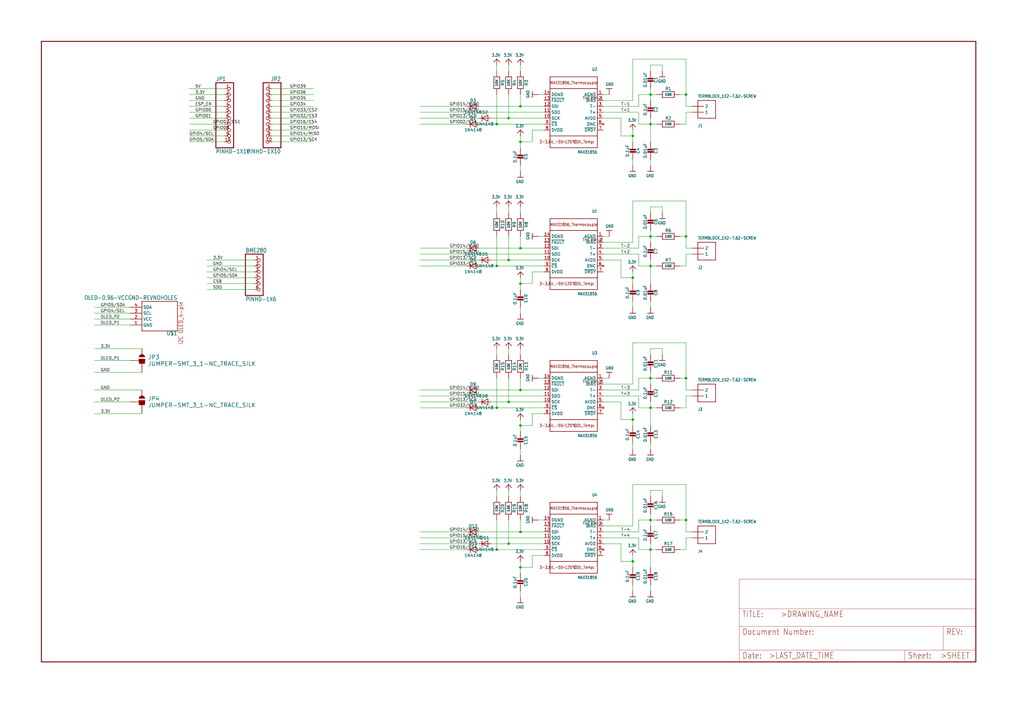
<source format=kicad_sch>
(kicad_sch (version 20211123) (generator eeschema)

  (uuid 4e7f39c0-3bd7-42dd-a2ab-e5920f811bc7)

  (paper "User" 439.826 305.206)

  (lib_symbols
    (symbol "esp32-poe-thermocouple-hat-prod-onboard-eagle-import:3.3V" (power) (in_bom yes) (on_board yes)
      (property "Reference" "" (id 0) (at 0 0 0)
        (effects (font (size 1.27 1.27)) hide)
      )
      (property "Value" "3.3V" (id 1) (at -1.524 1.016 0)
        (effects (font (size 1.27 1.0795)) (justify left bottom))
      )
      (property "Footprint" "esp32-poe-thermocouple-hat-prod-onboard:" (id 2) (at 0 0 0)
        (effects (font (size 1.27 1.27)) hide)
      )
      (property "Datasheet" "" (id 3) (at 0 0 0)
        (effects (font (size 1.27 1.27)) hide)
      )
      (property "ki_locked" "" (id 4) (at 0 0 0)
        (effects (font (size 1.27 1.27)))
      )
      (symbol "3.3V_1_0"
        (polyline
          (pts
            (xy -1.27 -1.27)
            (xy 0 0)
          )
          (stroke (width 0.254) (type default) (color 0 0 0 0))
          (fill (type none))
        )
        (polyline
          (pts
            (xy 0 0)
            (xy 1.27 -1.27)
          )
          (stroke (width 0.254) (type default) (color 0 0 0 0))
          (fill (type none))
        )
        (pin power_in line (at 0 -2.54 90) (length 2.54)
          (name "3.3V" (effects (font (size 0 0))))
          (number "1" (effects (font (size 0 0))))
        )
      )
    )
    (symbol "esp32-poe-thermocouple-hat-prod-onboard-eagle-import:CAP_CERAMIC0805-NOOUTLINE" (in_bom yes) (on_board yes)
      (property "Reference" "C" (id 0) (at -2.29 1.25 90)
        (effects (font (size 1.27 1.27)))
      )
      (property "Value" "CAP_CERAMIC0805-NOOUTLINE" (id 1) (at 2.3 1.25 90)
        (effects (font (size 1.27 1.27)))
      )
      (property "Footprint" "esp32-poe-thermocouple-hat-prod-onboard:0805-NO" (id 2) (at 0 0 0)
        (effects (font (size 1.27 1.27)) hide)
      )
      (property "Datasheet" "" (id 3) (at 0 0 0)
        (effects (font (size 1.27 1.27)) hide)
      )
      (property "ki_locked" "" (id 4) (at 0 0 0)
        (effects (font (size 1.27 1.27)))
      )
      (symbol "CAP_CERAMIC0805-NOOUTLINE_1_0"
        (rectangle (start -1.27 0.508) (end 1.27 1.016)
          (stroke (width 0) (type default) (color 0 0 0 0))
          (fill (type outline))
        )
        (rectangle (start -1.27 1.524) (end 1.27 2.032)
          (stroke (width 0) (type default) (color 0 0 0 0))
          (fill (type outline))
        )
        (polyline
          (pts
            (xy 0 0.762)
            (xy 0 0)
          )
          (stroke (width 0.1524) (type default) (color 0 0 0 0))
          (fill (type none))
        )
        (polyline
          (pts
            (xy 0 2.54)
            (xy 0 1.778)
          )
          (stroke (width 0.1524) (type default) (color 0 0 0 0))
          (fill (type none))
        )
        (pin passive line (at 0 5.08 270) (length 2.54)
          (name "1" (effects (font (size 0 0))))
          (number "1" (effects (font (size 0 0))))
        )
        (pin passive line (at 0 -2.54 90) (length 2.54)
          (name "2" (effects (font (size 0 0))))
          (number "2" (effects (font (size 0 0))))
        )
      )
    )
    (symbol "esp32-poe-thermocouple-hat-prod-onboard-eagle-import:CAP_CERAMIC0805_10MGAP" (in_bom yes) (on_board yes)
      (property "Reference" "C" (id 0) (at -2.29 1.25 90)
        (effects (font (size 1.27 1.27)))
      )
      (property "Value" "CAP_CERAMIC0805_10MGAP" (id 1) (at 2.3 1.25 90)
        (effects (font (size 1.27 1.27)))
      )
      (property "Footprint" "esp32-poe-thermocouple-hat-prod-onboard:0805_10MGAP" (id 2) (at 0 0 0)
        (effects (font (size 1.27 1.27)) hide)
      )
      (property "Datasheet" "" (id 3) (at 0 0 0)
        (effects (font (size 1.27 1.27)) hide)
      )
      (property "ki_locked" "" (id 4) (at 0 0 0)
        (effects (font (size 1.27 1.27)))
      )
      (symbol "CAP_CERAMIC0805_10MGAP_1_0"
        (rectangle (start -1.27 0.508) (end 1.27 1.016)
          (stroke (width 0) (type default) (color 0 0 0 0))
          (fill (type outline))
        )
        (rectangle (start -1.27 1.524) (end 1.27 2.032)
          (stroke (width 0) (type default) (color 0 0 0 0))
          (fill (type outline))
        )
        (polyline
          (pts
            (xy 0 0.762)
            (xy 0 0)
          )
          (stroke (width 0.1524) (type default) (color 0 0 0 0))
          (fill (type none))
        )
        (polyline
          (pts
            (xy 0 2.54)
            (xy 0 1.778)
          )
          (stroke (width 0.1524) (type default) (color 0 0 0 0))
          (fill (type none))
        )
        (pin passive line (at 0 5.08 270) (length 2.54)
          (name "1" (effects (font (size 0 0))))
          (number "1" (effects (font (size 0 0))))
        )
        (pin passive line (at 0 -2.54 90) (length 2.54)
          (name "2" (effects (font (size 0 0))))
          (number "2" (effects (font (size 0 0))))
        )
      )
    )
    (symbol "esp32-poe-thermocouple-hat-prod-onboard-eagle-import:DIODESOD-323" (in_bom yes) (on_board yes)
      (property "Reference" "D" (id 0) (at 0 2.54 0)
        (effects (font (size 1.27 1.0795)))
      )
      (property "Value" "DIODESOD-323" (id 1) (at 0 -2.5 0)
        (effects (font (size 1.27 1.0795)))
      )
      (property "Footprint" "esp32-poe-thermocouple-hat-prod-onboard:SOD-323" (id 2) (at 0 0 0)
        (effects (font (size 1.27 1.27)) hide)
      )
      (property "Datasheet" "" (id 3) (at 0 0 0)
        (effects (font (size 1.27 1.27)) hide)
      )
      (property "ki_locked" "" (id 4) (at 0 0 0)
        (effects (font (size 1.27 1.27)))
      )
      (symbol "DIODESOD-323_1_0"
        (polyline
          (pts
            (xy -1.27 -1.27)
            (xy 1.27 0)
          )
          (stroke (width 0.254) (type default) (color 0 0 0 0))
          (fill (type none))
        )
        (polyline
          (pts
            (xy -1.27 1.27)
            (xy -1.27 -1.27)
          )
          (stroke (width 0.254) (type default) (color 0 0 0 0))
          (fill (type none))
        )
        (polyline
          (pts
            (xy 1.27 0)
            (xy -1.27 1.27)
          )
          (stroke (width 0.254) (type default) (color 0 0 0 0))
          (fill (type none))
        )
        (polyline
          (pts
            (xy 1.27 0)
            (xy 1.27 -1.27)
          )
          (stroke (width 0.254) (type default) (color 0 0 0 0))
          (fill (type none))
        )
        (polyline
          (pts
            (xy 1.27 1.27)
            (xy 1.27 0)
          )
          (stroke (width 0.254) (type default) (color 0 0 0 0))
          (fill (type none))
        )
        (pin passive line (at -2.54 0 0) (length 2.54)
          (name "A" (effects (font (size 0 0))))
          (number "A" (effects (font (size 0 0))))
        )
        (pin passive line (at 2.54 0 180) (length 2.54)
          (name "C" (effects (font (size 0 0))))
          (number "C" (effects (font (size 0 0))))
        )
      )
    )
    (symbol "esp32-poe-thermocouple-hat-prod-onboard-eagle-import:GND" (power) (in_bom yes) (on_board yes)
      (property "Reference" "" (id 0) (at 0 0 0)
        (effects (font (size 1.27 1.27)) hide)
      )
      (property "Value" "GND" (id 1) (at -1.524 -2.54 0)
        (effects (font (size 1.27 1.0795)) (justify left bottom))
      )
      (property "Footprint" "esp32-poe-thermocouple-hat-prod-onboard:" (id 2) (at 0 0 0)
        (effects (font (size 1.27 1.27)) hide)
      )
      (property "Datasheet" "" (id 3) (at 0 0 0)
        (effects (font (size 1.27 1.27)) hide)
      )
      (property "ki_locked" "" (id 4) (at 0 0 0)
        (effects (font (size 1.27 1.27)))
      )
      (symbol "GND_1_0"
        (polyline
          (pts
            (xy -1.27 0)
            (xy 1.27 0)
          )
          (stroke (width 0.254) (type default) (color 0 0 0 0))
          (fill (type none))
        )
        (pin power_in line (at 0 2.54 270) (length 2.54)
          (name "GND" (effects (font (size 0 0))))
          (number "1" (effects (font (size 0 0))))
        )
      )
    )
    (symbol "esp32-poe-thermocouple-hat-prod-onboard-eagle-import:JUMPER-SMT_3_1-NC_TRACE_SILK" (in_bom yes) (on_board yes)
      (property "Reference" "JP" (id 0) (at 2.54 0.381 0)
        (effects (font (size 1.778 1.778)) (justify left bottom))
      )
      (property "Value" "JUMPER-SMT_3_1-NC_TRACE_SILK" (id 1) (at 2.54 -0.381 0)
        (effects (font (size 1.778 1.778)) (justify left top))
      )
      (property "Footprint" "esp32-poe-thermocouple-hat-prod-onboard:SMT-JUMPER_3_1-NC_TRACE_SILK" (id 2) (at 0 0 0)
        (effects (font (size 1.27 1.27)) hide)
      )
      (property "Datasheet" "" (id 3) (at 0 0 0)
        (effects (font (size 1.27 1.27)) hide)
      )
      (property "ki_locked" "" (id 4) (at 0 0 0)
        (effects (font (size 1.27 1.27)))
      )
      (symbol "JUMPER-SMT_3_1-NC_TRACE_SILK_1_0"
        (rectangle (start -1.27 -0.635) (end 1.27 0.635)
          (stroke (width 0) (type default) (color 0 0 0 0))
          (fill (type outline))
        )
        (polyline
          (pts
            (xy -2.54 0)
            (xy -1.27 0)
          )
          (stroke (width 0.1524) (type default) (color 0 0 0 0))
          (fill (type none))
        )
        (polyline
          (pts
            (xy -1.27 -0.635)
            (xy -1.27 0)
          )
          (stroke (width 0.1524) (type default) (color 0 0 0 0))
          (fill (type none))
        )
        (polyline
          (pts
            (xy -1.27 0)
            (xy -1.27 0.635)
          )
          (stroke (width 0.1524) (type default) (color 0 0 0 0))
          (fill (type none))
        )
        (polyline
          (pts
            (xy -1.27 0.635)
            (xy 1.27 0.635)
          )
          (stroke (width 0.1524) (type default) (color 0 0 0 0))
          (fill (type none))
        )
        (polyline
          (pts
            (xy 0 0)
            (xy 0 -2.54)
          )
          (stroke (width 0.254) (type default) (color 0 0 0 0))
          (fill (type none))
        )
        (polyline
          (pts
            (xy 1.27 -0.635)
            (xy -1.27 -0.635)
          )
          (stroke (width 0.1524) (type default) (color 0 0 0 0))
          (fill (type none))
        )
        (polyline
          (pts
            (xy 1.27 0.635)
            (xy 1.27 -0.635)
          )
          (stroke (width 0.1524) (type default) (color 0 0 0 0))
          (fill (type none))
        )
        (arc (start 1.27 -1.397) (mid 0 -0.127) (end -1.27 -1.397)
          (stroke (width 0.0001) (type default) (color 0 0 0 0))
          (fill (type outline))
        )
        (arc (start 1.27 1.397) (mid 0 2.667) (end -1.27 1.397)
          (stroke (width 0.0001) (type default) (color 0 0 0 0))
          (fill (type outline))
        )
        (pin passive line (at 0 5.08 270) (length 2.54)
          (name "1" (effects (font (size 0 0))))
          (number "1" (effects (font (size 0 0))))
        )
        (pin passive line (at -5.08 0 0) (length 2.54)
          (name "2" (effects (font (size 0 0))))
          (number "2" (effects (font (size 0 0))))
        )
        (pin passive line (at 0 -5.08 90) (length 2.54)
          (name "3" (effects (font (size 0 0))))
          (number "3" (effects (font (size 0 0))))
        )
      )
    )
    (symbol "esp32-poe-thermocouple-hat-prod-onboard-eagle-import:MAX31856" (in_bom yes) (on_board yes)
      (property "Reference" "" (id 0) (at -10.16 17.78 0)
        (effects (font (size 1.27 1.0795)) (justify left bottom))
      )
      (property "Value" "MAX31856" (id 1) (at -10.16 -17.78 0)
        (effects (font (size 1.27 1.0795)) (justify left bottom))
      )
      (property "Footprint" "esp32-poe-thermocouple-hat-prod-onboard:TSSOP14" (id 2) (at 0 0 0)
        (effects (font (size 1.27 1.27)) hide)
      )
      (property "Datasheet" "" (id 3) (at 0 0 0)
        (effects (font (size 1.27 1.27)) hide)
      )
      (property "ki_locked" "" (id 4) (at 0 0 0)
        (effects (font (size 1.27 1.27)))
      )
      (symbol "MAX31856_1_0"
        (polyline
          (pts
            (xy -10.16 -15.24)
            (xy 10.16 -15.24)
          )
          (stroke (width 0.254) (type default) (color 0 0 0 0))
          (fill (type none))
        )
        (polyline
          (pts
            (xy -10.16 -10.16)
            (xy -10.16 -15.24)
          )
          (stroke (width 0.254) (type default) (color 0 0 0 0))
          (fill (type none))
        )
        (polyline
          (pts
            (xy -10.16 -10.16)
            (xy -10.16 10.16)
          )
          (stroke (width 0.254) (type default) (color 0 0 0 0))
          (fill (type none))
        )
        (polyline
          (pts
            (xy -10.16 10.16)
            (xy -10.16 15.24)
          )
          (stroke (width 0.254) (type default) (color 0 0 0 0))
          (fill (type none))
        )
        (polyline
          (pts
            (xy -10.16 10.16)
            (xy 10.16 10.16)
          )
          (stroke (width 0.254) (type default) (color 0 0 0 0))
          (fill (type none))
        )
        (polyline
          (pts
            (xy -10.16 15.24)
            (xy 10.16 15.24)
          )
          (stroke (width 0.254) (type default) (color 0 0 0 0))
          (fill (type none))
        )
        (polyline
          (pts
            (xy 10.16 -15.24)
            (xy 10.16 -10.16)
          )
          (stroke (width 0.254) (type default) (color 0 0 0 0))
          (fill (type none))
        )
        (polyline
          (pts
            (xy 10.16 -10.16)
            (xy -10.16 -10.16)
          )
          (stroke (width 0.254) (type default) (color 0 0 0 0))
          (fill (type none))
        )
        (polyline
          (pts
            (xy 10.16 10.16)
            (xy 10.16 -10.16)
          )
          (stroke (width 0.254) (type default) (color 0 0 0 0))
          (fill (type none))
        )
        (polyline
          (pts
            (xy 10.16 15.24)
            (xy 10.16 10.16)
          )
          (stroke (width 0.254) (type default) (color 0 0 0 0))
          (fill (type none))
        )
        (text "3-3.6V_-55~125°C" (at -1.27 -12.7 0)
          (effects (font (size 1.27 1.0795)) (justify left))
        )
        (text "MAX31856_Thermocouple" (at 0 12.7 0)
          (effects (font (size 1.27 1.0795)))
        )
        (text "VDD:_Temp:" (at -8.89 -12.7 0)
          (effects (font (size 1.27 1.0795)) (justify left))
        )
        (pin power_in line (at -12.7 7.62 0) (length 2.54)
          (name "AGND" (effects (font (size 1.27 1.27))))
          (number "1" (effects (font (size 1.27 1.27))))
        )
        (pin input line (at 12.7 -2.54 180) (length 2.54)
          (name "SCK" (effects (font (size 1.27 1.27))))
          (number "10" (effects (font (size 1.27 1.27))))
        )
        (pin output line (at 12.7 0 180) (length 2.54)
          (name "SDO" (effects (font (size 1.27 1.27))))
          (number "11" (effects (font (size 1.27 1.27))))
        )
        (pin input line (at 12.7 2.54 180) (length 2.54)
          (name "SDI" (effects (font (size 1.27 1.27))))
          (number "12" (effects (font (size 1.27 1.27))))
        )
        (pin output line (at 12.7 5.08 180) (length 2.54)
          (name "~{FAULT}" (effects (font (size 1.27 1.27))))
          (number "13" (effects (font (size 1.27 1.27))))
        )
        (pin power_in line (at 12.7 7.62 180) (length 2.54)
          (name "DGND" (effects (font (size 1.27 1.27))))
          (number "14" (effects (font (size 1.27 1.27))))
        )
        (pin power_in line (at -12.7 5.08 0) (length 2.54)
          (name "BIAS" (effects (font (size 1.27 1.27))))
          (number "2" (effects (font (size 1.27 1.27))))
        )
        (pin input line (at -12.7 2.54 0) (length 2.54)
          (name "T-" (effects (font (size 1.27 1.27))))
          (number "3" (effects (font (size 1.27 1.27))))
        )
        (pin input line (at -12.7 0 0) (length 2.54)
          (name "T+" (effects (font (size 1.27 1.27))))
          (number "4" (effects (font (size 1.27 1.27))))
        )
        (pin power_in line (at -12.7 -2.54 0) (length 2.54)
          (name "AVDD" (effects (font (size 1.27 1.27))))
          (number "5" (effects (font (size 1.27 1.27))))
        )
        (pin no_connect line (at -12.7 -5.08 0) (length 2.54)
          (name "DNC" (effects (font (size 1.27 1.27))))
          (number "6" (effects (font (size 1.27 1.27))))
        )
        (pin output line (at -12.7 -7.62 0) (length 2.54)
          (name "~{DRDY}" (effects (font (size 1.27 1.27))))
          (number "7" (effects (font (size 1.27 1.27))))
        )
        (pin power_in line (at 12.7 -7.62 180) (length 2.54)
          (name "DVDD" (effects (font (size 1.27 1.27))))
          (number "8" (effects (font (size 1.27 1.27))))
        )
        (pin input line (at 12.7 -5.08 180) (length 2.54)
          (name "~{CS}" (effects (font (size 1.27 1.27))))
          (number "9" (effects (font (size 1.27 1.27))))
        )
      )
    )
    (symbol "esp32-poe-thermocouple-hat-prod-onboard-eagle-import:OLED-0.96-VCCGND-REVNOHOLES" (in_bom yes) (on_board yes)
      (property "Reference" "" (id 0) (at -15.24 12.7 0)
        (effects (font (size 1.778 1.5113)) (justify left bottom))
      )
      (property "Value" "OLED-0.96-VCCGND-REVNOHOLES" (id 1) (at -15.24 -2.54 0)
        (effects (font (size 1.778 1.5113)) (justify left bottom))
      )
      (property "Footprint" "esp32-poe-thermocouple-hat-prod-onboard:OLED-I2C-4PIN-NOHOLES" (id 2) (at 0 0 0)
        (effects (font (size 1.27 1.27)) hide)
      )
      (property "Datasheet" "" (id 3) (at 0 0 0)
        (effects (font (size 1.27 1.27)) hide)
      )
      (property "ki_locked" "" (id 4) (at 0 0 0)
        (effects (font (size 1.27 1.27)))
      )
      (symbol "OLED-0.96-VCCGND-REVNOHOLES_1_0"
        (polyline
          (pts
            (xy -15.24 0)
            (xy 0 0)
          )
          (stroke (width 0.254) (type default) (color 0 0 0 0))
          (fill (type none))
        )
        (polyline
          (pts
            (xy -15.24 12.7)
            (xy -15.24 0)
          )
          (stroke (width 0.254) (type default) (color 0 0 0 0))
          (fill (type none))
        )
        (polyline
          (pts
            (xy 0 0)
            (xy 0 12.7)
          )
          (stroke (width 0.254) (type default) (color 0 0 0 0))
          (fill (type none))
        )
        (polyline
          (pts
            (xy 0 12.7)
            (xy -15.24 12.7)
          )
          (stroke (width 0.254) (type default) (color 0 0 0 0))
          (fill (type none))
        )
        (text "I2C OLED_4-pin" (at -17.78 0 900)
          (effects (font (size 1.778 1.5113)) (justify left bottom))
        )
        (pin bidirectional line (at 5.08 10.16 180) (length 5.08)
          (name "GND" (effects (font (size 1.27 1.27))))
          (number "1" (effects (font (size 1.27 1.27))))
        )
        (pin bidirectional line (at 5.08 7.62 180) (length 5.08)
          (name "VCC" (effects (font (size 1.27 1.27))))
          (number "2" (effects (font (size 1.27 1.27))))
        )
        (pin bidirectional line (at 5.08 5.08 180) (length 5.08)
          (name "SCL" (effects (font (size 1.27 1.27))))
          (number "3" (effects (font (size 1.27 1.27))))
        )
        (pin bidirectional line (at 5.08 2.54 180) (length 5.08)
          (name "SDA" (effects (font (size 1.27 1.27))))
          (number "4" (effects (font (size 1.27 1.27))))
        )
      )
    )
    (symbol "esp32-poe-thermocouple-hat-prod-onboard-eagle-import:PINHD-1X10" (in_bom yes) (on_board yes)
      (property "Reference" "JP" (id 0) (at -6.35 13.335 0)
        (effects (font (size 1.778 1.5113)) (justify left bottom))
      )
      (property "Value" "PINHD-1X10" (id 1) (at -6.35 -17.78 0)
        (effects (font (size 1.778 1.5113)) (justify left bottom))
      )
      (property "Footprint" "esp32-poe-thermocouple-hat-prod-onboard:1X10" (id 2) (at 0 0 0)
        (effects (font (size 1.27 1.27)) hide)
      )
      (property "Datasheet" "" (id 3) (at 0 0 0)
        (effects (font (size 1.27 1.27)) hide)
      )
      (property "ki_locked" "" (id 4) (at 0 0 0)
        (effects (font (size 1.27 1.27)))
      )
      (symbol "PINHD-1X10_1_0"
        (polyline
          (pts
            (xy -6.35 -15.24)
            (xy 1.27 -15.24)
          )
          (stroke (width 0.4064) (type default) (color 0 0 0 0))
          (fill (type none))
        )
        (polyline
          (pts
            (xy -6.35 12.7)
            (xy -6.35 -15.24)
          )
          (stroke (width 0.4064) (type default) (color 0 0 0 0))
          (fill (type none))
        )
        (polyline
          (pts
            (xy 1.27 -15.24)
            (xy 1.27 12.7)
          )
          (stroke (width 0.4064) (type default) (color 0 0 0 0))
          (fill (type none))
        )
        (polyline
          (pts
            (xy 1.27 12.7)
            (xy -6.35 12.7)
          )
          (stroke (width 0.4064) (type default) (color 0 0 0 0))
          (fill (type none))
        )
        (pin passive inverted (at -2.54 10.16 0) (length 2.54)
          (name "1" (effects (font (size 0 0))))
          (number "1" (effects (font (size 1.27 1.27))))
        )
        (pin passive inverted (at -2.54 -12.7 0) (length 2.54)
          (name "10" (effects (font (size 0 0))))
          (number "10" (effects (font (size 1.27 1.27))))
        )
        (pin passive inverted (at -2.54 7.62 0) (length 2.54)
          (name "2" (effects (font (size 0 0))))
          (number "2" (effects (font (size 1.27 1.27))))
        )
        (pin passive inverted (at -2.54 5.08 0) (length 2.54)
          (name "3" (effects (font (size 0 0))))
          (number "3" (effects (font (size 1.27 1.27))))
        )
        (pin passive inverted (at -2.54 2.54 0) (length 2.54)
          (name "4" (effects (font (size 0 0))))
          (number "4" (effects (font (size 1.27 1.27))))
        )
        (pin passive inverted (at -2.54 0 0) (length 2.54)
          (name "5" (effects (font (size 0 0))))
          (number "5" (effects (font (size 1.27 1.27))))
        )
        (pin passive inverted (at -2.54 -2.54 0) (length 2.54)
          (name "6" (effects (font (size 0 0))))
          (number "6" (effects (font (size 1.27 1.27))))
        )
        (pin passive inverted (at -2.54 -5.08 0) (length 2.54)
          (name "7" (effects (font (size 0 0))))
          (number "7" (effects (font (size 1.27 1.27))))
        )
        (pin passive inverted (at -2.54 -7.62 0) (length 2.54)
          (name "8" (effects (font (size 0 0))))
          (number "8" (effects (font (size 1.27 1.27))))
        )
        (pin passive inverted (at -2.54 -10.16 0) (length 2.54)
          (name "9" (effects (font (size 0 0))))
          (number "9" (effects (font (size 1.27 1.27))))
        )
      )
    )
    (symbol "esp32-poe-thermocouple-hat-prod-onboard-eagle-import:PINHD-1X6" (in_bom yes) (on_board yes)
      (property "Reference" "JP" (id 0) (at -6.35 10.795 0)
        (effects (font (size 1.778 1.5113)) (justify left bottom))
      )
      (property "Value" "PINHD-1X6" (id 1) (at -6.35 -10.16 0)
        (effects (font (size 1.778 1.5113)) (justify left bottom))
      )
      (property "Footprint" "esp32-poe-thermocouple-hat-prod-onboard:1X06" (id 2) (at 0 0 0)
        (effects (font (size 1.27 1.27)) hide)
      )
      (property "Datasheet" "" (id 3) (at 0 0 0)
        (effects (font (size 1.27 1.27)) hide)
      )
      (property "ki_locked" "" (id 4) (at 0 0 0)
        (effects (font (size 1.27 1.27)))
      )
      (symbol "PINHD-1X6_1_0"
        (polyline
          (pts
            (xy -6.35 -7.62)
            (xy 1.27 -7.62)
          )
          (stroke (width 0.4064) (type default) (color 0 0 0 0))
          (fill (type none))
        )
        (polyline
          (pts
            (xy -6.35 10.16)
            (xy -6.35 -7.62)
          )
          (stroke (width 0.4064) (type default) (color 0 0 0 0))
          (fill (type none))
        )
        (polyline
          (pts
            (xy 1.27 -7.62)
            (xy 1.27 10.16)
          )
          (stroke (width 0.4064) (type default) (color 0 0 0 0))
          (fill (type none))
        )
        (polyline
          (pts
            (xy 1.27 10.16)
            (xy -6.35 10.16)
          )
          (stroke (width 0.4064) (type default) (color 0 0 0 0))
          (fill (type none))
        )
        (pin passive inverted (at -2.54 7.62 0) (length 2.54)
          (name "1" (effects (font (size 0 0))))
          (number "1" (effects (font (size 1.27 1.27))))
        )
        (pin passive inverted (at -2.54 5.08 0) (length 2.54)
          (name "2" (effects (font (size 0 0))))
          (number "2" (effects (font (size 1.27 1.27))))
        )
        (pin passive inverted (at -2.54 2.54 0) (length 2.54)
          (name "3" (effects (font (size 0 0))))
          (number "3" (effects (font (size 1.27 1.27))))
        )
        (pin passive inverted (at -2.54 0 0) (length 2.54)
          (name "4" (effects (font (size 0 0))))
          (number "4" (effects (font (size 1.27 1.27))))
        )
        (pin passive inverted (at -2.54 -2.54 0) (length 2.54)
          (name "5" (effects (font (size 0 0))))
          (number "5" (effects (font (size 1.27 1.27))))
        )
        (pin passive inverted (at -2.54 -5.08 0) (length 2.54)
          (name "6" (effects (font (size 0 0))))
          (number "6" (effects (font (size 1.27 1.27))))
        )
      )
    )
    (symbol "esp32-poe-thermocouple-hat-prod-onboard-eagle-import:RESISTOR0805_NOOUTLINE" (in_bom yes) (on_board yes)
      (property "Reference" "R" (id 0) (at 0 2.54 0)
        (effects (font (size 1.27 1.27)))
      )
      (property "Value" "RESISTOR0805_NOOUTLINE" (id 1) (at 0 0 0)
        (effects (font (size 1.016 1.016) bold))
      )
      (property "Footprint" "esp32-poe-thermocouple-hat-prod-onboard:0805-NO" (id 2) (at 0 0 0)
        (effects (font (size 1.27 1.27)) hide)
      )
      (property "Datasheet" "" (id 3) (at 0 0 0)
        (effects (font (size 1.27 1.27)) hide)
      )
      (property "ki_locked" "" (id 4) (at 0 0 0)
        (effects (font (size 1.27 1.27)))
      )
      (symbol "RESISTOR0805_NOOUTLINE_1_0"
        (polyline
          (pts
            (xy -2.54 -1.27)
            (xy -2.54 1.27)
          )
          (stroke (width 0.254) (type default) (color 0 0 0 0))
          (fill (type none))
        )
        (polyline
          (pts
            (xy -2.54 1.27)
            (xy 2.54 1.27)
          )
          (stroke (width 0.254) (type default) (color 0 0 0 0))
          (fill (type none))
        )
        (polyline
          (pts
            (xy 2.54 -1.27)
            (xy -2.54 -1.27)
          )
          (stroke (width 0.254) (type default) (color 0 0 0 0))
          (fill (type none))
        )
        (polyline
          (pts
            (xy 2.54 1.27)
            (xy 2.54 -1.27)
          )
          (stroke (width 0.254) (type default) (color 0 0 0 0))
          (fill (type none))
        )
        (pin passive line (at -5.08 0 0) (length 2.54)
          (name "1" (effects (font (size 0 0))))
          (number "1" (effects (font (size 0 0))))
        )
        (pin passive line (at 5.08 0 180) (length 2.54)
          (name "2" (effects (font (size 0 0))))
          (number "2" (effects (font (size 0 0))))
        )
      )
    )
    (symbol "esp32-poe-thermocouple-hat-prod-onboard-eagle-import:TABL_L" (in_bom yes) (on_board yes)
      (property "Reference" "#FRAME" (id 0) (at 0 0 0)
        (effects (font (size 1.27 1.27)) hide)
      )
      (property "Value" "TABL_L" (id 1) (at 0 0 0)
        (effects (font (size 1.27 1.27)) hide)
      )
      (property "Footprint" "esp32-poe-thermocouple-hat-prod-onboard:" (id 2) (at 0 0 0)
        (effects (font (size 1.27 1.27)) hide)
      )
      (property "Datasheet" "" (id 3) (at 0 0 0)
        (effects (font (size 1.27 1.27)) hide)
      )
      (property "ki_locked" "" (id 4) (at 0 0 0)
        (effects (font (size 1.27 1.27)))
      )
      (symbol "TABL_L_1_0"
        (polyline
          (pts
            (xy 0 0)
            (xy 401.32 0)
          )
          (stroke (width 0.4064) (type default) (color 0 0 0 0))
          (fill (type none))
        )
        (polyline
          (pts
            (xy 0 266.7)
            (xy 0 0)
          )
          (stroke (width 0.4064) (type default) (color 0 0 0 0))
          (fill (type none))
        )
        (polyline
          (pts
            (xy 401.32 0)
            (xy 401.32 266.7)
          )
          (stroke (width 0.4064) (type default) (color 0 0 0 0))
          (fill (type none))
        )
        (polyline
          (pts
            (xy 401.32 266.7)
            (xy 0 266.7)
          )
          (stroke (width 0.4064) (type default) (color 0 0 0 0))
          (fill (type none))
        )
      )
      (symbol "TABL_L_2_0"
        (polyline
          (pts
            (xy 0 0)
            (xy 0 5.08)
          )
          (stroke (width 0.1016) (type default) (color 0 0 0 0))
          (fill (type none))
        )
        (polyline
          (pts
            (xy 0 0)
            (xy 71.12 0)
          )
          (stroke (width 0.1016) (type default) (color 0 0 0 0))
          (fill (type none))
        )
        (polyline
          (pts
            (xy 0 5.08)
            (xy 0 15.24)
          )
          (stroke (width 0.1016) (type default) (color 0 0 0 0))
          (fill (type none))
        )
        (polyline
          (pts
            (xy 0 5.08)
            (xy 71.12 5.08)
          )
          (stroke (width 0.1016) (type default) (color 0 0 0 0))
          (fill (type none))
        )
        (polyline
          (pts
            (xy 0 15.24)
            (xy 0 22.86)
          )
          (stroke (width 0.1016) (type default) (color 0 0 0 0))
          (fill (type none))
        )
        (polyline
          (pts
            (xy 0 22.86)
            (xy 0 35.56)
          )
          (stroke (width 0.1016) (type default) (color 0 0 0 0))
          (fill (type none))
        )
        (polyline
          (pts
            (xy 0 22.86)
            (xy 101.6 22.86)
          )
          (stroke (width 0.1016) (type default) (color 0 0 0 0))
          (fill (type none))
        )
        (polyline
          (pts
            (xy 71.12 0)
            (xy 101.6 0)
          )
          (stroke (width 0.1016) (type default) (color 0 0 0 0))
          (fill (type none))
        )
        (polyline
          (pts
            (xy 71.12 5.08)
            (xy 71.12 0)
          )
          (stroke (width 0.1016) (type default) (color 0 0 0 0))
          (fill (type none))
        )
        (polyline
          (pts
            (xy 71.12 5.08)
            (xy 87.63 5.08)
          )
          (stroke (width 0.1016) (type default) (color 0 0 0 0))
          (fill (type none))
        )
        (polyline
          (pts
            (xy 87.63 5.08)
            (xy 101.6 5.08)
          )
          (stroke (width 0.1016) (type default) (color 0 0 0 0))
          (fill (type none))
        )
        (polyline
          (pts
            (xy 87.63 15.24)
            (xy 0 15.24)
          )
          (stroke (width 0.1016) (type default) (color 0 0 0 0))
          (fill (type none))
        )
        (polyline
          (pts
            (xy 87.63 15.24)
            (xy 87.63 5.08)
          )
          (stroke (width 0.1016) (type default) (color 0 0 0 0))
          (fill (type none))
        )
        (polyline
          (pts
            (xy 101.6 5.08)
            (xy 101.6 0)
          )
          (stroke (width 0.1016) (type default) (color 0 0 0 0))
          (fill (type none))
        )
        (polyline
          (pts
            (xy 101.6 15.24)
            (xy 87.63 15.24)
          )
          (stroke (width 0.1016) (type default) (color 0 0 0 0))
          (fill (type none))
        )
        (polyline
          (pts
            (xy 101.6 15.24)
            (xy 101.6 5.08)
          )
          (stroke (width 0.1016) (type default) (color 0 0 0 0))
          (fill (type none))
        )
        (polyline
          (pts
            (xy 101.6 22.86)
            (xy 101.6 15.24)
          )
          (stroke (width 0.1016) (type default) (color 0 0 0 0))
          (fill (type none))
        )
        (polyline
          (pts
            (xy 101.6 35.56)
            (xy 0 35.56)
          )
          (stroke (width 0.1016) (type default) (color 0 0 0 0))
          (fill (type none))
        )
        (polyline
          (pts
            (xy 101.6 35.56)
            (xy 101.6 22.86)
          )
          (stroke (width 0.1016) (type default) (color 0 0 0 0))
          (fill (type none))
        )
        (text ">DRAWING_NAME" (at 17.78 19.05 0)
          (effects (font (size 2.54 2.159)) (justify left bottom))
        )
        (text ">LAST_DATE_TIME" (at 12.7 1.27 0)
          (effects (font (size 2.54 2.159)) (justify left bottom))
        )
        (text ">SHEET" (at 86.36 1.27 0)
          (effects (font (size 2.54 2.159)) (justify left bottom))
        )
        (text "Date:" (at 1.27 1.27 0)
          (effects (font (size 2.54 2.159)) (justify left bottom))
        )
        (text "Document Number:" (at 1.27 11.43 0)
          (effects (font (size 2.54 2.159)) (justify left bottom))
        )
        (text "REV:" (at 88.9 11.43 0)
          (effects (font (size 2.54 2.159)) (justify left bottom))
        )
        (text "Sheet:" (at 72.39 1.27 0)
          (effects (font (size 2.54 2.159)) (justify left bottom))
        )
        (text "TITLE:" (at 1.27 19.05 0)
          (effects (font (size 2.54 2.159)) (justify left bottom))
        )
      )
    )
    (symbol "esp32-poe-thermocouple-hat-prod-onboard-eagle-import:TERMBLOCK_1X2-7.62-SCREW" (in_bom yes) (on_board yes)
      (property "Reference" "J" (id 0) (at -2.54 7.62 0)
        (effects (font (size 1.27 1.0795)) (justify left bottom))
      )
      (property "Value" "TERMBLOCK_1X2-7.62-SCREW" (id 1) (at -2.54 -5.08 0)
        (effects (font (size 1.27 1.0795)) (justify left bottom))
      )
      (property "Footprint" "esp32-poe-thermocouple-hat-prod-onboard:TERMBLOCK_1X2-7.62MM-SCREW" (id 2) (at 0 0 0)
        (effects (font (size 1.27 1.27)) hide)
      )
      (property "Datasheet" "" (id 3) (at 0 0 0)
        (effects (font (size 1.27 1.27)) hide)
      )
      (property "ki_locked" "" (id 4) (at 0 0 0)
        (effects (font (size 1.27 1.27)))
      )
      (symbol "TERMBLOCK_1X2-7.62-SCREW_1_0"
        (polyline
          (pts
            (xy -2.54 -2.54)
            (xy 5.08 -2.54)
          )
          (stroke (width 0.254) (type default) (color 0 0 0 0))
          (fill (type none))
        )
        (polyline
          (pts
            (xy -2.54 5.08)
            (xy -2.54 -2.54)
          )
          (stroke (width 0.254) (type default) (color 0 0 0 0))
          (fill (type none))
        )
        (polyline
          (pts
            (xy 5.08 -2.54)
            (xy 5.08 5.08)
          )
          (stroke (width 0.254) (type default) (color 0 0 0 0))
          (fill (type none))
        )
        (polyline
          (pts
            (xy 5.08 5.08)
            (xy -2.54 5.08)
          )
          (stroke (width 0.254) (type default) (color 0 0 0 0))
          (fill (type none))
        )
        (pin passive line (at -5.08 2.54 0) (length 5.08)
          (name "1" (effects (font (size 1.27 1.27))))
          (number "1" (effects (font (size 0 0))))
        )
        (pin passive line (at -5.08 0 0) (length 5.08)
          (name "2" (effects (font (size 1.27 1.27))))
          (number "2" (effects (font (size 0 0))))
        )
      )
    )
  )

  (junction (at 279.4 53.34) (diameter 0) (color 0 0 0 0)
    (uuid 02071bd0-eb26-4deb-abe0-0d4765cd8a34)
  )
  (junction (at 271.78 119.38) (diameter 0) (color 0 0 0 0)
    (uuid 03d44bba-603e-46fe-938e-cfd2509f1f1e)
  )
  (junction (at 213.36 175.26) (diameter 0) (color 0 0 0 0)
    (uuid 1edacde5-a165-4bd3-9c2a-05ad5873dcbc)
  )
  (junction (at 294.64 162.56) (diameter 0) (color 0 0 0 0)
    (uuid 26730e9f-7561-498e-9e1a-032c153d5469)
  )
  (junction (at 271.78 180.34) (diameter 0) (color 0 0 0 0)
    (uuid 29280fdf-5bd2-4bb8-b268-d3337e711ad9)
  )
  (junction (at 294.64 101.6) (diameter 0) (color 0 0 0 0)
    (uuid 2e7c9d76-2c27-4add-ae92-5988b3db92ac)
  )
  (junction (at 279.4 114.3) (diameter 0) (color 0 0 0 0)
    (uuid 51006af6-a8a3-491d-aa3e-a6fcb44af4ed)
  )
  (junction (at 279.4 236.22) (diameter 0) (color 0 0 0 0)
    (uuid 523ce1f0-e7eb-4ead-a652-1d6da08c052b)
  )
  (junction (at 223.52 45.72) (diameter 0) (color 0 0 0 0)
    (uuid 530c3dca-fe0a-4f03-914e-ec46d57f6755)
  )
  (junction (at 223.52 228.6) (diameter 0) (color 0 0 0 0)
    (uuid 58b7f1c9-b9c2-46e1-9dab-6f999aced510)
  )
  (junction (at 218.44 111.76) (diameter 0) (color 0 0 0 0)
    (uuid 709bd47d-0e41-49a9-9d50-d5ab523b97d5)
  )
  (junction (at 213.36 236.22) (diameter 0) (color 0 0 0 0)
    (uuid 8552c500-d0e0-4185-88b9-fc77bc316044)
  )
  (junction (at 279.4 223.52) (diameter 0) (color 0 0 0 0)
    (uuid 8ffacc09-f9d0-48e9-bb16-e148501ab986)
  )
  (junction (at 294.64 223.52) (diameter 0) (color 0 0 0 0)
    (uuid 93805a96-a889-470c-a959-c668b5c24bba)
  )
  (junction (at 218.44 50.8) (diameter 0) (color 0 0 0 0)
    (uuid 93c7bb17-d44f-4b67-9dd4-0db71a8da2eb)
  )
  (junction (at 279.4 40.64) (diameter 0) (color 0 0 0 0)
    (uuid 95017d6d-389a-4cf8-99e9-078899c586f8)
  )
  (junction (at 223.52 60.96) (diameter 0) (color 0 0 0 0)
    (uuid 96125b03-1a3c-479d-9896-9765d1df28cd)
  )
  (junction (at 294.64 40.64) (diameter 0) (color 0 0 0 0)
    (uuid 96340190-0bdb-42d3-a56d-b820d7b18baa)
  )
  (junction (at 213.36 53.34) (diameter 0) (color 0 0 0 0)
    (uuid 98c162b2-16db-4ff0-8faa-47bda2b0e5ef)
  )
  (junction (at 279.4 101.6) (diameter 0) (color 0 0 0 0)
    (uuid a83694f2-e65a-43a4-8a1b-13e49cd48256)
  )
  (junction (at 279.4 175.26) (diameter 0) (color 0 0 0 0)
    (uuid b6c2e599-1667-484f-a719-2b59718d242b)
  )
  (junction (at 279.4 162.56) (diameter 0) (color 0 0 0 0)
    (uuid bed2e038-7f85-4459-a9e0-dde78bc46b69)
  )
  (junction (at 223.52 243.84) (diameter 0) (color 0 0 0 0)
    (uuid bf244ab8-484a-4045-979e-2df63c96b6f6)
  )
  (junction (at 223.52 106.68) (diameter 0) (color 0 0 0 0)
    (uuid c5fb62a4-86ec-47e7-9655-385bdb8ecd32)
  )
  (junction (at 271.78 58.42) (diameter 0) (color 0 0 0 0)
    (uuid d0a8509a-2a98-46ac-be9d-ab18f85289de)
  )
  (junction (at 223.52 182.88) (diameter 0) (color 0 0 0 0)
    (uuid d676c236-93c9-4964-b4dc-0fac0d271793)
  )
  (junction (at 213.36 114.3) (diameter 0) (color 0 0 0 0)
    (uuid d9291980-304f-45f2-9143-bf8e1de9939b)
  )
  (junction (at 218.44 233.68) (diameter 0) (color 0 0 0 0)
    (uuid dc171a5f-6922-4a04-8a9f-086d4f994b07)
  )
  (junction (at 223.52 121.92) (diameter 0) (color 0 0 0 0)
    (uuid dcb715e6-07ed-4d02-885b-19da86e17ef7)
  )
  (junction (at 218.44 172.72) (diameter 0) (color 0 0 0 0)
    (uuid dde9cd99-e221-48ad-8dfa-2e3d907a565d)
  )
  (junction (at 223.52 167.64) (diameter 0) (color 0 0 0 0)
    (uuid deffc4a0-a764-4e0a-947b-16ea455ff972)
  )
  (junction (at 271.78 241.3) (diameter 0) (color 0 0 0 0)
    (uuid f35cd2ea-c43f-4f01-9fdf-a1b28d8ac1fa)
  )

  (wire (pts (xy 259.08 50.8) (xy 266.7 50.8))
    (stroke (width 0) (type default) (color 0 0 0 0))
    (uuid 01694bab-e643-4b98-8fbc-e12f534c9130)
  )
  (wire (pts (xy 223.52 152.4) (xy 223.52 149.86))
    (stroke (width 0) (type default) (color 0 0 0 0))
    (uuid 01b07bda-20f2-428c-9cb8-a207aacaa7b2)
  )
  (wire (pts (xy 96.52 43.18) (xy 81.28 43.18))
    (stroke (width 0) (type default) (color 0 0 0 0))
    (uuid 01f07f27-d844-45d9-a231-ceebfe2dfd2c)
  )
  (wire (pts (xy 271.78 180.34) (xy 271.78 182.88))
    (stroke (width 0) (type default) (color 0 0 0 0))
    (uuid 045b344a-3188-4fc9-9ff8-e16594ad49ff)
  )
  (wire (pts (xy 223.52 213.36) (xy 223.52 210.82))
    (stroke (width 0) (type default) (color 0 0 0 0))
    (uuid 05228925-4e41-425a-8e3b-c6432f0e66fd)
  )
  (wire (pts (xy 259.08 43.18) (xy 271.78 43.18))
    (stroke (width 0) (type default) (color 0 0 0 0))
    (uuid 052662ca-8496-41f0-8d0d-07c7b69d58d8)
  )
  (wire (pts (xy 266.7 180.34) (xy 271.78 180.34))
    (stroke (width 0) (type default) (color 0 0 0 0))
    (uuid 0555768d-ee06-489e-916b-5e0a42ebadd9)
  )
  (wire (pts (xy 55.88 154.94) (xy 40.64 154.94))
    (stroke (width 0) (type default) (color 0 0 0 0))
    (uuid 07b4aa8f-c216-4289-83ed-5eb590c076d2)
  )
  (wire (pts (xy 274.32 228.6) (xy 274.32 223.52))
    (stroke (width 0) (type default) (color 0 0 0 0))
    (uuid 07df8e94-8c27-4d0d-b155-af3e799e04f6)
  )
  (wire (pts (xy 274.32 101.6) (xy 279.4 101.6))
    (stroke (width 0) (type default) (color 0 0 0 0))
    (uuid 081d813b-f376-496c-8ad6-7442672436d3)
  )
  (wire (pts (xy 271.78 129.54) (xy 271.78 132.08))
    (stroke (width 0) (type default) (color 0 0 0 0))
    (uuid 08a06912-5e41-4e87-93d5-f0607683dfa0)
  )
  (wire (pts (xy 279.4 236.22) (xy 279.4 233.68))
    (stroke (width 0) (type default) (color 0 0 0 0))
    (uuid 09dee71b-483f-4f01-a90b-67c5ca50fd47)
  )
  (wire (pts (xy 294.64 208.28) (xy 294.64 223.52))
    (stroke (width 0) (type default) (color 0 0 0 0))
    (uuid 0d0bd92f-ab76-4ad3-934d-b8726a8c1e1e)
  )
  (wire (pts (xy 297.18 48.26) (xy 294.64 48.26))
    (stroke (width 0) (type default) (color 0 0 0 0))
    (uuid 112e1a48-1701-4e01-9e98-e7e8aa2f7b74)
  )
  (wire (pts (xy 271.78 190.5) (xy 271.78 193.04))
    (stroke (width 0) (type default) (color 0 0 0 0))
    (uuid 115bb113-0844-4942-b3aa-e569ab92cf05)
  )
  (wire (pts (xy 218.44 30.48) (xy 218.44 27.94))
    (stroke (width 0) (type default) (color 0 0 0 0))
    (uuid 16035259-1cfc-48db-870e-03bed5a94c8a)
  )
  (wire (pts (xy 279.4 88.9) (xy 279.4 91.44))
    (stroke (width 0) (type default) (color 0 0 0 0))
    (uuid 164e0def-3661-4610-9d26-1e8b717075d6)
  )
  (wire (pts (xy 96.52 45.72) (xy 81.28 45.72))
    (stroke (width 0) (type default) (color 0 0 0 0))
    (uuid 17a60c37-a0a2-491b-8ae0-b44059caf78b)
  )
  (wire (pts (xy 294.64 170.18) (xy 294.64 175.26))
    (stroke (width 0) (type default) (color 0 0 0 0))
    (uuid 18b5df0e-164a-4368-8c36-0e9a7ec10f10)
  )
  (wire (pts (xy 223.52 167.64) (xy 223.52 162.56))
    (stroke (width 0) (type default) (color 0 0 0 0))
    (uuid 19344b04-7640-4883-bd61-1973981389ff)
  )
  (wire (pts (xy 279.4 162.56) (xy 279.4 160.02))
    (stroke (width 0) (type default) (color 0 0 0 0))
    (uuid 1ab98e07-379e-4e6d-a1b9-8fd83421d016)
  )
  (wire (pts (xy 233.68 101.6) (xy 231.14 101.6))
    (stroke (width 0) (type default) (color 0 0 0 0))
    (uuid 1c5e0d65-5f36-40b6-ad00-238b823d088c)
  )
  (wire (pts (xy 294.64 162.56) (xy 292.1 162.56))
    (stroke (width 0) (type default) (color 0 0 0 0))
    (uuid 1f01d34a-82f0-4f40-a9d5-b2604822187c)
  )
  (wire (pts (xy 271.78 241.3) (xy 271.78 238.76))
    (stroke (width 0) (type default) (color 0 0 0 0))
    (uuid 1f718a80-e808-4afd-a0c8-da96719c6f22)
  )
  (wire (pts (xy 259.08 101.6) (xy 261.62 101.6))
    (stroke (width 0) (type default) (color 0 0 0 0))
    (uuid 1fc5cf5b-1655-4dce-b395-91073ac8faf1)
  )
  (wire (pts (xy 223.52 121.92) (xy 223.52 119.38))
    (stroke (width 0) (type default) (color 0 0 0 0))
    (uuid 1feaebed-397f-4350-8fb6-cdf799a139a6)
  )
  (wire (pts (xy 218.44 172.72) (xy 210.82 172.72))
    (stroke (width 0) (type default) (color 0 0 0 0))
    (uuid 202c1bf4-b9ca-40f5-902d-91b375f10af7)
  )
  (wire (pts (xy 259.08 162.56) (xy 261.62 162.56))
    (stroke (width 0) (type default) (color 0 0 0 0))
    (uuid 20792616-876f-4393-92a5-c408301d4a2b)
  )
  (wire (pts (xy 205.74 111.76) (xy 180.34 111.76))
    (stroke (width 0) (type default) (color 0 0 0 0))
    (uuid 221efdef-c22c-4d89-ad0b-19b7d5ef7c3b)
  )
  (wire (pts (xy 271.78 25.4) (xy 294.64 25.4))
    (stroke (width 0) (type default) (color 0 0 0 0))
    (uuid 22444cbd-c606-4087-ab19-65af4d74acc2)
  )
  (wire (pts (xy 266.7 50.8) (xy 266.7 58.42))
    (stroke (width 0) (type default) (color 0 0 0 0))
    (uuid 224c3cf7-e358-4d16-8eed-1989b9c4f745)
  )
  (wire (pts (xy 279.4 114.3) (xy 279.4 121.92))
    (stroke (width 0) (type default) (color 0 0 0 0))
    (uuid 2255e10d-f1ad-4fc9-91ec-4fb109fedebc)
  )
  (wire (pts (xy 279.4 223.52) (xy 279.4 226.06))
    (stroke (width 0) (type default) (color 0 0 0 0))
    (uuid 22a71a43-dec9-4d10-ad26-071292f2d7f2)
  )
  (wire (pts (xy 200.66 175.26) (xy 180.34 175.26))
    (stroke (width 0) (type default) (color 0 0 0 0))
    (uuid 22ffc3c6-9f5f-40dd-b449-058fb70c2532)
  )
  (wire (pts (xy 228.6 182.88) (xy 223.52 182.88))
    (stroke (width 0) (type default) (color 0 0 0 0))
    (uuid 23128fcc-0825-4f50-abbb-d29cdba28e80)
  )
  (wire (pts (xy 223.52 91.44) (xy 223.52 88.9))
    (stroke (width 0) (type default) (color 0 0 0 0))
    (uuid 24654621-5c71-43bf-9b39-d234c56633a3)
  )
  (wire (pts (xy 294.64 86.36) (xy 294.64 101.6))
    (stroke (width 0) (type default) (color 0 0 0 0))
    (uuid 24a09c84-ff5c-46e4-bd65-c2d877356858)
  )
  (wire (pts (xy 259.08 165.1) (xy 271.78 165.1))
    (stroke (width 0) (type default) (color 0 0 0 0))
    (uuid 24adfbe7-08f0-4dbb-a193-a2c846d36b63)
  )
  (wire (pts (xy 294.64 25.4) (xy 294.64 40.64))
    (stroke (width 0) (type default) (color 0 0 0 0))
    (uuid 24e715fa-36f9-48fe-ba7f-e8eccd09a347)
  )
  (wire (pts (xy 233.68 228.6) (xy 223.52 228.6))
    (stroke (width 0) (type default) (color 0 0 0 0))
    (uuid 2795e165-4e39-4d52-a342-74afeca1990d)
  )
  (wire (pts (xy 223.52 45.72) (xy 205.74 45.72))
    (stroke (width 0) (type default) (color 0 0 0 0))
    (uuid 27f99dba-57e3-47ef-9599-fd82db47dd3d)
  )
  (wire (pts (xy 116.84 55.88) (xy 134.62 55.88))
    (stroke (width 0) (type default) (color 0 0 0 0))
    (uuid 2841ff39-af66-4e5e-b5ed-49d1e389d8ac)
  )
  (wire (pts (xy 116.84 43.18) (xy 134.62 43.18))
    (stroke (width 0) (type default) (color 0 0 0 0))
    (uuid 29ac0eac-2289-47b4-ac89-00a306040ffb)
  )
  (wire (pts (xy 55.88 132.08) (xy 40.64 132.08))
    (stroke (width 0) (type default) (color 0 0 0 0))
    (uuid 29b5a18d-5728-47a0-adef-8ca871aaab97)
  )
  (wire (pts (xy 279.4 40.64) (xy 279.4 38.1))
    (stroke (width 0) (type default) (color 0 0 0 0))
    (uuid 29b7c910-0153-4c04-9427-e9b3a676231e)
  )
  (wire (pts (xy 266.7 172.72) (xy 266.7 180.34))
    (stroke (width 0) (type default) (color 0 0 0 0))
    (uuid 2a8f35c2-76aa-428c-8ea4-01e2727f8396)
  )
  (wire (pts (xy 213.36 152.4) (xy 213.36 149.86))
    (stroke (width 0) (type default) (color 0 0 0 0))
    (uuid 2c7ebed6-cb23-4222-9868-a5848355e60a)
  )
  (wire (pts (xy 259.08 172.72) (xy 266.7 172.72))
    (stroke (width 0) (type default) (color 0 0 0 0))
    (uuid 2cedc36c-3c58-4a9e-9482-28d602673ad3)
  )
  (wire (pts (xy 294.64 109.22) (xy 294.64 114.3))
    (stroke (width 0) (type default) (color 0 0 0 0))
    (uuid 301dbb76-74c2-4ab1-92a7-27a446fec1df)
  )
  (wire (pts (xy 228.6 121.92) (xy 223.52 121.92))
    (stroke (width 0) (type default) (color 0 0 0 0))
    (uuid 307c8d20-b649-4946-b8dd-d168ceb5f9f2)
  )
  (wire (pts (xy 279.4 223.52) (xy 279.4 220.98))
    (stroke (width 0) (type default) (color 0 0 0 0))
    (uuid 31aea9da-710c-4b30-b8af-16951a4990f3)
  )
  (wire (pts (xy 205.74 172.72) (xy 180.34 172.72))
    (stroke (width 0) (type default) (color 0 0 0 0))
    (uuid 335e2e21-16bb-4689-8277-42476f192735)
  )
  (wire (pts (xy 294.64 53.34) (xy 292.1 53.34))
    (stroke (width 0) (type default) (color 0 0 0 0))
    (uuid 3435a567-6e9b-4ebc-b1d3-c6cd72e171e3)
  )
  (wire (pts (xy 223.52 182.88) (xy 223.52 180.34))
    (stroke (width 0) (type default) (color 0 0 0 0))
    (uuid 353848ba-e7da-40bb-8acd-d097d64309ec)
  )
  (wire (pts (xy 271.78 180.34) (xy 271.78 177.8))
    (stroke (width 0) (type default) (color 0 0 0 0))
    (uuid 3a55f585-d269-4d7c-90f2-314411894ef7)
  )
  (wire (pts (xy 297.18 167.64) (xy 294.64 167.64))
    (stroke (width 0) (type default) (color 0 0 0 0))
    (uuid 3a91c08b-4cbd-4886-85e7-84f5ca94592e)
  )
  (wire (pts (xy 218.44 152.4) (xy 218.44 149.86))
    (stroke (width 0) (type default) (color 0 0 0 0))
    (uuid 3d782b7c-e896-4c69-9ea6-3abade6b1c5e)
  )
  (wire (pts (xy 284.48 30.48) (xy 284.48 27.94))
    (stroke (width 0) (type default) (color 0 0 0 0))
    (uuid 3ff18dfd-6179-4688-bc0a-e9eff11ae6b6)
  )
  (wire (pts (xy 233.68 175.26) (xy 213.36 175.26))
    (stroke (width 0) (type default) (color 0 0 0 0))
    (uuid 3ff8344b-6dc9-4955-aa5c-851ab0527827)
  )
  (wire (pts (xy 274.32 106.68) (xy 274.32 101.6))
    (stroke (width 0) (type default) (color 0 0 0 0))
    (uuid 40a0d189-1b33-447f-8d2e-199abd9973fb)
  )
  (wire (pts (xy 223.52 193.04) (xy 223.52 195.58))
    (stroke (width 0) (type default) (color 0 0 0 0))
    (uuid 40b112bc-84bd-492f-8895-00a544b450b7)
  )
  (wire (pts (xy 284.48 27.94) (xy 279.4 27.94))
    (stroke (width 0) (type default) (color 0 0 0 0))
    (uuid 414f5220-5a39-4eb1-a3ec-b14747bf7914)
  )
  (wire (pts (xy 60.96 167.64) (xy 40.64 167.64))
    (stroke (width 0) (type default) (color 0 0 0 0))
    (uuid 42b48dbc-4939-4838-bd25-9fb5b2b87e43)
  )
  (wire (pts (xy 281.94 101.6) (xy 279.4 101.6))
    (stroke (width 0) (type default) (color 0 0 0 0))
    (uuid 46060372-e036-4294-9163-17e02ea3edc6)
  )
  (wire (pts (xy 279.4 251.46) (xy 279.4 254))
    (stroke (width 0) (type default) (color 0 0 0 0))
    (uuid 46dc5992-6c4d-4e7f-b81c-17bd2997097c)
  )
  (wire (pts (xy 281.94 175.26) (xy 279.4 175.26))
    (stroke (width 0) (type default) (color 0 0 0 0))
    (uuid 4891be1a-ecf6-44e1-a08a-2d27cfddcf5d)
  )
  (wire (pts (xy 223.52 228.6) (xy 205.74 228.6))
    (stroke (width 0) (type default) (color 0 0 0 0))
    (uuid 491a84e6-35d4-44e1-9280-0e48511c9d33)
  )
  (wire (pts (xy 297.18 228.6) (xy 294.64 228.6))
    (stroke (width 0) (type default) (color 0 0 0 0))
    (uuid 49ad56c8-d5bd-440c-8758-90522baebc42)
  )
  (wire (pts (xy 259.08 106.68) (xy 274.32 106.68))
    (stroke (width 0) (type default) (color 0 0 0 0))
    (uuid 49ad7b60-0305-4710-8086-18e456d61c38)
  )
  (wire (pts (xy 271.78 68.58) (xy 271.78 71.12))
    (stroke (width 0) (type default) (color 0 0 0 0))
    (uuid 4af14998-925c-4bae-a013-aaedd252e05a)
  )
  (wire (pts (xy 271.78 226.06) (xy 271.78 208.28))
    (stroke (width 0) (type default) (color 0 0 0 0))
    (uuid 4dba1fea-3172-464c-8660-9573f30705e8)
  )
  (wire (pts (xy 259.08 40.64) (xy 261.62 40.64))
    (stroke (width 0) (type default) (color 0 0 0 0))
    (uuid 4dba3fb8-3048-4206-af0c-266ee6fd97ea)
  )
  (wire (pts (xy 233.68 109.22) (xy 180.34 109.22))
    (stroke (width 0) (type default) (color 0 0 0 0))
    (uuid 4ee5a346-efec-4057-960a-1cc72537d703)
  )
  (wire (pts (xy 294.64 48.26) (xy 294.64 53.34))
    (stroke (width 0) (type default) (color 0 0 0 0))
    (uuid 4effc2d4-19cf-4fd5-96ef-1524a4984d4d)
  )
  (wire (pts (xy 274.32 236.22) (xy 274.32 231.14))
    (stroke (width 0) (type default) (color 0 0 0 0))
    (uuid 5090af34-f14d-42ba-920d-31e58e3648eb)
  )
  (wire (pts (xy 200.66 228.6) (xy 180.34 228.6))
    (stroke (width 0) (type default) (color 0 0 0 0))
    (uuid 5141d063-1d5e-4cfb-9b59-9913af390312)
  )
  (wire (pts (xy 233.68 167.64) (xy 223.52 167.64))
    (stroke (width 0) (type default) (color 0 0 0 0))
    (uuid 53e340ed-a43b-4fe6-84c1-bd7f0d8ae2b1)
  )
  (wire (pts (xy 223.52 185.42) (xy 223.52 182.88))
    (stroke (width 0) (type default) (color 0 0 0 0))
    (uuid 53fb6631-eaf0-418b-994f-7e66198f5f36)
  )
  (wire (pts (xy 294.64 175.26) (xy 292.1 175.26))
    (stroke (width 0) (type default) (color 0 0 0 0))
    (uuid 54bc98a1-9669-4552-8d06-99d043dd6f49)
  )
  (wire (pts (xy 228.6 116.84) (xy 228.6 121.92))
    (stroke (width 0) (type default) (color 0 0 0 0))
    (uuid 55c6ced1-1e24-411d-bb2d-cefd223944df)
  )
  (wire (pts (xy 233.68 111.76) (xy 218.44 111.76))
    (stroke (width 0) (type default) (color 0 0 0 0))
    (uuid 56d876e3-d6da-4cba-a414-4271f636ff46)
  )
  (wire (pts (xy 297.18 170.18) (xy 294.64 170.18))
    (stroke (width 0) (type default) (color 0 0 0 0))
    (uuid 56f59b7e-bceb-49ca-812f-42d316f5cb83)
  )
  (wire (pts (xy 259.08 226.06) (xy 271.78 226.06))
    (stroke (width 0) (type default) (color 0 0 0 0))
    (uuid 5a3119b7-e2dc-41d0-9f91-89e750dd77a0)
  )
  (wire (pts (xy 266.7 233.68) (xy 266.7 241.3))
    (stroke (width 0) (type default) (color 0 0 0 0))
    (uuid 5aa708c2-13b7-4cd1-816c-545ee8d53171)
  )
  (wire (pts (xy 200.66 106.68) (xy 180.34 106.68))
    (stroke (width 0) (type default) (color 0 0 0 0))
    (uuid 5dfa78c2-20d9-4c95-b0bf-3515a1972e43)
  )
  (wire (pts (xy 200.66 53.34) (xy 180.34 53.34))
    (stroke (width 0) (type default) (color 0 0 0 0))
    (uuid 5e3f0306-32e1-44f3-9b14-529bea4dbbc8)
  )
  (wire (pts (xy 271.78 208.28) (xy 294.64 208.28))
    (stroke (width 0) (type default) (color 0 0 0 0))
    (uuid 5ed1f7a1-c392-441d-916f-71606a525dc7)
  )
  (wire (pts (xy 279.4 101.6) (xy 279.4 99.06))
    (stroke (width 0) (type default) (color 0 0 0 0))
    (uuid 607c7cf8-b340-4605-a72b-24f26e832651)
  )
  (wire (pts (xy 213.36 223.52) (xy 213.36 236.22))
    (stroke (width 0) (type default) (color 0 0 0 0))
    (uuid 60b07f0c-9c1e-4322-81f8-89b8a79e45c7)
  )
  (wire (pts (xy 266.7 119.38) (xy 271.78 119.38))
    (stroke (width 0) (type default) (color 0 0 0 0))
    (uuid 63235c38-196f-4aba-a902-f391e511b009)
  )
  (wire (pts (xy 228.6 60.96) (xy 223.52 60.96))
    (stroke (width 0) (type default) (color 0 0 0 0))
    (uuid 63b9a9b7-8171-474f-980a-d4f14d716298)
  )
  (wire (pts (xy 279.4 210.82) (xy 279.4 213.36))
    (stroke (width 0) (type default) (color 0 0 0 0))
    (uuid 641866bf-0f81-44cc-904c-9eb16da00827)
  )
  (wire (pts (xy 274.32 114.3) (xy 274.32 109.22))
    (stroke (width 0) (type default) (color 0 0 0 0))
    (uuid 643e68b5-0f33-48e0-9ab8-9da901186e0d)
  )
  (wire (pts (xy 200.66 167.64) (xy 180.34 167.64))
    (stroke (width 0) (type default) (color 0 0 0 0))
    (uuid 651aac4c-7043-461b-beee-3bdf9ab9a9a7)
  )
  (wire (pts (xy 116.84 50.8) (xy 134.62 50.8))
    (stroke (width 0) (type default) (color 0 0 0 0))
    (uuid 66c7dbc6-7c3e-4390-988b-106b45c974d3)
  )
  (wire (pts (xy 96.52 55.88) (xy 81.28 55.88))
    (stroke (width 0) (type default) (color 0 0 0 0))
    (uuid 66ccf8ca-efa3-4436-96a7-ed07d2926f69)
  )
  (wire (pts (xy 271.78 119.38) (xy 271.78 121.92))
    (stroke (width 0) (type default) (color 0 0 0 0))
    (uuid 66fcd83b-759a-4a88-993c-7f6a3014575d)
  )
  (wire (pts (xy 279.4 236.22) (xy 274.32 236.22))
    (stroke (width 0) (type default) (color 0 0 0 0))
    (uuid 67300137-6ffa-4c75-851d-4b8638a9ab37)
  )
  (wire (pts (xy 109.22 116.84) (xy 88.9 116.84))
    (stroke (width 0) (type default) (color 0 0 0 0))
    (uuid 677abb81-a892-4629-afd8-3317d80bc4bb)
  )
  (wire (pts (xy 284.48 91.44) (xy 284.48 88.9))
    (stroke (width 0) (type default) (color 0 0 0 0))
    (uuid 67a8f82f-ba03-45cd-bef4-7122068909a5)
  )
  (wire (pts (xy 281.94 162.56) (xy 279.4 162.56))
    (stroke (width 0) (type default) (color 0 0 0 0))
    (uuid 6813b5be-d4a4-4d80-8e13-146859547ae1)
  )
  (wire (pts (xy 233.68 177.8) (xy 228.6 177.8))
    (stroke (width 0) (type default) (color 0 0 0 0))
    (uuid 6a1405d4-42a9-4ff8-97aa-b24d24cabc54)
  )
  (wire (pts (xy 233.68 236.22) (xy 213.36 236.22))
    (stroke (width 0) (type default) (color 0 0 0 0))
    (uuid 6ba2c51c-c714-4d0d-ba64-52d1bdd6566c)
  )
  (wire (pts (xy 281.94 223.52) (xy 279.4 223.52))
    (stroke (width 0) (type default) (color 0 0 0 0))
    (uuid 6d5fcb4a-3ee0-47ad-ba5e-97090d4cea46)
  )
  (wire (pts (xy 294.64 114.3) (xy 292.1 114.3))
    (stroke (width 0) (type default) (color 0 0 0 0))
    (uuid 6edd3385-64e7-4d27-ae10-718f6db6970e)
  )
  (wire (pts (xy 266.7 241.3) (xy 271.78 241.3))
    (stroke (width 0) (type default) (color 0 0 0 0))
    (uuid 70dc7eb4-a19e-43a6-9397-62ebf2c4c928)
  )
  (wire (pts (xy 96.52 50.8) (xy 81.28 50.8))
    (stroke (width 0) (type default) (color 0 0 0 0))
    (uuid 70f76da0-a91b-4c2d-a475-60e46a10f124)
  )
  (wire (pts (xy 274.32 223.52) (xy 279.4 223.52))
    (stroke (width 0) (type default) (color 0 0 0 0))
    (uuid 710273b2-4c8f-449c-9f2b-237c2f029e78)
  )
  (wire (pts (xy 55.88 139.7) (xy 40.64 139.7))
    (stroke (width 0) (type default) (color 0 0 0 0))
    (uuid 717cfba7-8884-4d57-8996-5d23118a5230)
  )
  (wire (pts (xy 271.78 86.36) (xy 294.64 86.36))
    (stroke (width 0) (type default) (color 0 0 0 0))
    (uuid 72f30a45-11a3-4fea-bc11-30a164e3baa4)
  )
  (wire (pts (xy 279.4 53.34) (xy 274.32 53.34))
    (stroke (width 0) (type default) (color 0 0 0 0))
    (uuid 7349f532-6ec5-4564-9fb7-669b18efd573)
  )
  (wire (pts (xy 218.44 213.36) (xy 218.44 210.82))
    (stroke (width 0) (type default) (color 0 0 0 0))
    (uuid 735ad846-f3e1-452c-9e82-7b7edf69e5f8)
  )
  (wire (pts (xy 228.6 55.88) (xy 228.6 60.96))
    (stroke (width 0) (type default) (color 0 0 0 0))
    (uuid 7412cbff-5368-4607-a40e-657fa90332bb)
  )
  (wire (pts (xy 271.78 119.38) (xy 271.78 116.84))
    (stroke (width 0) (type default) (color 0 0 0 0))
    (uuid 7658f7ae-c676-4343-b18f-d2b1ea9fe604)
  )
  (wire (pts (xy 60.96 177.8) (xy 40.64 177.8))
    (stroke (width 0) (type default) (color 0 0 0 0))
    (uuid 76b4fc51-cb98-4045-92ec-e6dbdba7e5a3)
  )
  (wire (pts (xy 284.48 149.86) (xy 279.4 149.86))
    (stroke (width 0) (type default) (color 0 0 0 0))
    (uuid 78680129-e595-4041-b4d3-b12a35ff6833)
  )
  (wire (pts (xy 294.64 231.14) (xy 294.64 236.22))
    (stroke (width 0) (type default) (color 0 0 0 0))
    (uuid 78826577-e5b5-442a-94f2-d9988a2998e5)
  )
  (wire (pts (xy 271.78 165.1) (xy 271.78 147.32))
    (stroke (width 0) (type default) (color 0 0 0 0))
    (uuid 7907733d-7cf6-4d32-93d5-6794f42f3c62)
  )
  (wire (pts (xy 279.4 101.6) (xy 279.4 104.14))
    (stroke (width 0) (type default) (color 0 0 0 0))
    (uuid 791b1f9d-23af-4a06-8c91-4890ee62126f)
  )
  (wire (pts (xy 109.22 111.76) (xy 88.9 111.76))
    (stroke (width 0) (type default) (color 0 0 0 0))
    (uuid 7b022d7c-e678-4104-b4db-1dc6ba2e3615)
  )
  (wire (pts (xy 233.68 114.3) (xy 213.36 114.3))
    (stroke (width 0) (type default) (color 0 0 0 0))
    (uuid 7e5f6dee-bc2d-4345-bc3b-1420c2c71845)
  )
  (wire (pts (xy 233.68 223.52) (xy 231.14 223.52))
    (stroke (width 0) (type default) (color 0 0 0 0))
    (uuid 7e72461b-36ac-4b2b-817b-344ea4bd0a09)
  )
  (wire (pts (xy 223.52 228.6) (xy 223.52 223.52))
    (stroke (width 0) (type default) (color 0 0 0 0))
    (uuid 7eeaea65-8b17-4f1d-a651-3befcca0b129)
  )
  (wire (pts (xy 116.84 58.42) (xy 134.62 58.42))
    (stroke (width 0) (type default) (color 0 0 0 0))
    (uuid 810f77f3-6bab-4aef-9b75-2ebb7d5d6ae8)
  )
  (wire (pts (xy 297.18 231.14) (xy 294.64 231.14))
    (stroke (width 0) (type default) (color 0 0 0 0))
    (uuid 81df0484-5eb6-470d-9caf-72f326b76d2a)
  )
  (wire (pts (xy 233.68 40.64) (xy 231.14 40.64))
    (stroke (width 0) (type default) (color 0 0 0 0))
    (uuid 831df23c-c675-4302-9cd0-a1434b1db075)
  )
  (wire (pts (xy 96.52 48.26) (xy 81.28 48.26))
    (stroke (width 0) (type default) (color 0 0 0 0))
    (uuid 83a3c655-0d07-4e76-bf61-5912d9383af8)
  )
  (wire (pts (xy 274.32 170.18) (xy 259.08 170.18))
    (stroke (width 0) (type default) (color 0 0 0 0))
    (uuid 841c048c-a96e-4c35-bb1d-74e43066c9a3)
  )
  (wire (pts (xy 116.84 38.1) (xy 134.62 38.1))
    (stroke (width 0) (type default) (color 0 0 0 0))
    (uuid 84e0ea17-f4bd-4e7d-baf2-732a53b5beaf)
  )
  (wire (pts (xy 284.48 210.82) (xy 279.4 210.82))
    (stroke (width 0) (type default) (color 0 0 0 0))
    (uuid 85ff057f-f2a7-4a91-83f3-a2f2e0f7a5da)
  )
  (wire (pts (xy 279.4 114.3) (xy 274.32 114.3))
    (stroke (width 0) (type default) (color 0 0 0 0))
    (uuid 8623e42f-60b2-4e4c-8757-9e97ce315965)
  )
  (wire (pts (xy 266.7 111.76) (xy 266.7 119.38))
    (stroke (width 0) (type default) (color 0 0 0 0))
    (uuid 862db69e-90fc-4f0c-8767-f9f54df91429)
  )
  (wire (pts (xy 279.4 175.26) (xy 279.4 182.88))
    (stroke (width 0) (type default) (color 0 0 0 0))
    (uuid 86d58c9d-17ce-4912-bff2-f5d3b41d3213)
  )
  (wire (pts (xy 213.36 91.44) (xy 213.36 88.9))
    (stroke (width 0) (type default) (color 0 0 0 0))
    (uuid 87035d50-8c49-42e1-9aac-465241c44d9e)
  )
  (wire (pts (xy 294.64 236.22) (xy 292.1 236.22))
    (stroke (width 0) (type default) (color 0 0 0 0))
    (uuid 87b69b8f-ab10-427c-9c42-416b3cbb1256)
  )
  (wire (pts (xy 205.74 50.8) (xy 180.34 50.8))
    (stroke (width 0) (type default) (color 0 0 0 0))
    (uuid 898a557d-00d0-4123-8df9-ffb88835b446)
  )
  (wire (pts (xy 281.94 114.3) (xy 279.4 114.3))
    (stroke (width 0) (type default) (color 0 0 0 0))
    (uuid 89c84f80-ca86-4e7a-a863-83816d2618ee)
  )
  (wire (pts (xy 279.4 236.22) (xy 279.4 243.84))
    (stroke (width 0) (type default) (color 0 0 0 0))
    (uuid 89ed9e98-1280-4ff9-866a-32f5cb9f2a20)
  )
  (wire (pts (xy 55.88 172.72) (xy 40.64 172.72))
    (stroke (width 0) (type default) (color 0 0 0 0))
    (uuid 89f25637-cfc6-42db-9641-895683c33396)
  )
  (wire (pts (xy 281.94 236.22) (xy 279.4 236.22))
    (stroke (width 0) (type default) (color 0 0 0 0))
    (uuid 8b5eb8fc-8845-4aeb-84cc-339f90915a57)
  )
  (wire (pts (xy 279.4 190.5) (xy 279.4 193.04))
    (stroke (width 0) (type default) (color 0 0 0 0))
    (uuid 8b691804-1710-4767-8ed9-5106958f36d2)
  )
  (wire (pts (xy 271.78 251.46) (xy 271.78 254))
    (stroke (width 0) (type default) (color 0 0 0 0))
    (uuid 8c230866-d51a-4e08-81a5-c5856dc7e0ea)
  )
  (wire (pts (xy 259.08 167.64) (xy 274.32 167.64))
    (stroke (width 0) (type default) (color 0 0 0 0))
    (uuid 8dd95ee7-c48e-47eb-958a-b7bfa47853b0)
  )
  (wire (pts (xy 233.68 162.56) (xy 231.14 162.56))
    (stroke (width 0) (type default) (color 0 0 0 0))
    (uuid 8eaffd85-8df0-456e-b489-1cb1c56f1f7b)
  )
  (wire (pts (xy 294.64 106.68) (xy 294.64 101.6))
    (stroke (width 0) (type default) (color 0 0 0 0))
    (uuid 8f20772f-c5c0-41e7-80ca-6335d52447ee)
  )
  (wire (pts (xy 200.66 45.72) (xy 180.34 45.72))
    (stroke (width 0) (type default) (color 0 0 0 0))
    (uuid 9289a8b2-f7cf-4206-8c06-5a44ca233504)
  )
  (wire (pts (xy 233.68 106.68) (xy 223.52 106.68))
    (stroke (width 0) (type default) (color 0 0 0 0))
    (uuid 9298e36a-34ca-4adc-8003-862c7dd4cc07)
  )
  (wire (pts (xy 279.4 149.86) (xy 279.4 152.4))
    (stroke (width 0) (type default) (color 0 0 0 0))
    (uuid 92e818c3-94e9-4896-b2d9-0b041751eb2b)
  )
  (wire (pts (xy 233.68 45.72) (xy 223.52 45.72))
    (stroke (width 0) (type default) (color 0 0 0 0))
    (uuid 93b65792-e482-4f52-a765-f7a42221a8e5)
  )
  (wire (pts (xy 223.52 71.12) (xy 223.52 73.66))
    (stroke (width 0) (type default) (color 0 0 0 0))
    (uuid 94bc64fa-fc3f-497f-a208-8d703e6c9df2)
  )
  (wire (pts (xy 223.52 45.72) (xy 223.52 40.64))
    (stroke (width 0) (type default) (color 0 0 0 0))
    (uuid 9563e130-6355-4d58-836e-7496fdc62e59)
  )
  (wire (pts (xy 279.4 129.54) (xy 279.4 132.08))
    (stroke (width 0) (type default) (color 0 0 0 0))
    (uuid 982f628d-e7aa-478c-8f08-297500029a23)
  )
  (wire (pts (xy 233.68 116.84) (xy 228.6 116.84))
    (stroke (width 0) (type default) (color 0 0 0 0))
    (uuid 98715a27-86c6-4d39-a4a4-033e4dc75de1)
  )
  (wire (pts (xy 109.22 124.46) (xy 88.9 124.46))
    (stroke (width 0) (type default) (color 0 0 0 0))
    (uuid 9a514dd8-743c-4155-a15d-0a6fe9a7543c)
  )
  (wire (pts (xy 213.36 101.6) (xy 213.36 114.3))
    (stroke (width 0) (type default) (color 0 0 0 0))
    (uuid 9a941830-b5cb-46a1-9cf1-e38efd6ae086)
  )
  (wire (pts (xy 213.36 30.48) (xy 213.36 27.94))
    (stroke (width 0) (type default) (color 0 0 0 0))
    (uuid 9b491f2a-9d68-46c4-b8bb-8819e1e79fd4)
  )
  (wire (pts (xy 294.64 167.64) (xy 294.64 162.56))
    (stroke (width 0) (type default) (color 0 0 0 0))
    (uuid 9ca11b42-5e49-4d2f-81ec-a87dab814709)
  )
  (wire (pts (xy 213.36 40.64) (xy 213.36 53.34))
    (stroke (width 0) (type default) (color 0 0 0 0))
    (uuid 9e153358-7966-4952-826b-eef192089503)
  )
  (wire (pts (xy 218.44 162.56) (xy 218.44 172.72))
    (stroke (width 0) (type default) (color 0 0 0 0))
    (uuid 9feb706b-cff1-4d38-ab1e-24b9a1276c1c)
  )
  (wire (pts (xy 116.84 45.72) (xy 134.62 45.72))
    (stroke (width 0) (type default) (color 0 0 0 0))
    (uuid a00d0367-d128-4218-9025-0945dd590bda)
  )
  (wire (pts (xy 55.88 134.62) (xy 40.64 134.62))
    (stroke (width 0) (type default) (color 0 0 0 0))
    (uuid a032b0f3-8043-4a9d-aada-c3fcf5e13d45)
  )
  (wire (pts (xy 274.32 53.34) (xy 274.32 48.26))
    (stroke (width 0) (type default) (color 0 0 0 0))
    (uuid a3195a62-06bf-4a2b-aa80-8173041b375f)
  )
  (wire (pts (xy 223.52 246.38) (xy 223.52 243.84))
    (stroke (width 0) (type default) (color 0 0 0 0))
    (uuid a3a5d382-c8ba-4a67-9ec7-bea078287633)
  )
  (wire (pts (xy 274.32 109.22) (xy 259.08 109.22))
    (stroke (width 0) (type default) (color 0 0 0 0))
    (uuid a4d3c59c-9420-46d9-b3c7-2272816e57bd)
  )
  (wire (pts (xy 274.32 167.64) (xy 274.32 162.56))
    (stroke (width 0) (type default) (color 0 0 0 0))
    (uuid a89eb7ed-3147-4dd2-8561-28fc297bdc2d)
  )
  (wire (pts (xy 223.52 167.64) (xy 205.74 167.64))
    (stroke (width 0) (type default) (color 0 0 0 0))
    (uuid aa1bf704-8f2e-460c-88db-40d759341813)
  )
  (wire (pts (xy 294.64 147.32) (xy 294.64 162.56))
    (stroke (width 0) (type default) (color 0 0 0 0))
    (uuid aa45bf79-bb7e-4740-933b-ed24bdfddc25)
  )
  (wire (pts (xy 284.48 152.4) (xy 284.48 149.86))
    (stroke (width 0) (type default) (color 0 0 0 0))
    (uuid aaa2c6c0-b82e-4090-b2b2-3632e3ded186)
  )
  (wire (pts (xy 274.32 175.26) (xy 274.32 170.18))
    (stroke (width 0) (type default) (color 0 0 0 0))
    (uuid aae4c036-1781-48f8-800b-721dfa2644c5)
  )
  (wire (pts (xy 96.52 53.34) (xy 81.28 53.34))
    (stroke (width 0) (type default) (color 0 0 0 0))
    (uuid ab786d52-70de-4c83-a0ad-0aa007602673)
  )
  (wire (pts (xy 279.4 175.26) (xy 279.4 172.72))
    (stroke (width 0) (type default) (color 0 0 0 0))
    (uuid ab9353ed-8ea3-400b-8381-c99d29940c2e)
  )
  (wire (pts (xy 259.08 45.72) (xy 274.32 45.72))
    (stroke (width 0) (type default) (color 0 0 0 0))
    (uuid acf89326-d2ce-46de-881c-12ae8640ecb8)
  )
  (wire (pts (xy 279.4 53.34) (xy 279.4 50.8))
    (stroke (width 0) (type default) (color 0 0 0 0))
    (uuid b2b1fabe-e2b2-4bf6-bb35-01a85245cb97)
  )
  (wire (pts (xy 218.44 111.76) (xy 210.82 111.76))
    (stroke (width 0) (type default) (color 0 0 0 0))
    (uuid b30a61e8-f988-4401-94c2-3ab06f9da06b)
  )
  (wire (pts (xy 233.68 53.34) (xy 213.36 53.34))
    (stroke (width 0) (type default) (color 0 0 0 0))
    (uuid b3fbc96e-5750-4488-92b4-5267cda67fc3)
  )
  (wire (pts (xy 284.48 213.36) (xy 284.48 210.82))
    (stroke (width 0) (type default) (color 0 0 0 0))
    (uuid b448baf1-00ae-4df6-83eb-0fa9fbe5b375)
  )
  (wire (pts (xy 281.94 40.64) (xy 279.4 40.64))
    (stroke (width 0) (type default) (color 0 0 0 0))
    (uuid b45973b8-f669-4a39-93fa-fd0847de4dd9)
  )
  (wire (pts (xy 233.68 231.14) (xy 180.34 231.14))
    (stroke (width 0) (type default) (color 0 0 0 0))
    (uuid b4abfd7b-1471-4e5d-9602-5c5fddf36884)
  )
  (wire (pts (xy 274.32 231.14) (xy 259.08 231.14))
    (stroke (width 0) (type default) (color 0 0 0 0))
    (uuid b4e467c1-d872-4d9e-ba8b-f8de0045c1c6)
  )
  (wire (pts (xy 223.52 63.5) (xy 223.52 60.96))
    (stroke (width 0) (type default) (color 0 0 0 0))
    (uuid b5bcf308-48ab-4109-b0f9-458085c44a69)
  )
  (wire (pts (xy 233.68 172.72) (xy 218.44 172.72))
    (stroke (width 0) (type default) (color 0 0 0 0))
    (uuid b624c7a4-f2d6-4e7f-8803-d32421bca3c3)
  )
  (wire (pts (xy 274.32 40.64) (xy 279.4 40.64))
    (stroke (width 0) (type default) (color 0 0 0 0))
    (uuid b7283047-0565-4119-9507-924b53317846)
  )
  (wire (pts (xy 109.22 114.3) (xy 88.9 114.3))
    (stroke (width 0) (type default) (color 0 0 0 0))
    (uuid b7409ad8-308c-4abd-89be-7a0be0d28399)
  )
  (wire (pts (xy 218.44 101.6) (xy 218.44 111.76))
    (stroke (width 0) (type default) (color 0 0 0 0))
    (uuid b9af0e6d-6c22-4cd6-8800-3b5621cbc280)
  )
  (wire (pts (xy 96.52 38.1) (xy 81.28 38.1))
    (stroke (width 0) (type default) (color 0 0 0 0))
    (uuid b9e07fe9-2cbe-4684-9b03-f8daf37f3aa8)
  )
  (wire (pts (xy 223.52 243.84) (xy 223.52 241.3))
    (stroke (width 0) (type default) (color 0 0 0 0))
    (uuid baf1e075-1a4a-4dfe-a3b8-c93b30724cd4)
  )
  (wire (pts (xy 294.64 40.64) (xy 292.1 40.64))
    (stroke (width 0) (type default) (color 0 0 0 0))
    (uuid bc5949f0-3a51-4eaa-b2d6-f3c054d525ee)
  )
  (wire (pts (xy 279.4 162.56) (xy 279.4 165.1))
    (stroke (width 0) (type default) (color 0 0 0 0))
    (uuid bd1b751c-cc29-4d39-90c5-513c7965e880)
  )
  (wire (pts (xy 109.22 119.38) (xy 88.9 119.38))
    (stroke (width 0) (type default) (color 0 0 0 0))
    (uuid bd5c1459-1191-43b1-98a4-f156cb992ee4)
  )
  (wire (pts (xy 213.36 162.56) (xy 213.36 175.26))
    (stroke (width 0) (type default) (color 0 0 0 0))
    (uuid bf98436b-32fd-4355-a58b-343e6dce6d39)
  )
  (wire (pts (xy 228.6 238.76) (xy 228.6 243.84))
    (stroke (width 0) (type default) (color 0 0 0 0))
    (uuid c02b22b7-df1e-4233-82a7-2d54e615ac98)
  )
  (wire (pts (xy 266.7 58.42) (xy 271.78 58.42))
    (stroke (width 0) (type default) (color 0 0 0 0))
    (uuid c1578bbc-8916-4c74-b3c0-6bbf9427d911)
  )
  (wire (pts (xy 279.4 68.58) (xy 279.4 71.12))
    (stroke (width 0) (type default) (color 0 0 0 0))
    (uuid c19d3390-819a-496a-88fd-2b2b5268c29c)
  )
  (wire (pts (xy 271.78 43.18) (xy 271.78 25.4))
    (stroke (width 0) (type default) (color 0 0 0 0))
    (uuid c25b302f-2692-493f-ae23-a82c42a4441f)
  )
  (wire (pts (xy 259.08 233.68) (xy 266.7 233.68))
    (stroke (width 0) (type default) (color 0 0 0 0))
    (uuid c518a674-cfb0-4285-88b9-991785f92bbc)
  )
  (wire (pts (xy 297.18 45.72) (xy 294.64 45.72))
    (stroke (width 0) (type default) (color 0 0 0 0))
    (uuid c7f502c4-b198-4d4a-be40-cbabf7c5c7c1)
  )
  (wire (pts (xy 233.68 238.76) (xy 228.6 238.76))
    (stroke (width 0) (type default) (color 0 0 0 0))
    (uuid c9002755-41ee-4660-a8a0-9db61001111e)
  )
  (wire (pts (xy 271.78 104.14) (xy 271.78 86.36))
    (stroke (width 0) (type default) (color 0 0 0 0))
    (uuid c9c26259-0115-45c3-9b19-4cd931098515)
  )
  (wire (pts (xy 116.84 40.64) (xy 134.62 40.64))
    (stroke (width 0) (type default) (color 0 0 0 0))
    (uuid c9c317e4-6b44-4ded-a046-e463bbaabea1)
  )
  (wire (pts (xy 279.4 40.64) (xy 279.4 43.18))
    (stroke (width 0) (type default) (color 0 0 0 0))
    (uuid c9e1eab0-a40a-4fcb-848e-ce041aa37a2e)
  )
  (wire (pts (xy 55.88 137.16) (xy 40.64 137.16))
    (stroke (width 0) (type default) (color 0 0 0 0))
    (uuid ca00ff98-1fd9-4c63-82c1-860503363194)
  )
  (wire (pts (xy 297.18 109.22) (xy 294.64 109.22))
    (stroke (width 0) (type default) (color 0 0 0 0))
    (uuid cad96031-f028-47ab-91cd-ad9da109cd0e)
  )
  (wire (pts (xy 200.66 236.22) (xy 180.34 236.22))
    (stroke (width 0) (type default) (color 0 0 0 0))
    (uuid cb1fa5f6-ecd5-48f4-89f2-1cd8d30f1ecc)
  )
  (wire (pts (xy 96.52 60.96) (xy 81.28 60.96))
    (stroke (width 0) (type default) (color 0 0 0 0))
    (uuid cb313dbe-29b6-4a31-a82d-1c2bda15a88b)
  )
  (wire (pts (xy 109.22 121.92) (xy 88.9 121.92))
    (stroke (width 0) (type default) (color 0 0 0 0))
    (uuid cb7bdfe1-8a7e-4cc7-bf9e-cf3c34094908)
  )
  (wire (pts (xy 228.6 177.8) (xy 228.6 182.88))
    (stroke (width 0) (type default) (color 0 0 0 0))
    (uuid cba97373-163c-4494-a09d-ca6e88979ff8)
  )
  (wire (pts (xy 233.68 55.88) (xy 228.6 55.88))
    (stroke (width 0) (type default) (color 0 0 0 0))
    (uuid ce916534-0e64-4cb4-b43a-0bceb9d1d580)
  )
  (wire (pts (xy 223.52 106.68) (xy 223.52 101.6))
    (stroke (width 0) (type default) (color 0 0 0 0))
    (uuid ce995ca1-c9ba-447d-bbf5-9650be0a9799)
  )
  (wire (pts (xy 223.52 254) (xy 223.52 256.54))
    (stroke (width 0) (type default) (color 0 0 0 0))
    (uuid d00ff5f8-f38c-40bc-b6a7-e5c658dc2595)
  )
  (wire (pts (xy 218.44 233.68) (xy 210.82 233.68))
    (stroke (width 0) (type default) (color 0 0 0 0))
    (uuid d1017847-5feb-44e9-afb6-592f6e2dcd81)
  )
  (wire (pts (xy 274.32 45.72) (xy 274.32 40.64))
    (stroke (width 0) (type default) (color 0 0 0 0))
    (uuid d16ece9a-526f-4175-adcd-a5c51406ecad)
  )
  (wire (pts (xy 218.44 40.64) (xy 218.44 50.8))
    (stroke (width 0) (type default) (color 0 0 0 0))
    (uuid d1b87f5b-e679-48e7-9fc6-f2c2daa25961)
  )
  (wire (pts (xy 274.32 48.26) (xy 259.08 48.26))
    (stroke (width 0) (type default) (color 0 0 0 0))
    (uuid d217aa4e-c512-494b-83ef-54f7fbb6941c)
  )
  (wire (pts (xy 96.52 58.42) (xy 81.28 58.42))
    (stroke (width 0) (type default) (color 0 0 0 0))
    (uuid d36a3797-27ce-430f-a0db-a69e61385272)
  )
  (wire (pts (xy 213.36 213.36) (xy 213.36 210.82))
    (stroke (width 0) (type default) (color 0 0 0 0))
    (uuid d59b25b8-9e53-4e1a-8a45-2f4cdd3c1e0e)
  )
  (wire (pts (xy 116.84 53.34) (xy 134.62 53.34))
    (stroke (width 0) (type default) (color 0 0 0 0))
    (uuid d5e095ff-3b09-428c-bb54-e05aee179ec1)
  )
  (wire (pts (xy 294.64 101.6) (xy 292.1 101.6))
    (stroke (width 0) (type default) (color 0 0 0 0))
    (uuid d6c91c25-bc0e-4ccc-bc87-1a257da114fb)
  )
  (wire (pts (xy 218.44 91.44) (xy 218.44 88.9))
    (stroke (width 0) (type default) (color 0 0 0 0))
    (uuid d6f3911d-f758-49e3-8789-306ada0b4c75)
  )
  (wire (pts (xy 259.08 104.14) (xy 271.78 104.14))
    (stroke (width 0) (type default) (color 0 0 0 0))
    (uuid d7ef3f4d-b76b-456c-b4a2-c7183a28f5b1)
  )
  (wire (pts (xy 233.68 170.18) (xy 180.34 170.18))
    (stroke (width 0) (type default) (color 0 0 0 0))
    (uuid d830d3e5-c62b-42a4-bd30-e465118998e2)
  )
  (wire (pts (xy 294.64 223.52) (xy 292.1 223.52))
    (stroke (width 0) (type default) (color 0 0 0 0))
    (uuid d85cfa11-cb79-4c56-86d2-979d57a60fdc)
  )
  (wire (pts (xy 223.52 30.48) (xy 223.52 27.94))
    (stroke (width 0) (type default) (color 0 0 0 0))
    (uuid d8a6dba6-20b2-4613-bfc5-45aec8d420e9)
  )
  (wire (pts (xy 213.36 114.3) (xy 205.74 114.3))
    (stroke (width 0) (type default) (color 0 0 0 0))
    (uuid d908b525-3031-44a5-a0c3-c8b20cc0ea8d)
  )
  (wire (pts (xy 213.36 236.22) (xy 205.74 236.22))
    (stroke (width 0) (type default) (color 0 0 0 0))
    (uuid d9e259d0-570e-4abe-8b56-81ec22824d78)
  )
  (wire (pts (xy 205.74 233.68) (xy 180.34 233.68))
    (stroke (width 0) (type default) (color 0 0 0 0))
    (uuid dbea7b4c-22c8-437e-8c72-02b4e4f2265e)
  )
  (wire (pts (xy 274.32 162.56) (xy 279.4 162.56))
    (stroke (width 0) (type default) (color 0 0 0 0))
    (uuid dd3b5c42-75f7-4119-ba0f-db606963c034)
  )
  (wire (pts (xy 271.78 58.42) (xy 271.78 60.96))
    (stroke (width 0) (type default) (color 0 0 0 0))
    (uuid dd5fcdf8-b3d1-4d42-8f34-2c31b7153f93)
  )
  (wire (pts (xy 271.78 147.32) (xy 294.64 147.32))
    (stroke (width 0) (type default) (color 0 0 0 0))
    (uuid dd669b3a-40da-41fc-ac52-fd9b2ab67659)
  )
  (wire (pts (xy 259.08 228.6) (xy 274.32 228.6))
    (stroke (width 0) (type default) (color 0 0 0 0))
    (uuid de2371a5-17fd-426b-9fb6-27a2b6214b6b)
  )
  (wire (pts (xy 218.44 223.52) (xy 218.44 233.68))
    (stroke (width 0) (type default) (color 0 0 0 0))
    (uuid de2b4f5d-dca2-4c66-a159-1fcf6a2c1d35)
  )
  (wire (pts (xy 271.78 58.42) (xy 271.78 55.88))
    (stroke (width 0) (type default) (color 0 0 0 0))
    (uuid dfe21288-ea91-4caf-8334-ba42523a7fd5)
  )
  (wire (pts (xy 223.52 132.08) (xy 223.52 134.62))
    (stroke (width 0) (type default) (color 0 0 0 0))
    (uuid e0014f92-fc1e-4b40-9cab-b99dbc6bfae2)
  )
  (wire (pts (xy 284.48 88.9) (xy 279.4 88.9))
    (stroke (width 0) (type default) (color 0 0 0 0))
    (uuid e0f29fb3-d99c-45f7-8f67-a59a2d04340f)
  )
  (wire (pts (xy 223.52 106.68) (xy 205.74 106.68))
    (stroke (width 0) (type default) (color 0 0 0 0))
    (uuid e1bb17aa-bc28-49d6-a6f5-d6fe72974a19)
  )
  (wire (pts (xy 116.84 48.26) (xy 134.62 48.26))
    (stroke (width 0) (type default) (color 0 0 0 0))
    (uuid e3157f27-b835-411e-93e5-6078e9d056a5)
  )
  (wire (pts (xy 233.68 48.26) (xy 180.34 48.26))
    (stroke (width 0) (type default) (color 0 0 0 0))
    (uuid e492965c-077e-4967-b24b-b9d0a532aec9)
  )
  (wire (pts (xy 60.96 160.02) (xy 40.64 160.02))
    (stroke (width 0) (type default) (color 0 0 0 0))
    (uuid e4c28ae3-e7f3-49ea-92e2-07245e8d2dcb)
  )
  (wire (pts (xy 116.84 60.96) (xy 134.62 60.96))
    (stroke (width 0) (type default) (color 0 0 0 0))
    (uuid e6b83880-5f09-42f9-b7d0-25879128ba2f)
  )
  (wire (pts (xy 213.36 53.34) (xy 205.74 53.34))
    (stroke (width 0) (type default) (color 0 0 0 0))
    (uuid e8ccab02-7774-4cad-a776-38b67b7cbf53)
  )
  (wire (pts (xy 223.52 124.46) (xy 223.52 121.92))
    (stroke (width 0) (type default) (color 0 0 0 0))
    (uuid e9bfd5ce-5a80-4717-90ba-55b6ebdca74f)
  )
  (wire (pts (xy 233.68 233.68) (xy 218.44 233.68))
    (stroke (width 0) (type default) (color 0 0 0 0))
    (uuid ea97cd67-5e9b-4d1b-a6ef-99277f421785)
  )
  (wire (pts (xy 259.08 111.76) (xy 266.7 111.76))
    (stroke (width 0) (type default) (color 0 0 0 0))
    (uuid ec77f044-60eb-4def-9741-6da8d9f86a86)
  )
  (wire (pts (xy 271.78 241.3) (xy 271.78 243.84))
    (stroke (width 0) (type default) (color 0 0 0 0))
    (uuid ed5bcac6-f5e6-409f-93d6-fc1c0f81f158)
  )
  (wire (pts (xy 259.08 223.52) (xy 261.62 223.52))
    (stroke (width 0) (type default) (color 0 0 0 0))
    (uuid ed6d3664-342a-4839-aca2-04730908b24e)
  )
  (wire (pts (xy 279.4 114.3) (xy 279.4 111.76))
    (stroke (width 0) (type default) (color 0 0 0 0))
    (uuid ee2aced2-5e52-45c6-8228-4dd6d19021d9)
  )
  (wire (pts (xy 281.94 53.34) (xy 279.4 53.34))
    (stroke (width 0) (type default) (color 0 0 0 0))
    (uuid eefcfd7e-314b-4b42-965b-b11d8b8d20f9)
  )
  (wire (pts (xy 96.52 40.64) (xy 81.28 40.64))
    (stroke (width 0) (type default) (color 0 0 0 0))
    (uuid ef20f70a-ca3a-41a4-9a81-258d312df1d9)
  )
  (wire (pts (xy 200.66 114.3) (xy 180.34 114.3))
    (stroke (width 0) (type default) (color 0 0 0 0))
    (uuid f4396cdd-d339-43b2-8be3-8ac735abfff3)
  )
  (wire (pts (xy 279.4 53.34) (xy 279.4 60.96))
    (stroke (width 0) (type default) (color 0 0 0 0))
    (uuid f4838ea4-bfcf-4581-9fb0-baae793c5159)
  )
  (wire (pts (xy 213.36 175.26) (xy 205.74 175.26))
    (stroke (width 0) (type default) (color 0 0 0 0))
    (uuid f4d94ce7-93bc-42cd-8e5b-10b2e9916578)
  )
  (wire (pts (xy 297.18 106.68) (xy 294.64 106.68))
    (stroke (width 0) (type default) (color 0 0 0 0))
    (uuid f95bada6-8447-4cd8-b9e5-1f00a1329f20)
  )
  (wire (pts (xy 279.4 175.26) (xy 274.32 175.26))
    (stroke (width 0) (type default) (color 0 0 0 0))
    (uuid f98ff05e-6113-4eb7-88f1-9ad1860670c4)
  )
  (wire (pts (xy 60.96 149.86) (xy 40.64 149.86))
    (stroke (width 0) (type default) (color 0 0 0 0))
    (uuid fda6df9f-ba31-48ad-9270-4c0a5a264558)
  )
  (wire (pts (xy 218.44 50.8) (xy 210.82 50.8))
    (stroke (width 0) (type default) (color 0 0 0 0))
    (uuid fdaf1243-e3a9-47b9-ba78-5f5e1ed620a0)
  )
  (wire (pts (xy 279.4 27.94) (xy 279.4 30.48))
    (stroke (width 0) (type default) (color 0 0 0 0))
    (uuid fdb9ed00-4899-41d1-96ce-e4865f9cedfb)
  )
  (wire (pts (xy 294.64 228.6) (xy 294.64 223.52))
    (stroke (width 0) (type default) (color 0 0 0 0))
    (uuid fef7b38e-8304-4bc5-93d2-74b69d86e51e)
  )
  (wire (pts (xy 233.68 50.8) (xy 218.44 50.8))
    (stroke (width 0) (type default) (color 0 0 0 0))
    (uuid ff789ef1-a62e-4b58-9991-972d1b067a7d)
  )
  (wire (pts (xy 223.52 60.96) (xy 223.52 58.42))
    (stroke (width 0) (type default) (color 0 0 0 0))
    (uuid ff80d8f8-0f03-48a7-832c-ce1739323903)
  )
  (wire (pts (xy 294.64 45.72) (xy 294.64 40.64))
    (stroke (width 0) (type default) (color 0 0 0 0))
    (uuid ffb47617-52be-450b-804a-e52e81a92f18)
  )
  (wire (pts (xy 228.6 243.84) (xy 223.52 243.84))
    (stroke (width 0) (type default) (color 0 0 0 0))
    (uuid ffcc8cd7-bd9d-419c-ada7-b80e3962c101)
  )

  (label "3.3V" (at 43.18 177.8 0)
    (effects (font (size 1.2446 1.2446)) (justify left bottom))
    (uuid 04e62180-7e24-4f1b-b253-1fc22e88b3e2)
  )
  (label "GND" (at 83.82 43.18 0)
    (effects (font (size 1.2446 1.2446)) (justify left bottom))
    (uuid 08317898-6cc6-4095-af46-e6829d8522d9)
  )
  (label "T-2" (at 266.7 106.68 0)
    (effects (font (size 1.2446 1.2446)) (justify left bottom))
    (uuid 0a610221-ad17-4a43-8592-73edb12cc2ee)
  )
  (label "GND" (at 91.44 114.3 0)
    (effects (font (size 1.2446 1.2446)) (justify left bottom))
    (uuid 0aab2393-cc1d-4f0f-8f60-2b0b91172192)
  )
  (label "THERM-2" (at 259.08 104.14 180)
    (effects (font (size 1.2446 1.2446)) (justify right bottom))
    (uuid 0f5652b4-fd8a-404b-8a95-048333b5b580)
  )
  (label "GPIO01" (at 83.82 50.8 0)
    (effects (font (size 1.2446 1.2446)) (justify left bottom))
    (uuid 116ed450-c1f4-4864-a103-e884aa33bc0f)
  )
  (label "OLED_P1" (at 43.18 154.94 0)
    (effects (font (size 1.2446 1.2446)) (justify left bottom))
    (uuid 1dddbeff-b4ad-4b89-8ad8-5a91776dbca6)
  )
  (label "T+2" (at 266.7 109.22 0)
    (effects (font (size 1.2446 1.2446)) (justify left bottom))
    (uuid 1ee4615e-0c1f-4e36-a34a-06c46d38e5e8)
  )
  (label "GPIO15/MOSI" (at 193.04 109.22 0)
    (effects (font (size 1.2446 1.2446)) (justify left bottom))
    (uuid 25407602-b850-4785-9e32-1abfe875cd04)
  )
  (label "T-4" (at 266.7 228.6 0)
    (effects (font (size 1.2446 1.2446)) (justify left bottom))
    (uuid 2c06a293-5607-41f6-aa79-15d8e057fbd8)
  )
  (label "THERM-3" (at 259.08 165.1 180)
    (effects (font (size 1.2446 1.2446)) (justify right bottom))
    (uuid 342e7383-3eef-482c-bc91-4936d4e7c486)
  )
  (label "GPIO14/MISO" (at 193.04 106.68 0)
    (effects (font (size 1.2446 1.2446)) (justify left bottom))
    (uuid 3708c9d2-7800-4f26-9d4a-de262cdf7586)
  )
  (label "CSB" (at 91.44 121.92 0)
    (effects (font (size 1.2446 1.2446)) (justify left bottom))
    (uuid 3eed44f3-ffa5-49a1-8e82-b5ec5383e62f)
  )
  (label "GPIO5/SDA" (at 91.44 119.38 0)
    (effects (font (size 1.2446 1.2446)) (justify left bottom))
    (uuid 4310bce7-6ea1-4080-bb75-08a8e2403880)
  )
  (label "GPIO02/CS1" (at 193.04 53.34 0)
    (effects (font (size 1.2446 1.2446)) (justify left bottom))
    (uuid 480e71a8-fb80-4d55-836e-63b6607f0d2a)
  )
  (label "GPIO35" (at 124.46 43.18 0)
    (effects (font (size 1.2446 1.2446)) (justify left bottom))
    (uuid 4a07a318-d519-4233-b312-26be8bb027f0)
  )
  (label "GPIO13/SCK" (at 193.04 50.8 0)
    (effects (font (size 1.2446 1.2446)) (justify left bottom))
    (uuid 4dad4b97-47f6-4e9b-872b-861e3771d81e)
  )
  (label "GPIO34" (at 124.46 45.72 0)
    (effects (font (size 1.2446 1.2446)) (justify left bottom))
    (uuid 4e241af4-d5c1-46cf-909d-3fe5171663c9)
  )
  (label "SDO" (at 91.44 124.46 0)
    (effects (font (size 1.2446 1.2446)) (justify left bottom))
    (uuid 51d0c345-85b8-44e8-9ddc-06bb90bedf08)
  )
  (label "3.3V" (at 83.82 40.64 0)
    (effects (font (size 1.2446 1.2446)) (justify left bottom))
    (uuid 53b7f62b-e08a-4dc4-9acf-1cb0015ef3db)
  )
  (label "T-3" (at 266.7 167.64 0)
    (effects (font (size 1.2446 1.2446)) (justify left bottom))
    (uuid 5a6d804b-a8f9-4189-a492-030768f7d8e7)
  )
  (label "GND" (at 43.18 167.64 0)
    (effects (font (size 1.2446 1.2446)) (justify left bottom))
    (uuid 6597397d-b6e4-4b0d-877b-c13af2b198c7)
  )
  (label "GPIO14/MISO" (at 193.04 167.64 0)
    (effects (font (size 1.2446 1.2446)) (justify left bottom))
    (uuid 677f0c58-6845-414b-b58b-3a81d48e8177)
  )
  (label "3.3V" (at 43.18 149.86 0)
    (effects (font (size 1.2446 1.2446)) (justify left bottom))
    (uuid 702663b2-c5d4-4bc2-a53b-94a5d74d4c42)
  )
  (label "GPIO03" (at 91.44 55.88 0)
    (effects (font (size 1.2446 1.2446)) (justify left bottom))
    (uuid 726b38d0-4bd6-484c-b525-dd1286f9dd54)
  )
  (label "5V" (at 83.82 38.1 0)
    (effects (font (size 1.2446 1.2446)) (justify left bottom))
    (uuid 783cfeca-bcdd-4bd4-bdeb-f5047789c346)
  )
  (label "GPIO14/MISO" (at 193.04 45.72 0)
    (effects (font (size 1.2446 1.2446)) (justify left bottom))
    (uuid 7d33cc39-b3a4-4b9b-9e90-d5305c443917)
  )
  (label "THERM-1" (at 259.08 43.18 180)
    (effects (font (size 1.2446 1.2446)) (justify right bottom))
    (uuid 7d995e9f-ea5c-465c-9486-97c7aa3b5675)
  )
  (label "GPIO33/CS2" (at 124.46 48.26 0)
    (effects (font (size 1.2446 1.2446)) (justify left bottom))
    (uuid 83ecb83e-eb57-4544-a8b9-14e391a34222)
  )
  (label "GND" (at 43.18 160.02 0)
    (effects (font (size 1.2446 1.2446)) (justify left bottom))
    (uuid 843fea45-ed82-40d5-a9b6-06e4dc4ac2ac)
  )
  (label "GPIO15/MOSI" (at 124.46 55.88 0)
    (effects (font (size 1.2446 1.2446)) (justify left bottom))
    (uuid 84b8d2b5-50c4-41be-8da5-0a13c7b19067)
  )
  (label "GPIO15/MOSI" (at 193.04 170.18 0)
    (effects (font (size 1.2446 1.2446)) (justify left bottom))
    (uuid 8c1f62c8-44b6-4418-a585-dc8c3839e6d4)
  )
  (label "GPIO39" (at 124.46 38.1 0)
    (effects (font (size 1.2446 1.2446)) (justify left bottom))
    (uuid 8ecc7b6b-3c34-4a1b-a68d-56210aa0f040)
  )
  (label "GPIO14/MISO" (at 193.04 228.6 0)
    (effects (font (size 1.2446 1.2446)) (justify left bottom))
    (uuid 98a63a6c-978e-4aca-b4e9-f64c1f0a628c)
  )
  (label "GPIO33/CS2" (at 193.04 114.3 0)
    (effects (font (size 1.2446 1.2446)) (justify left bottom))
    (uuid 98b7ef6c-9097-48fd-b9a1-9a5302c536cc)
  )
  (label "GPIO32/CS3" (at 124.46 50.8 0)
    (effects (font (size 1.2446 1.2446)) (justify left bottom))
    (uuid 99e8eca9-7ccf-43df-93be-c8c9f61ca884)
  )
  (label "GPIO4/SCL" (at 43.18 134.62 0)
    (effects (font (size 1.2446 1.2446)) (justify left bottom))
    (uuid 9c6ca0b2-989b-435d-b668-41858f869ffe)
  )
  (label "ESP_EN" (at 83.82 45.72 0)
    (effects (font (size 1.2446 1.2446)) (justify left bottom))
    (uuid 9e2e3ea5-2de1-43ab-8c4c-b535d3c6589e)
  )
  (label "OLED_P2" (at 43.18 137.16 0)
    (effects (font (size 1.2446 1.2446)) (justify left bottom))
    (uuid a0406019-507e-44d1-98ec-8b3570a968df)
  )
  (label "GPIO5/SDA" (at 43.18 132.08 0)
    (effects (font (size 1.2446 1.2446)) (justify left bottom))
    (uuid a2ebab4c-aba2-4926-b820-d231c2947d92)
  )
  (label "T+1" (at 266.7 48.26 0)
    (effects (font (size 1.2446 1.2446)) (justify left bottom))
    (uuid a4b6919f-96c5-4d53-bdd7-ff4262ffec72)
  )
  (label "GPIO13/SCK" (at 193.04 233.68 0)
    (effects (font (size 1.2446 1.2446)) (justify left bottom))
    (uuid a56492dd-27cc-425f-9236-dcdea435fb3e)
  )
  (label "GPIO15/MOSI" (at 193.04 48.26 0)
    (effects (font (size 1.2446 1.2446)) (justify left bottom))
    (uuid a6cfb3ff-b0cc-4548-8034-59b049c18c4a)
  )
  (label "3.3V" (at 91.44 111.76 0)
    (effects (font (size 1.2446 1.2446)) (justify left bottom))
    (uuid ad35050b-e72c-4419-894d-c7715d2ed35f)
  )
  (label "GPIO00" (at 83.82 48.26 0)
    (effects (font (size 1.2446 1.2446)) (justify left bottom))
    (uuid b52d68c8-a274-4baa-9d56-5f5aa0f73e52)
  )
  (label "GPIO02/CS1" (at 91.44 53.34 0)
    (effects (font (size 1.2446 1.2446)) (justify left bottom))
    (uuid b61dfc03-776e-4ebb-99f0-4fcf6963a1a5)
  )
  (label "GPIO36" (at 124.46 40.64 0)
    (effects (font (size 1.2446 1.2446)) (justify left bottom))
    (uuid b7690af9-f35e-4c0a-8d6b-7aebee409af6)
  )
  (label "THERM-4" (at 259.08 226.06 180)
    (effects (font (size 1.2446 1.2446)) (justify right bottom))
    (uuid b7af706c-44c1-4c37-97db-2a43d7fc64a5)
  )
  (label "T+4" (at 266.7 231.14 0)
    (effects (font (size 1.2446 1.2446)) (justify left bottom))
    (uuid bed8050a-354e-4f6c-8ddd-6140054d6ee0)
  )
  (label "GPIO13/SCK" (at 124.46 60.96 0)
    (effects (font (size 1.2446 1.2446)) (justify left bottom))
    (uuid bf7a5583-5eef-4f10-ab6a-6a5ce2f6c159)
  )
  (label "GPIO32/CS3" (at 193.04 175.26 0)
    (effects (font (size 1.2446 1.2446)) (justify left bottom))
    (uuid c7da0979-9a94-42b0-adfe-77dd5e65c2cd)
  )
  (label "GPIO16/CS4" (at 124.46 53.34 0)
    (effects (font (size 1.2446 1.2446)) (justify left bottom))
    (uuid ce0444c0-f232-4598-822d-c5411e94fb82)
  )
  (label "GPIO16/CS4" (at 193.04 236.22 0)
    (effects (font (size 1.2446 1.2446)) (justify left bottom))
    (uuid d24a6c18-4ad6-4c47-b2e1-6e29695fd677)
  )
  (label "OLED_P2" (at 43.18 172.72 0)
    (effects (font (size 1.2446 1.2446)) (justify left bottom))
    (uuid d48e80dd-3197-4c54-b5ba-30392db61b39)
  )
  (label "OLED_P1" (at 43.18 139.7 0)
    (effects (font (size 1.2446 1.2446)) (justify left bottom))
    (uuid d4e0a500-a9f2-40f4-a793-1ee3f94eba86)
  )
  (label "GPIO4/SCL" (at 81.28 58.42 0)
    (effects (font (size 1.2446 1.2446)) (justify left bottom))
    (uuid dc95b9fe-86fd-49e7-aef1-88bb87f733d9)
  )
  (label "T+3" (at 266.7 170.18 0)
    (effects (font (size 1.2446 1.2446)) (justify left bottom))
    (uuid ddf18f35-1ae5-4322-991d-d2eb351cf16d)
  )
  (label "GPIO14/MISO" (at 124.46 58.42 0)
    (effects (font (size 1.2446 1.2446)) (justify left bottom))
    (uuid df2ab3f5-be38-422e-9f53-39c8ffd619c4)
  )
  (label "GPIO13/SCK" (at 193.04 172.72 0)
    (effects (font (size 1.2446 1.2446)) (justify left bottom))
    (uuid e20583ef-d201-4467-8f75-6277095c2fc9)
  )
  (label "GPIO4/SCL" (at 91.44 116.84 0)
    (effects (font (size 1.2446 1.2446)) (justify left bottom))
    (uuid e651d02d-fe1f-481d-8d7b-705a2a35f7f7)
  )
  (label "T-1" (at 266.7 45.72 0)
    (effects (font (size 1.2446 1.2446)) (justify left bottom))
    (uuid ea6ed2a6-629c-4d47-a171-1788a885f547)
  )
  (label "GPIO15/MOSI" (at 193.04 231.14 0)
    (effects (font (size 1.2446 1.2446)) (justify left bottom))
    (uuid ee0c53dd-4a6b-4ae1-9745-cb03b2f63efd)
  )
  (label "GPIO5/SDA" (at 81.28 60.96 0)
    (effects (font (size 1.2446 1.2446)) (justify left bottom))
    (uuid eff3ac5c-906f-4fd0-93fe-b301d7314aeb)
  )
  (label "GPIO13/SCK" (at 193.04 111.76 0)
    (effects (font (size 1.2446 1.2446)) (justify left bottom))
    (uuid f8667cff-11d0-46b8-9738-996127861d40)
  )

  (symbol (lib_id "esp32-poe-thermocouple-hat-prod-onboard-eagle-import:GND") (at 279.4 195.58 0) (mirror y) (unit 1)
    (in_bom yes) (on_board yes)
    (uuid 013fb4bb-2962-406d-9115-ce6791618793)
    (property "Reference" "#U$25" (id 0) (at 279.4 195.58 0)
      (effects (font (size 1.27 1.27)) hide)
    )
    (property "Value" "" (id 1) (at 280.924 198.12 0)
      (effects (font (size 1.27 1.0795)) (justify left bottom))
    )
    (property "Footprint" "" (id 2) (at 279.4 195.58 0)
      (effects (font (size 1.27 1.27)) hide)
    )
    (property "Datasheet" "" (id 3) (at 279.4 195.58 0)
      (effects (font (size 1.27 1.27)) hide)
    )
    (pin "1" (uuid b89bca2f-d842-46ec-8bf4-121aa78eaa60))
  )

  (symbol (lib_id "esp32-poe-thermocouple-hat-prod-onboard-eagle-import:DIODESOD-323") (at 208.28 233.68 0) (mirror y) (unit 1)
    (in_bom yes) (on_board yes)
    (uuid 03122470-a0ff-493d-960a-90cb8cb94040)
    (property "Reference" "D11" (id 0) (at 208.28 231.14 0))
    (property "Value" "" (id 1) (at 208.28 236.18 0))
    (property "Footprint" "" (id 2) (at 208.28 233.68 0)
      (effects (font (size 1.27 1.27)) hide)
    )
    (property "Datasheet" "" (id 3) (at 208.28 233.68 0)
      (effects (font (size 1.27 1.27)) hide)
    )
    (pin "A" (uuid 83fd85ab-0c5d-4795-b69a-ed871ce12c45))
    (pin "C" (uuid 93ae665c-cc54-4cd8-8d8c-0261961a4bb6))
  )

  (symbol (lib_id "esp32-poe-thermocouple-hat-prod-onboard-eagle-import:GND") (at 284.48 154.94 0) (mirror y) (unit 1)
    (in_bom yes) (on_board yes)
    (uuid 0384f0a0-bddd-4d45-b15b-62ce53362abf)
    (property "Reference" "#U$24" (id 0) (at 284.48 154.94 0)
      (effects (font (size 1.27 1.27)) hide)
    )
    (property "Value" "" (id 1) (at 286.004 157.48 0)
      (effects (font (size 1.27 1.0795)) (justify left bottom))
    )
    (property "Footprint" "" (id 2) (at 284.48 154.94 0)
      (effects (font (size 1.27 1.27)) hide)
    )
    (property "Datasheet" "" (id 3) (at 284.48 154.94 0)
      (effects (font (size 1.27 1.27)) hide)
    )
    (pin "1" (uuid c41cb6ef-9527-45df-9909-e4a4f6641141))
  )

  (symbol (lib_id "esp32-poe-thermocouple-hat-prod-onboard-eagle-import:3.3V") (at 271.78 53.34 0) (mirror y) (unit 1)
    (in_bom yes) (on_board yes)
    (uuid 0478e02c-e03f-49a6-a4ef-7cb4867f3801)
    (property "Reference" "#U$4" (id 0) (at 271.78 53.34 0)
      (effects (font (size 1.27 1.27)) hide)
    )
    (property "Value" "" (id 1) (at 273.304 52.324 0)
      (effects (font (size 1.27 1.0795)) (justify left bottom))
    )
    (property "Footprint" "" (id 2) (at 271.78 53.34 0)
      (effects (font (size 1.27 1.27)) hide)
    )
    (property "Datasheet" "" (id 3) (at 271.78 53.34 0)
      (effects (font (size 1.27 1.27)) hide)
    )
    (pin "1" (uuid 3b6b00b9-5ca6-47ed-ae17-2b8327633a29))
  )

  (symbol (lib_id "esp32-poe-thermocouple-hat-prod-onboard-eagle-import:MAX31856") (at 246.38 48.26 0) (mirror y) (unit 1)
    (in_bom yes) (on_board yes)
    (uuid 066cec48-e4c8-4bac-9379-bc7b26981d0b)
    (property "Reference" "U2" (id 0) (at 256.54 30.48 0)
      (effects (font (size 1.27 1.0795)) (justify left bottom))
    )
    (property "Value" "" (id 1) (at 256.54 66.04 0)
      (effects (font (size 1.27 1.0795)) (justify left bottom))
    )
    (property "Footprint" "" (id 2) (at 246.38 48.26 0)
      (effects (font (size 1.27 1.27)) hide)
    )
    (property "Datasheet" "" (id 3) (at 246.38 48.26 0)
      (effects (font (size 1.27 1.27)) hide)
    )
    (pin "1" (uuid 1b8a8e51-3e1a-4476-b458-f9b6fe8dfaff))
    (pin "10" (uuid d1717572-ecb7-4631-8742-2abe9feb22fb))
    (pin "11" (uuid b723abb0-cd43-45db-babb-6ceec3b8ba17))
    (pin "12" (uuid f1920eeb-4d35-4257-aa3a-bcf62bd0a179))
    (pin "13" (uuid c327a32d-91d7-4c75-ad06-35fdb1c03055))
    (pin "14" (uuid 4f93e67c-4697-4de2-a444-99f2ea3fefde))
    (pin "2" (uuid 4271369a-d51d-4149-9ba0-fa169f28519e))
    (pin "3" (uuid e40fe110-2377-44a2-bd35-6071b11daf7c))
    (pin "4" (uuid 81530f26-fc73-4ff5-b408-3d625f03fb70))
    (pin "5" (uuid c531e9a1-630e-4a15-891f-3570b11aafed))
    (pin "6" (uuid 306c9742-616b-4897-9b39-b9167595bd39))
    (pin "7" (uuid cdcae239-a9ae-49fc-859d-3af1ce776d17))
    (pin "8" (uuid aab99d95-1e01-4479-9eed-fac9b9040ce4))
    (pin "9" (uuid ce54e4ae-be05-42ab-b99f-93545c34ad2e))
  )

  (symbol (lib_id "esp32-poe-thermocouple-hat-prod-onboard-eagle-import:GND") (at 223.52 259.08 0) (mirror y) (unit 1)
    (in_bom yes) (on_board yes)
    (uuid 0b7838ea-3688-4a98-a3be-eb360d8c2a46)
    (property "Reference" "#U$39" (id 0) (at 223.52 259.08 0)
      (effects (font (size 1.27 1.27)) hide)
    )
    (property "Value" "" (id 1) (at 225.044 261.62 0)
      (effects (font (size 1.27 1.0795)) (justify left bottom))
    )
    (property "Footprint" "" (id 2) (at 223.52 259.08 0)
      (effects (font (size 1.27 1.27)) hide)
    )
    (property "Datasheet" "" (id 3) (at 223.52 259.08 0)
      (effects (font (size 1.27 1.27)) hide)
    )
    (pin "1" (uuid a97e4dc4-a3cf-4fa4-b3f9-359431b3c2d6))
  )

  (symbol (lib_id "esp32-poe-thermocouple-hat-prod-onboard-eagle-import:3.3V") (at 218.44 208.28 0) (mirror y) (unit 1)
    (in_bom yes) (on_board yes)
    (uuid 0c71cd31-cb1e-4572-a096-21b97fc4d79e)
    (property "Reference" "#U$44" (id 0) (at 218.44 208.28 0)
      (effects (font (size 1.27 1.27)) hide)
    )
    (property "Value" "" (id 1) (at 219.964 207.264 0)
      (effects (font (size 1.27 1.0795)) (justify left bottom))
    )
    (property "Footprint" "" (id 2) (at 218.44 208.28 0)
      (effects (font (size 1.27 1.27)) hide)
    )
    (property "Datasheet" "" (id 3) (at 218.44 208.28 0)
      (effects (font (size 1.27 1.27)) hide)
    )
    (pin "1" (uuid 4edb700b-d5d8-4480-b6b4-42a96ee05c39))
  )

  (symbol (lib_id "esp32-poe-thermocouple-hat-prod-onboard-eagle-import:3.3V") (at 213.36 25.4 0) (mirror y) (unit 1)
    (in_bom yes) (on_board yes)
    (uuid 0ee8dbe4-757d-4e3d-9055-a865ff1fd5c8)
    (property "Reference" "#U$12" (id 0) (at 213.36 25.4 0)
      (effects (font (size 1.27 1.27)) hide)
    )
    (property "Value" "" (id 1) (at 214.884 24.384 0)
      (effects (font (size 1.27 1.0795)) (justify left bottom))
    )
    (property "Footprint" "" (id 2) (at 213.36 25.4 0)
      (effects (font (size 1.27 1.27)) hide)
    )
    (property "Datasheet" "" (id 3) (at 213.36 25.4 0)
      (effects (font (size 1.27 1.27)) hide)
    )
    (pin "1" (uuid a3089d40-d421-494f-bd90-a9699e14df24))
  )

  (symbol (lib_id "esp32-poe-thermocouple-hat-prod-onboard-eagle-import:RESISTOR0805_NOOUTLINE") (at 287.02 175.26 0) (mirror y) (unit 1)
    (in_bom yes) (on_board yes)
    (uuid 1011d759-7004-43e2-beb9-d6ac9b502800)
    (property "Reference" "R12" (id 0) (at 287.02 172.72 0))
    (property "Value" "" (id 1) (at 287.02 175.26 0)
      (effects (font (size 1.016 1.016) bold))
    )
    (property "Footprint" "" (id 2) (at 287.02 175.26 0)
      (effects (font (size 1.27 1.27)) hide)
    )
    (property "Datasheet" "" (id 3) (at 287.02 175.26 0)
      (effects (font (size 1.27 1.27)) hide)
    )
    (pin "1" (uuid e96a288e-f998-4070-877d-6e7867ab5a11))
    (pin "2" (uuid 19192555-8506-4a45-9537-3232772d2b26))
  )

  (symbol (lib_id "esp32-poe-thermocouple-hat-prod-onboard-eagle-import:RESISTOR0805_NOOUTLINE") (at 287.02 101.6 0) (mirror y) (unit 1)
    (in_bom yes) (on_board yes)
    (uuid 105f4833-1b4a-4b6f-9f1a-79e5af40cb45)
    (property "Reference" "R6" (id 0) (at 287.02 99.06 0))
    (property "Value" "" (id 1) (at 287.02 101.6 0)
      (effects (font (size 1.016 1.016) bold))
    )
    (property "Footprint" "" (id 2) (at 287.02 101.6 0)
      (effects (font (size 1.27 1.27)) hide)
    )
    (property "Datasheet" "" (id 3) (at 287.02 101.6 0)
      (effects (font (size 1.27 1.27)) hide)
    )
    (pin "1" (uuid 2dc5a366-04be-40e7-9f19-53f84e738809))
    (pin "2" (uuid bb7f8160-3a4a-4769-a35c-5a44ab316192))
  )

  (symbol (lib_id "esp32-poe-thermocouple-hat-prod-onboard-eagle-import:RESISTOR0805_NOOUTLINE") (at 223.52 218.44 270) (mirror x) (unit 1)
    (in_bom yes) (on_board yes)
    (uuid 12820384-1501-4740-86ec-8e15d413729a)
    (property "Reference" "R18" (id 0) (at 226.06 218.44 0))
    (property "Value" "" (id 1) (at 223.52 218.44 0)
      (effects (font (size 1.016 1.016) bold))
    )
    (property "Footprint" "" (id 2) (at 223.52 218.44 0)
      (effects (font (size 1.27 1.27)) hide)
    )
    (property "Datasheet" "" (id 3) (at 223.52 218.44 0)
      (effects (font (size 1.27 1.27)) hide)
    )
    (pin "1" (uuid 67bbfa81-d5b7-48dd-b02f-3afbb466a3c0))
    (pin "2" (uuid aa9f334b-002e-49ac-918b-4c65dacfcf2f))
  )

  (symbol (lib_id "esp32-poe-thermocouple-hat-prod-onboard-eagle-import:RESISTOR0805_NOOUTLINE") (at 213.36 35.56 270) (mirror x) (unit 1)
    (in_bom yes) (on_board yes)
    (uuid 164abd98-3c48-4fe9-a72c-009f91b3fea9)
    (property "Reference" "R5" (id 0) (at 215.9 35.56 0))
    (property "Value" "" (id 1) (at 213.36 35.56 0)
      (effects (font (size 1.016 1.016) bold))
    )
    (property "Footprint" "" (id 2) (at 213.36 35.56 0)
      (effects (font (size 1.27 1.27)) hide)
    )
    (property "Datasheet" "" (id 3) (at 213.36 35.56 0)
      (effects (font (size 1.27 1.27)) hide)
    )
    (pin "1" (uuid 3f0051a7-bc30-49b8-853a-9dbf3730158c))
    (pin "2" (uuid 0e3b2cd7-7e04-43e0-9f24-f8cf40c06a61))
  )

  (symbol (lib_id "esp32-poe-thermocouple-hat-prod-onboard-eagle-import:CAP_CERAMIC0805_10MGAP") (at 279.4 157.48 0) (mirror y) (unit 1)
    (in_bom yes) (on_board yes)
    (uuid 18ae9620-1edb-4911-b494-9489b96fae84)
    (property "Reference" "C11" (id 0) (at 281.69 156.23 90))
    (property "Value" "" (id 1) (at 277.1 156.23 90))
    (property "Footprint" "" (id 2) (at 279.4 157.48 0)
      (effects (font (size 1.27 1.27)) hide)
    )
    (property "Datasheet" "" (id 3) (at 279.4 157.48 0)
      (effects (font (size 1.27 1.27)) hide)
    )
    (pin "1" (uuid ad7694d5-0a19-4d67-8ca3-41623d9e73dd))
    (pin "2" (uuid 1abfb550-5d5e-4c10-8337-94bc5b0fdcb7))
  )

  (symbol (lib_id "esp32-poe-thermocouple-hat-prod-onboard-eagle-import:3.3V") (at 223.52 208.28 0) (mirror y) (unit 1)
    (in_bom yes) (on_board yes)
    (uuid 1aad2e93-914d-48eb-abeb-5ae68decf8db)
    (property "Reference" "#U$43" (id 0) (at 223.52 208.28 0)
      (effects (font (size 1.27 1.27)) hide)
    )
    (property "Value" "" (id 1) (at 225.044 207.264 0)
      (effects (font (size 1.27 1.0795)) (justify left bottom))
    )
    (property "Footprint" "" (id 2) (at 223.52 208.28 0)
      (effects (font (size 1.27 1.27)) hide)
    )
    (property "Datasheet" "" (id 3) (at 223.52 208.28 0)
      (effects (font (size 1.27 1.27)) hide)
    )
    (pin "1" (uuid 3a1d487e-826d-4576-83f1-6d323c53aea7))
  )

  (symbol (lib_id "esp32-poe-thermocouple-hat-prod-onboard-eagle-import:RESISTOR0805_NOOUTLINE") (at 213.36 157.48 270) (mirror x) (unit 1)
    (in_bom yes) (on_board yes)
    (uuid 2113999f-b3dc-4db0-b97e-21ef13a5b1c3)
    (property "Reference" "R15" (id 0) (at 215.9 157.48 0))
    (property "Value" "" (id 1) (at 213.36 157.48 0)
      (effects (font (size 1.016 1.016) bold))
    )
    (property "Footprint" "" (id 2) (at 213.36 157.48 0)
      (effects (font (size 1.27 1.27)) hide)
    )
    (property "Datasheet" "" (id 3) (at 213.36 157.48 0)
      (effects (font (size 1.27 1.27)) hide)
    )
    (pin "1" (uuid f7c614d8-46a3-4e9f-826a-84304d2bcad9))
    (pin "2" (uuid d584248b-d7af-4df3-aa62-36ca57ca55f9))
  )

  (symbol (lib_id "esp32-poe-thermocouple-hat-prod-onboard-eagle-import:3.3V") (at 223.52 147.32 0) (mirror y) (unit 1)
    (in_bom yes) (on_board yes)
    (uuid 212fa5bc-0f8a-4918-82cf-97cbfaba2810)
    (property "Reference" "#U$32" (id 0) (at 223.52 147.32 0)
      (effects (font (size 1.27 1.27)) hide)
    )
    (property "Value" "" (id 1) (at 225.044 146.304 0)
      (effects (font (size 1.27 1.0795)) (justify left bottom))
    )
    (property "Footprint" "" (id 2) (at 223.52 147.32 0)
      (effects (font (size 1.27 1.27)) hide)
    )
    (property "Datasheet" "" (id 3) (at 223.52 147.32 0)
      (effects (font (size 1.27 1.27)) hide)
    )
    (pin "1" (uuid 6e23aa4a-2c26-4e57-b4d9-0da9606211b8))
  )

  (symbol (lib_id "esp32-poe-thermocouple-hat-prod-onboard-eagle-import:CAP_CERAMIC0805-NOOUTLINE") (at 279.4 170.18 0) (mirror y) (unit 1)
    (in_bom yes) (on_board yes)
    (uuid 221a11db-1bbe-44db-b290-c8113f14b7a3)
    (property "Reference" "C12" (id 0) (at 281.69 168.93 90))
    (property "Value" "" (id 1) (at 277.1 168.93 90))
    (property "Footprint" "" (id 2) (at 279.4 170.18 0)
      (effects (font (size 1.27 1.27)) hide)
    )
    (property "Datasheet" "" (id 3) (at 279.4 170.18 0)
      (effects (font (size 1.27 1.27)) hide)
    )
    (pin "1" (uuid 23eaf1dc-35a7-4e40-9b5e-ff06fd524f7d))
    (pin "2" (uuid 65580435-d874-4622-8da9-4ca40a622262))
  )

  (symbol (lib_id "esp32-poe-thermocouple-hat-prod-onboard-eagle-import:GND") (at 228.6 223.52 270) (mirror x) (unit 1)
    (in_bom yes) (on_board yes)
    (uuid 29333648-ea30-4660-9ec7-d8d1efcf03b0)
    (property "Reference" "#U$42" (id 0) (at 228.6 223.52 0)
      (effects (font (size 1.27 1.27)) hide)
    )
    (property "Value" "" (id 1) (at 226.06 225.044 0)
      (effects (font (size 1.27 1.0795)) (justify left bottom))
    )
    (property "Footprint" "" (id 2) (at 228.6 223.52 0)
      (effects (font (size 1.27 1.27)) hide)
    )
    (property "Datasheet" "" (id 3) (at 228.6 223.52 0)
      (effects (font (size 1.27 1.27)) hide)
    )
    (pin "1" (uuid 06ffd81a-554e-478a-9c8f-d0dbeea76e44))
  )

  (symbol (lib_id "esp32-poe-thermocouple-hat-prod-onboard-eagle-import:GND") (at 228.6 40.64 270) (mirror x) (unit 1)
    (in_bom yes) (on_board yes)
    (uuid 29d8b061-e19d-403a-aafb-d6087bb5adad)
    (property "Reference" "#U$9" (id 0) (at 228.6 40.64 0)
      (effects (font (size 1.27 1.27)) hide)
    )
    (property "Value" "" (id 1) (at 226.06 42.164 0)
      (effects (font (size 1.27 1.0795)) (justify left bottom))
    )
    (property "Footprint" "" (id 2) (at 228.6 40.64 0)
      (effects (font (size 1.27 1.27)) hide)
    )
    (property "Datasheet" "" (id 3) (at 228.6 40.64 0)
      (effects (font (size 1.27 1.27)) hide)
    )
    (pin "1" (uuid 93082ff2-ca09-4bdc-88fe-deae66c3f944))
  )

  (symbol (lib_id "esp32-poe-thermocouple-hat-prod-onboard-eagle-import:GND") (at 261.62 220.98 0) (mirror x) (unit 1)
    (in_bom yes) (on_board yes)
    (uuid 2b6435d9-bde4-4083-9a90-5cd761da1cbe)
    (property "Reference" "#U$41" (id 0) (at 261.62 220.98 0)
      (effects (font (size 1.27 1.27)) hide)
    )
    (property "Value" "" (id 1) (at 260.096 218.44 0)
      (effects (font (size 1.27 1.0795)) (justify left bottom))
    )
    (property "Footprint" "" (id 2) (at 261.62 220.98 0)
      (effects (font (size 1.27 1.27)) hide)
    )
    (property "Datasheet" "" (id 3) (at 261.62 220.98 0)
      (effects (font (size 1.27 1.27)) hide)
    )
    (pin "1" (uuid 5db73d65-24a5-4704-89d7-b021a9203c5a))
  )

  (symbol (lib_id "esp32-poe-thermocouple-hat-prod-onboard-eagle-import:RESISTOR0805_NOOUTLINE") (at 223.52 96.52 270) (mirror x) (unit 1)
    (in_bom yes) (on_board yes)
    (uuid 3002bed1-e3ef-4da6-819e-860c7de860c9)
    (property "Reference" "R8" (id 0) (at 226.06 96.52 0))
    (property "Value" "" (id 1) (at 223.52 96.52 0)
      (effects (font (size 1.016 1.016) bold))
    )
    (property "Footprint" "" (id 2) (at 223.52 96.52 0)
      (effects (font (size 1.27 1.27)) hide)
    )
    (property "Datasheet" "" (id 3) (at 223.52 96.52 0)
      (effects (font (size 1.27 1.27)) hide)
    )
    (pin "1" (uuid 9bd427cc-5b28-41bd-a8a8-deaf93d2f7ea))
    (pin "2" (uuid 751bc72a-c8b9-4cb8-b1d9-dcdf3170fce0))
  )

  (symbol (lib_id "esp32-poe-thermocouple-hat-prod-onboard-eagle-import:PINHD-1X10") (at 99.06 48.26 0) (unit 1)
    (in_bom yes) (on_board yes)
    (uuid 313c45bc-31ad-4bda-860d-e2f9aebb6977)
    (property "Reference" "JP1" (id 0) (at 92.71 34.925 0)
      (effects (font (size 1.778 1.5113)) (justify left bottom))
    )
    (property "Value" "" (id 1) (at 92.71 66.04 0)
      (effects (font (size 1.778 1.5113)) (justify left bottom))
    )
    (property "Footprint" "" (id 2) (at 99.06 48.26 0)
      (effects (font (size 1.27 1.27)) hide)
    )
    (property "Datasheet" "" (id 3) (at 99.06 48.26 0)
      (effects (font (size 1.27 1.27)) hide)
    )
    (pin "1" (uuid 7ed6db35-63d9-4846-8a73-2635c5bf5b07))
    (pin "10" (uuid 00c0c5f6-5f71-4029-8aba-5f7191c97171))
    (pin "2" (uuid 99550532-3b07-4434-988a-ac2e3b582276))
    (pin "3" (uuid 6d857220-0bc6-4c28-b71c-23c175cb50df))
    (pin "4" (uuid 78af7d6e-a61e-4bc3-ace8-0db11fba08cc))
    (pin "5" (uuid a2b6258a-b105-4f3f-b1ae-dc616adb3979))
    (pin "6" (uuid c07880d3-3470-4063-becc-065bc6b13e35))
    (pin "7" (uuid 10451bd5-a739-4a36-bd37-d4fa6fbe5af9))
    (pin "8" (uuid 4ae5d6d1-eeba-470a-97b8-8fb9205d1d80))
    (pin "9" (uuid 93681ac7-df9f-44b6-9347-2320472583d2))
  )

  (symbol (lib_id "esp32-poe-thermocouple-hat-prod-onboard-eagle-import:DIODESOD-323") (at 208.28 111.76 0) (mirror y) (unit 1)
    (in_bom yes) (on_board yes)
    (uuid 32f48df7-5431-4dae-9a03-70a4817b8ff9)
    (property "Reference" "D5" (id 0) (at 208.28 109.22 0))
    (property "Value" "" (id 1) (at 208.28 114.26 0))
    (property "Footprint" "" (id 2) (at 208.28 111.76 0)
      (effects (font (size 1.27 1.27)) hide)
    )
    (property "Datasheet" "" (id 3) (at 208.28 111.76 0)
      (effects (font (size 1.27 1.27)) hide)
    )
    (pin "A" (uuid 4a6003e1-4d74-494d-9366-fef61c0bdef4))
    (pin "C" (uuid 7c68fd65-545d-41d8-bb32-b77116d66e27))
  )

  (symbol (lib_id "esp32-poe-thermocouple-hat-prod-onboard-eagle-import:3.3V") (at 218.44 147.32 0) (mirror y) (unit 1)
    (in_bom yes) (on_board yes)
    (uuid 32ffe9f8-57bc-44ed-a3a9-65b60c53bb8d)
    (property "Reference" "#U$33" (id 0) (at 218.44 147.32 0)
      (effects (font (size 1.27 1.27)) hide)
    )
    (property "Value" "" (id 1) (at 219.964 146.304 0)
      (effects (font (size 1.27 1.0795)) (justify left bottom))
    )
    (property "Footprint" "" (id 2) (at 218.44 147.32 0)
      (effects (font (size 1.27 1.27)) hide)
    )
    (property "Datasheet" "" (id 3) (at 218.44 147.32 0)
      (effects (font (size 1.27 1.27)) hide)
    )
    (pin "1" (uuid 97a59614-7379-4728-9274-493aa6597fce))
  )

  (symbol (lib_id "esp32-poe-thermocouple-hat-prod-onboard-eagle-import:DIODESOD-323") (at 203.2 167.64 0) (mirror y) (unit 1)
    (in_bom yes) (on_board yes)
    (uuid 34e33ade-9705-483f-978a-db0de93b4e47)
    (property "Reference" "D9" (id 0) (at 203.2 165.1 0))
    (property "Value" "" (id 1) (at 203.2 170.14 0))
    (property "Footprint" "" (id 2) (at 203.2 167.64 0)
      (effects (font (size 1.27 1.27)) hide)
    )
    (property "Datasheet" "" (id 3) (at 203.2 167.64 0)
      (effects (font (size 1.27 1.27)) hide)
    )
    (pin "A" (uuid 4b8cd683-3fc5-4bf1-854c-7ada0de678b9))
    (pin "C" (uuid b3c16eed-ab8a-489c-8f66-ae694fb6af12))
  )

  (symbol (lib_id "esp32-poe-thermocouple-hat-prod-onboard-eagle-import:MAX31856") (at 246.38 170.18 0) (mirror y) (unit 1)
    (in_bom yes) (on_board yes)
    (uuid 36bdb5c1-c317-4f25-9c1f-1457ce2e307e)
    (property "Reference" "U3" (id 0) (at 256.54 152.4 0)
      (effects (font (size 1.27 1.0795)) (justify left bottom))
    )
    (property "Value" "" (id 1) (at 256.54 187.96 0)
      (effects (font (size 1.27 1.0795)) (justify left bottom))
    )
    (property "Footprint" "" (id 2) (at 246.38 170.18 0)
      (effects (font (size 1.27 1.27)) hide)
    )
    (property "Datasheet" "" (id 3) (at 246.38 170.18 0)
      (effects (font (size 1.27 1.27)) hide)
    )
    (pin "1" (uuid 3d00ed74-a4a6-4988-8d02-3cfd6c608fb4))
    (pin "10" (uuid 43dd5316-e3be-4306-8f1c-397344fda6dd))
    (pin "11" (uuid 4965e67d-2efa-4034-a5c6-46571b80c0c0))
    (pin "12" (uuid 90febd2f-7944-4f74-934c-b27a59aa83d3))
    (pin "13" (uuid 2d4bb48e-5946-47b1-9681-d30c891e8bd4))
    (pin "14" (uuid 3d560df8-90f5-45b3-9b5d-3674d1e72407))
    (pin "2" (uuid c06ab694-dae7-4fd1-80d9-a90bc5d54b94))
    (pin "3" (uuid e726a661-206f-46a3-a1c2-92e2f05a7a04))
    (pin "4" (uuid a77e038e-52e6-4fbb-8d46-1c18b9fad2ee))
    (pin "5" (uuid 07c677eb-17d6-4ab2-8a5c-1136e1fffe25))
    (pin "6" (uuid 89bb9d5c-ef5f-4810-8630-e6ae33bab055))
    (pin "7" (uuid a0ee37e8-6bc7-4578-b4cc-0f38dd1aaaef))
    (pin "8" (uuid dedc0a6c-c4a9-4126-9031-8a44f1ba5dd0))
    (pin "9" (uuid e33b2e91-308f-4ea2-bd2c-2c07b1c5ab55))
  )

  (symbol (lib_id "esp32-poe-thermocouple-hat-prod-onboard-eagle-import:PINHD-1X6") (at 111.76 119.38 0) (unit 1)
    (in_bom yes) (on_board yes)
    (uuid 380cb8f2-2722-45f3-8bb7-8a1444062de3)
    (property "Reference" "BME280" (id 0) (at 105.41 108.585 0)
      (effects (font (size 1.778 1.5113)) (justify left bottom))
    )
    (property "Value" "" (id 1) (at 105.41 129.54 0)
      (effects (font (size 1.778 1.5113)) (justify left bottom))
    )
    (property "Footprint" "" (id 2) (at 111.76 119.38 0)
      (effects (font (size 1.27 1.27)) hide)
    )
    (property "Datasheet" "" (id 3) (at 111.76 119.38 0)
      (effects (font (size 1.27 1.27)) hide)
    )
    (pin "1" (uuid fb614a69-1b84-41a1-a6f4-1ff56651898c))
    (pin "2" (uuid 3a7d74ea-a1c2-4527-8a85-6ef8c253cae3))
    (pin "3" (uuid 64ff461c-fab2-42c8-b83a-84463aef09e7))
    (pin "4" (uuid cef11c7f-2256-46af-b750-d161bcedf2ee))
    (pin "5" (uuid aa16b4ce-d243-4289-9e22-27f405016f98))
    (pin "6" (uuid 4a9a0edd-8e48-43fd-8b3a-cc19631af092))
  )

  (symbol (lib_id "esp32-poe-thermocouple-hat-prod-onboard-eagle-import:GND") (at 271.78 256.54 0) (mirror y) (unit 1)
    (in_bom yes) (on_board yes)
    (uuid 3d5d0e3e-98b9-40b3-b78b-8c477fa5ae3f)
    (property "Reference" "#U$38" (id 0) (at 271.78 256.54 0)
      (effects (font (size 1.27 1.27)) hide)
    )
    (property "Value" "" (id 1) (at 273.304 259.08 0)
      (effects (font (size 1.27 1.0795)) (justify left bottom))
    )
    (property "Footprint" "" (id 2) (at 271.78 256.54 0)
      (effects (font (size 1.27 1.27)) hide)
    )
    (property "Datasheet" "" (id 3) (at 271.78 256.54 0)
      (effects (font (size 1.27 1.27)) hide)
    )
    (pin "1" (uuid 3f26f915-2a43-4453-a780-9231918efadc))
  )

  (symbol (lib_id "esp32-poe-thermocouple-hat-prod-onboard-eagle-import:TABL_L") (at 317.5 284.48 0) (unit 2)
    (in_bom yes) (on_board yes)
    (uuid 3ef2d031-86f6-46e7-b70f-dc1d567da0d4)
    (property "Reference" "#FRAME1" (id 0) (at 317.5 284.48 0)
      (effects (font (size 1.27 1.27)) hide)
    )
    (property "Value" "" (id 1) (at 317.5 284.48 0)
      (effects (font (size 1.27 1.27)) hide)
    )
    (property "Footprint" "" (id 2) (at 317.5 284.48 0)
      (effects (font (size 1.27 1.27)) hide)
    )
    (property "Datasheet" "" (id 3) (at 317.5 284.48 0)
      (effects (font (size 1.27 1.27)) hide)
    )
  )

  (symbol (lib_id "esp32-poe-thermocouple-hat-prod-onboard-eagle-import:GND") (at 271.78 73.66 0) (mirror y) (unit 1)
    (in_bom yes) (on_board yes)
    (uuid 40e79adc-8895-457f-92e3-06edfb086391)
    (property "Reference" "#U$5" (id 0) (at 271.78 73.66 0)
      (effects (font (size 1.27 1.27)) hide)
    )
    (property "Value" "" (id 1) (at 273.304 76.2 0)
      (effects (font (size 1.27 1.0795)) (justify left bottom))
    )
    (property "Footprint" "" (id 2) (at 271.78 73.66 0)
      (effects (font (size 1.27 1.27)) hide)
    )
    (property "Datasheet" "" (id 3) (at 271.78 73.66 0)
      (effects (font (size 1.27 1.27)) hide)
    )
    (pin "1" (uuid c2cfbb42-d295-482c-af0b-e932f27da4a3))
  )

  (symbol (lib_id "esp32-poe-thermocouple-hat-prod-onboard-eagle-import:CAP_CERAMIC0805-NOOUTLINE") (at 271.78 66.04 0) (mirror y) (unit 1)
    (in_bom yes) (on_board yes)
    (uuid 41f970f3-281c-4910-88d2-95d24f82a2cf)
    (property "Reference" "C4" (id 0) (at 274.07 64.79 90))
    (property "Value" "" (id 1) (at 269.48 64.79 90))
    (property "Footprint" "" (id 2) (at 271.78 66.04 0)
      (effects (font (size 1.27 1.27)) hide)
    )
    (property "Datasheet" "" (id 3) (at 271.78 66.04 0)
      (effects (font (size 1.27 1.27)) hide)
    )
    (pin "1" (uuid ca0ac717-7882-4ddd-a929-cfeb644993cf))
    (pin "2" (uuid 079efa07-fdad-489f-ab40-4ed05d8d76d2))
  )

  (symbol (lib_id "esp32-poe-thermocouple-hat-prod-onboard-eagle-import:CAP_CERAMIC0805-NOOUTLINE") (at 279.4 187.96 0) (mirror y) (unit 1)
    (in_bom yes) (on_board yes)
    (uuid 4b2c1b60-5ed8-4712-b93a-a7a77831021d)
    (property "Reference" "C13" (id 0) (at 281.69 186.71 90))
    (property "Value" "" (id 1) (at 277.1 186.71 90))
    (property "Footprint" "" (id 2) (at 279.4 187.96 0)
      (effects (font (size 1.27 1.27)) hide)
    )
    (property "Datasheet" "" (id 3) (at 279.4 187.96 0)
      (effects (font (size 1.27 1.27)) hide)
    )
    (pin "1" (uuid 15b13dfc-ab77-4788-a6bd-1011673afbaa))
    (pin "2" (uuid a01ee87e-c56d-46c1-a8d6-7a32176b4da4))
  )

  (symbol (lib_id "esp32-poe-thermocouple-hat-prod-onboard-eagle-import:GND") (at 261.62 99.06 0) (mirror x) (unit 1)
    (in_bom yes) (on_board yes)
    (uuid 4b6f32fd-9847-403f-aba9-603bc1105059)
    (property "Reference" "#U$19" (id 0) (at 261.62 99.06 0)
      (effects (font (size 1.27 1.27)) hide)
    )
    (property "Value" "" (id 1) (at 260.096 96.52 0)
      (effects (font (size 1.27 1.0795)) (justify left bottom))
    )
    (property "Footprint" "" (id 2) (at 261.62 99.06 0)
      (effects (font (size 1.27 1.27)) hide)
    )
    (property "Datasheet" "" (id 3) (at 261.62 99.06 0)
      (effects (font (size 1.27 1.27)) hide)
    )
    (pin "1" (uuid 083b2d45-a146-4aa2-9539-a0f738e146fb))
  )

  (symbol (lib_id "esp32-poe-thermocouple-hat-prod-onboard-eagle-import:GND") (at 284.48 33.02 0) (mirror y) (unit 1)
    (in_bom yes) (on_board yes)
    (uuid 4f923933-febc-4547-8f87-636b1900190f)
    (property "Reference" "#U$2" (id 0) (at 284.48 33.02 0)
      (effects (font (size 1.27 1.27)) hide)
    )
    (property "Value" "" (id 1) (at 286.004 35.56 0)
      (effects (font (size 1.27 1.0795)) (justify left bottom))
    )
    (property "Footprint" "" (id 2) (at 284.48 33.02 0)
      (effects (font (size 1.27 1.27)) hide)
    )
    (property "Datasheet" "" (id 3) (at 284.48 33.02 0)
      (effects (font (size 1.27 1.27)) hide)
    )
    (pin "1" (uuid c600b380-7b57-44b9-a763-04757e0931cb))
  )

  (symbol (lib_id "esp32-poe-thermocouple-hat-prod-onboard-eagle-import:3.3V") (at 271.78 236.22 0) (mirror y) (unit 1)
    (in_bom yes) (on_board yes)
    (uuid 51083451-0fe8-4dd7-8efb-a7d1c18ff34c)
    (property "Reference" "#U$37" (id 0) (at 271.78 236.22 0)
      (effects (font (size 1.27 1.27)) hide)
    )
    (property "Value" "" (id 1) (at 273.304 235.204 0)
      (effects (font (size 1.27 1.0795)) (justify left bottom))
    )
    (property "Footprint" "" (id 2) (at 271.78 236.22 0)
      (effects (font (size 1.27 1.27)) hide)
    )
    (property "Datasheet" "" (id 3) (at 271.78 236.22 0)
      (effects (font (size 1.27 1.27)) hide)
    )
    (pin "1" (uuid 61cd42f0-6d5a-454f-b819-f33347c328d5))
  )

  (symbol (lib_id "esp32-poe-thermocouple-hat-prod-onboard-eagle-import:3.3V") (at 223.52 55.88 0) (mirror y) (unit 1)
    (in_bom yes) (on_board yes)
    (uuid 57a2a764-3010-4785-98af-e1f0c0278c6e)
    (property "Reference" "#U$7" (id 0) (at 223.52 55.88 0)
      (effects (font (size 1.27 1.27)) hide)
    )
    (property "Value" "" (id 1) (at 225.044 54.864 0)
      (effects (font (size 1.27 1.0795)) (justify left bottom))
    )
    (property "Footprint" "" (id 2) (at 223.52 55.88 0)
      (effects (font (size 1.27 1.27)) hide)
    )
    (property "Datasheet" "" (id 3) (at 223.52 55.88 0)
      (effects (font (size 1.27 1.27)) hide)
    )
    (pin "1" (uuid a637d792-7771-4339-a895-4fbced6d8eb5))
  )

  (symbol (lib_id "esp32-poe-thermocouple-hat-prod-onboard-eagle-import:CAP_CERAMIC0805-NOOUTLINE") (at 279.4 248.92 0) (mirror y) (unit 1)
    (in_bom yes) (on_board yes)
    (uuid 5933036d-6b09-478c-ab62-f104019e4ef3)
    (property "Reference" "C18" (id 0) (at 281.69 247.67 90))
    (property "Value" "" (id 1) (at 277.1 247.67 90))
    (property "Footprint" "" (id 2) (at 279.4 248.92 0)
      (effects (font (size 1.27 1.27)) hide)
    )
    (property "Datasheet" "" (id 3) (at 279.4 248.92 0)
      (effects (font (size 1.27 1.27)) hide)
    )
    (pin "1" (uuid b4dcc575-cfde-403e-84f9-e281581490fc))
    (pin "2" (uuid 218e7cce-a069-451f-9ba9-efbaf730669a))
  )

  (symbol (lib_id "esp32-poe-thermocouple-hat-prod-onboard-eagle-import:3.3V") (at 223.52 238.76 0) (mirror y) (unit 1)
    (in_bom yes) (on_board yes)
    (uuid 59c43d3b-b938-437d-a55e-f51d9e9fd6b4)
    (property "Reference" "#U$40" (id 0) (at 223.52 238.76 0)
      (effects (font (size 1.27 1.27)) hide)
    )
    (property "Value" "" (id 1) (at 225.044 237.744 0)
      (effects (font (size 1.27 1.0795)) (justify left bottom))
    )
    (property "Footprint" "" (id 2) (at 223.52 238.76 0)
      (effects (font (size 1.27 1.27)) hide)
    )
    (property "Datasheet" "" (id 3) (at 223.52 238.76 0)
      (effects (font (size 1.27 1.27)) hide)
    )
    (pin "1" (uuid 4c86ef82-6095-4761-9c0b-1b0cdccaa296))
  )

  (symbol (lib_id "esp32-poe-thermocouple-hat-prod-onboard-eagle-import:RESISTOR0805_NOOUTLINE") (at 287.02 223.52 0) (mirror y) (unit 1)
    (in_bom yes) (on_board yes)
    (uuid 59d15159-f107-4aba-894c-36358565d559)
    (property "Reference" "R16" (id 0) (at 287.02 220.98 0))
    (property "Value" "" (id 1) (at 287.02 223.52 0)
      (effects (font (size 1.016 1.016) bold))
    )
    (property "Footprint" "" (id 2) (at 287.02 223.52 0)
      (effects (font (size 1.27 1.27)) hide)
    )
    (property "Datasheet" "" (id 3) (at 287.02 223.52 0)
      (effects (font (size 1.27 1.27)) hide)
    )
    (pin "1" (uuid fe82d87d-0996-4d4a-bad0-6c2e7f6477bd))
    (pin "2" (uuid 6ce08e4f-bde1-4107-b3a4-5fc2b441bed1))
  )

  (symbol (lib_id "esp32-poe-thermocouple-hat-prod-onboard-eagle-import:GND") (at 228.6 101.6 270) (mirror x) (unit 1)
    (in_bom yes) (on_board yes)
    (uuid 5c10338d-955f-4af8-aec2-f587a651676e)
    (property "Reference" "#U$20" (id 0) (at 228.6 101.6 0)
      (effects (font (size 1.27 1.27)) hide)
    )
    (property "Value" "" (id 1) (at 226.06 103.124 0)
      (effects (font (size 1.27 1.0795)) (justify left bottom))
    )
    (property "Footprint" "" (id 2) (at 228.6 101.6 0)
      (effects (font (size 1.27 1.27)) hide)
    )
    (property "Datasheet" "" (id 3) (at 228.6 101.6 0)
      (effects (font (size 1.27 1.27)) hide)
    )
    (pin "1" (uuid 1d81b3bb-2910-4b63-9a39-b202425f5521))
  )

  (symbol (lib_id "esp32-poe-thermocouple-hat-prod-onboard-eagle-import:GND") (at 284.48 93.98 0) (mirror y) (unit 1)
    (in_bom yes) (on_board yes)
    (uuid 615a2269-00b9-4af3-9543-d7e7b619cfeb)
    (property "Reference" "#U$13" (id 0) (at 284.48 93.98 0)
      (effects (font (size 1.27 1.27)) hide)
    )
    (property "Value" "" (id 1) (at 286.004 96.52 0)
      (effects (font (size 1.27 1.0795)) (justify left bottom))
    )
    (property "Footprint" "" (id 2) (at 284.48 93.98 0)
      (effects (font (size 1.27 1.27)) hide)
    )
    (property "Datasheet" "" (id 3) (at 284.48 93.98 0)
      (effects (font (size 1.27 1.27)) hide)
    )
    (pin "1" (uuid 983de0a4-0819-4edb-b1e3-85653ed60b2c))
  )

  (symbol (lib_id "esp32-poe-thermocouple-hat-prod-onboard-eagle-import:RESISTOR0805_NOOUTLINE") (at 218.44 35.56 270) (mirror x) (unit 1)
    (in_bom yes) (on_board yes)
    (uuid 6674d3f0-05f4-4008-9429-c59ba10507fb)
    (property "Reference" "R4" (id 0) (at 220.98 35.56 0))
    (property "Value" "" (id 1) (at 218.44 35.56 0)
      (effects (font (size 1.016 1.016) bold))
    )
    (property "Footprint" "" (id 2) (at 218.44 35.56 0)
      (effects (font (size 1.27 1.27)) hide)
    )
    (property "Datasheet" "" (id 3) (at 218.44 35.56 0)
      (effects (font (size 1.27 1.27)) hide)
    )
    (pin "1" (uuid c5d107c2-af18-4f85-a7d7-b74770b30b36))
    (pin "2" (uuid 49b2a277-ca4c-4ba4-8b25-826a879ed0fa))
  )

  (symbol (lib_id "esp32-poe-thermocouple-hat-prod-onboard-eagle-import:DIODESOD-323") (at 203.2 106.68 0) (mirror y) (unit 1)
    (in_bom yes) (on_board yes)
    (uuid 676a9402-da3d-4d19-b116-9a2247e551da)
    (property "Reference" "D6" (id 0) (at 203.2 104.14 0))
    (property "Value" "" (id 1) (at 203.2 109.18 0))
    (property "Footprint" "" (id 2) (at 203.2 106.68 0)
      (effects (font (size 1.27 1.27)) hide)
    )
    (property "Datasheet" "" (id 3) (at 203.2 106.68 0)
      (effects (font (size 1.27 1.27)) hide)
    )
    (pin "A" (uuid 8989e676-6921-488f-9d7a-67e26e201e37))
    (pin "C" (uuid 47c2ca33-0cc3-4b9e-9796-16e9b69ac391))
  )

  (symbol (lib_id "esp32-poe-thermocouple-hat-prod-onboard-eagle-import:CAP_CERAMIC0805-NOOUTLINE") (at 223.52 190.5 0) (mirror y) (unit 1)
    (in_bom yes) (on_board yes)
    (uuid 6dc7d752-2da3-4cb2-86c1-fc7af91ba110)
    (property "Reference" "C15" (id 0) (at 225.81 189.25 90))
    (property "Value" "" (id 1) (at 221.22 189.25 90))
    (property "Footprint" "" (id 2) (at 223.52 190.5 0)
      (effects (font (size 1.27 1.27)) hide)
    )
    (property "Datasheet" "" (id 3) (at 223.52 190.5 0)
      (effects (font (size 1.27 1.27)) hide)
    )
    (pin "1" (uuid c9e2b983-8996-45dd-900d-2fa55d90f3f4))
    (pin "2" (uuid 9e022c36-7941-444a-a721-15cf7003b473))
  )

  (symbol (lib_id "esp32-poe-thermocouple-hat-prod-onboard-eagle-import:GND") (at 223.52 198.12 0) (mirror y) (unit 1)
    (in_bom yes) (on_board yes)
    (uuid 74284d80-9938-43ca-bcf0-32b2010cca5c)
    (property "Reference" "#U$28" (id 0) (at 223.52 198.12 0)
      (effects (font (size 1.27 1.27)) hide)
    )
    (property "Value" "" (id 1) (at 225.044 200.66 0)
      (effects (font (size 1.27 1.0795)) (justify left bottom))
    )
    (property "Footprint" "" (id 2) (at 223.52 198.12 0)
      (effects (font (size 1.27 1.27)) hide)
    )
    (property "Datasheet" "" (id 3) (at 223.52 198.12 0)
      (effects (font (size 1.27 1.27)) hide)
    )
    (pin "1" (uuid d17ca423-2afe-47b6-b05a-4fb704243fbb))
  )

  (symbol (lib_id "esp32-poe-thermocouple-hat-prod-onboard-eagle-import:GND") (at 261.62 160.02 0) (mirror x) (unit 1)
    (in_bom yes) (on_board yes)
    (uuid 744fc01c-4f19-456d-8fdf-13044203cf9a)
    (property "Reference" "#U$30" (id 0) (at 261.62 160.02 0)
      (effects (font (size 1.27 1.27)) hide)
    )
    (property "Value" "" (id 1) (at 260.096 157.48 0)
      (effects (font (size 1.27 1.0795)) (justify left bottom))
    )
    (property "Footprint" "" (id 2) (at 261.62 160.02 0)
      (effects (font (size 1.27 1.27)) hide)
    )
    (property "Datasheet" "" (id 3) (at 261.62 160.02 0)
      (effects (font (size 1.27 1.27)) hide)
    )
    (pin "1" (uuid 45b2e271-a36d-4b3b-9af6-520c30cad58d))
  )

  (symbol (lib_id "esp32-poe-thermocouple-hat-prod-onboard-eagle-import:CAP_CERAMIC0805-NOOUTLINE") (at 279.4 231.14 0) (mirror y) (unit 1)
    (in_bom yes) (on_board yes)
    (uuid 76f7f08d-3cb5-4222-9c79-ed090365a545)
    (property "Reference" "C17" (id 0) (at 281.69 229.89 90))
    (property "Value" "" (id 1) (at 277.1 229.89 90))
    (property "Footprint" "" (id 2) (at 279.4 231.14 0)
      (effects (font (size 1.27 1.27)) hide)
    )
    (property "Datasheet" "" (id 3) (at 279.4 231.14 0)
      (effects (font (size 1.27 1.27)) hide)
    )
    (pin "1" (uuid fd301faf-8d14-4979-aaed-a6a97d6997ad))
    (pin "2" (uuid a14553ad-5be2-421c-8e81-fc8cb86159bc))
  )

  (symbol (lib_id "esp32-poe-thermocouple-hat-prod-onboard-eagle-import:TERMBLOCK_1X2-7.62-SCREW") (at 302.26 106.68 0) (mirror x) (unit 1)
    (in_bom yes) (on_board yes)
    (uuid 777d4c7c-f3fc-4ec1-b0cf-ff5283c8cca7)
    (property "Reference" "J2" (id 0) (at 299.72 114.3 0)
      (effects (font (size 1.27 1.0795)) (justify left bottom))
    )
    (property "Value" "" (id 1) (at 299.72 101.6 0)
      (effects (font (size 1.27 1.0795)) (justify left bottom))
    )
    (property "Footprint" "" (id 2) (at 302.26 106.68 0)
      (effects (font (size 1.27 1.27)) hide)
    )
    (property "Datasheet" "" (id 3) (at 302.26 106.68 0)
      (effects (font (size 1.27 1.27)) hide)
    )
    (pin "1" (uuid 2a13c50a-922e-48f8-b6c5-523646cb992f))
    (pin "2" (uuid d498f504-6553-4e14-a297-a57920e85fb5))
  )

  (symbol (lib_id "esp32-poe-thermocouple-hat-prod-onboard-eagle-import:CAP_CERAMIC0805_10MGAP") (at 279.4 218.44 0) (mirror y) (unit 1)
    (in_bom yes) (on_board yes)
    (uuid 7c125a95-e7f9-4cab-bd16-67095167dc1b)
    (property "Reference" "C16" (id 0) (at 281.69 217.19 90))
    (property "Value" "" (id 1) (at 277.1 217.19 90))
    (property "Footprint" "" (id 2) (at 279.4 218.44 0)
      (effects (font (size 1.27 1.27)) hide)
    )
    (property "Datasheet" "" (id 3) (at 279.4 218.44 0)
      (effects (font (size 1.27 1.27)) hide)
    )
    (pin "1" (uuid 63c6148e-dcca-4fde-ad7c-9c02589c85aa))
    (pin "2" (uuid 4dbd2f60-bec9-4697-83a6-b9e35375e538))
  )

  (symbol (lib_id "esp32-poe-thermocouple-hat-prod-onboard-eagle-import:TERMBLOCK_1X2-7.62-SCREW") (at 302.26 45.72 0) (mirror x) (unit 1)
    (in_bom yes) (on_board yes)
    (uuid 7c68cd21-cbc7-437e-b4ab-8176ce99ad5e)
    (property "Reference" "J1" (id 0) (at 299.72 53.34 0)
      (effects (font (size 1.27 1.0795)) (justify left bottom))
    )
    (property "Value" "" (id 1) (at 299.72 40.64 0)
      (effects (font (size 1.27 1.0795)) (justify left bottom))
    )
    (property "Footprint" "" (id 2) (at 302.26 45.72 0)
      (effects (font (size 1.27 1.27)) hide)
    )
    (property "Datasheet" "" (id 3) (at 302.26 45.72 0)
      (effects (font (size 1.27 1.27)) hide)
    )
    (pin "1" (uuid d5d6badf-1e79-45c9-8610-0739f5cb77c1))
    (pin "2" (uuid e3ffa6e3-25d2-426b-b58c-93c6ee818ca2))
  )

  (symbol (lib_id "esp32-poe-thermocouple-hat-prod-onboard-eagle-import:CAP_CERAMIC0805-NOOUTLINE") (at 271.78 127 0) (mirror y) (unit 1)
    (in_bom yes) (on_board yes)
    (uuid 7f1fca07-e22d-4e7e-b47b-0fdf1aa58a2c)
    (property "Reference" "C9" (id 0) (at 274.07 125.75 90))
    (property "Value" "" (id 1) (at 269.48 125.75 90))
    (property "Footprint" "" (id 2) (at 271.78 127 0)
      (effects (font (size 1.27 1.27)) hide)
    )
    (property "Datasheet" "" (id 3) (at 271.78 127 0)
      (effects (font (size 1.27 1.27)) hide)
    )
    (pin "1" (uuid 4cb9a751-9d7e-4fc5-bbe4-ff80fa25b588))
    (pin "2" (uuid 9dd4366e-1598-4ef6-bacb-c8b13b036d51))
  )

  (symbol (lib_id "esp32-poe-thermocouple-hat-prod-onboard-eagle-import:CAP_CERAMIC0805_10MGAP") (at 279.4 96.52 0) (mirror y) (unit 1)
    (in_bom yes) (on_board yes)
    (uuid 80d09810-554f-4771-b4fb-7e143356e935)
    (property "Reference" "C6" (id 0) (at 281.69 95.27 90))
    (property "Value" "" (id 1) (at 277.1 95.27 90))
    (property "Footprint" "" (id 2) (at 279.4 96.52 0)
      (effects (font (size 1.27 1.27)) hide)
    )
    (property "Datasheet" "" (id 3) (at 279.4 96.52 0)
      (effects (font (size 1.27 1.27)) hide)
    )
    (pin "1" (uuid 5dc7d96f-5755-4ad0-b611-11b6732fcf98))
    (pin "2" (uuid 585441c2-60ba-4bc9-96fd-0ec0428cb291))
  )

  (symbol (lib_id "esp32-poe-thermocouple-hat-prod-onboard-eagle-import:3.3V") (at 223.52 116.84 0) (mirror y) (unit 1)
    (in_bom yes) (on_board yes)
    (uuid 82dbff8f-7369-4d31-a849-bb44bcc25ad3)
    (property "Reference" "#U$18" (id 0) (at 223.52 116.84 0)
      (effects (font (size 1.27 1.27)) hide)
    )
    (property "Value" "" (id 1) (at 225.044 115.824 0)
      (effects (font (size 1.27 1.0795)) (justify left bottom))
    )
    (property "Footprint" "" (id 2) (at 223.52 116.84 0)
      (effects (font (size 1.27 1.27)) hide)
    )
    (property "Datasheet" "" (id 3) (at 223.52 116.84 0)
      (effects (font (size 1.27 1.27)) hide)
    )
    (pin "1" (uuid 65877b32-ee85-42a3-9114-5bd73b7ebb9d))
  )

  (symbol (lib_id "esp32-poe-thermocouple-hat-prod-onboard-eagle-import:CAP_CERAMIC0805-NOOUTLINE") (at 223.52 129.54 0) (mirror y) (unit 1)
    (in_bom yes) (on_board yes)
    (uuid 83da98f2-ea0d-4106-8767-599170f5b423)
    (property "Reference" "C10" (id 0) (at 225.81 128.29 90))
    (property "Value" "" (id 1) (at 221.22 128.29 90))
    (property "Footprint" "" (id 2) (at 223.52 129.54 0)
      (effects (font (size 1.27 1.27)) hide)
    )
    (property "Datasheet" "" (id 3) (at 223.52 129.54 0)
      (effects (font (size 1.27 1.27)) hide)
    )
    (pin "1" (uuid f35da3f9-b4f0-4569-a53b-a186860884ea))
    (pin "2" (uuid c870c3ac-fe33-44ea-9af5-3fc7b21b8ea6))
  )

  (symbol (lib_id "esp32-poe-thermocouple-hat-prod-onboard-eagle-import:TABL_L") (at 17.78 284.48 0) (unit 1)
    (in_bom yes) (on_board yes)
    (uuid 83e8c393-efcb-4d08-b0fb-f43d56758d8c)
    (property "Reference" "#FRAME1" (id 0) (at 17.78 284.48 0)
      (effects (font (size 1.27 1.27)) hide)
    )
    (property "Value" "" (id 1) (at 17.78 284.48 0)
      (effects (font (size 1.27 1.27)) hide)
    )
    (property "Footprint" "" (id 2) (at 17.78 284.48 0)
      (effects (font (size 1.27 1.27)) hide)
    )
    (property "Datasheet" "" (id 3) (at 17.78 284.48 0)
      (effects (font (size 1.27 1.27)) hide)
    )
  )

  (symbol (lib_id "esp32-poe-thermocouple-hat-prod-onboard-eagle-import:3.3V") (at 218.44 86.36 0) (mirror y) (unit 1)
    (in_bom yes) (on_board yes)
    (uuid 860d062a-e7bf-4c2c-8736-fe882f23874e)
    (property "Reference" "#U$22" (id 0) (at 218.44 86.36 0)
      (effects (font (size 1.27 1.27)) hide)
    )
    (property "Value" "" (id 1) (at 219.964 85.344 0)
      (effects (font (size 1.27 1.0795)) (justify left bottom))
    )
    (property "Footprint" "" (id 2) (at 218.44 86.36 0)
      (effects (font (size 1.27 1.27)) hide)
    )
    (property "Datasheet" "" (id 3) (at 218.44 86.36 0)
      (effects (font (size 1.27 1.27)) hide)
    )
    (pin "1" (uuid f7c1aa33-f6a2-4118-9a19-57f6a2a73f37))
  )

  (symbol (lib_id "esp32-poe-thermocouple-hat-prod-onboard-eagle-import:MAX31856") (at 246.38 109.22 0) (mirror y) (unit 1)
    (in_bom yes) (on_board yes)
    (uuid 863a17b7-7bea-4844-b27e-016a3c519868)
    (property "Reference" "U1" (id 0) (at 256.54 91.44 0)
      (effects (font (size 1.27 1.0795)) (justify left bottom))
    )
    (property "Value" "" (id 1) (at 256.54 127 0)
      (effects (font (size 1.27 1.0795)) (justify left bottom))
    )
    (property "Footprint" "" (id 2) (at 246.38 109.22 0)
      (effects (font (size 1.27 1.27)) hide)
    )
    (property "Datasheet" "" (id 3) (at 246.38 109.22 0)
      (effects (font (size 1.27 1.27)) hide)
    )
    (pin "1" (uuid b4544f19-017b-448a-a91a-dd183f6bea3c))
    (pin "10" (uuid a8a4da9a-c614-4312-bb1e-345461c8323b))
    (pin "11" (uuid a509652c-ac0a-4127-8609-50a9eae8d392))
    (pin "12" (uuid 0bd60343-7b36-4c69-8123-d961d4a8b941))
    (pin "13" (uuid 233f8b84-30e1-4927-9a4a-f3182823ddac))
    (pin "14" (uuid 6515ca01-082f-427d-ad52-7b890483b16e))
    (pin "2" (uuid f354432e-8d13-43c9-9a90-361c08a9ae04))
    (pin "3" (uuid af0c19c2-a8d8-4db1-9801-2a97b6a262ae))
    (pin "4" (uuid bc828e45-2331-4d81-9f33-aa21a554a307))
    (pin "5" (uuid c87a1754-ecde-4651-bcd2-d6361b413f58))
    (pin "6" (uuid 20abbabe-6125-429e-b18d-09fb2554a0a4))
    (pin "7" (uuid 6935e129-f14a-4497-88e2-debd185efc67))
    (pin "8" (uuid a1032899-0bf3-4242-a427-59ab3c220c12))
    (pin "9" (uuid 938da36f-35c6-4033-9e31-d9abb244077c))
  )

  (symbol (lib_id "esp32-poe-thermocouple-hat-prod-onboard-eagle-import:3.3V") (at 213.36 147.32 0) (mirror y) (unit 1)
    (in_bom yes) (on_board yes)
    (uuid 8685f59b-406f-4526-b12b-8074c38d793e)
    (property "Reference" "#U$34" (id 0) (at 213.36 147.32 0)
      (effects (font (size 1.27 1.27)) hide)
    )
    (property "Value" "" (id 1) (at 214.884 146.304 0)
      (effects (font (size 1.27 1.0795)) (justify left bottom))
    )
    (property "Footprint" "" (id 2) (at 213.36 147.32 0)
      (effects (font (size 1.27 1.27)) hide)
    )
    (property "Datasheet" "" (id 3) (at 213.36 147.32 0)
      (effects (font (size 1.27 1.27)) hide)
    )
    (pin "1" (uuid d5892e6c-e279-4776-b7d0-95c51acd7b15))
  )

  (symbol (lib_id "esp32-poe-thermocouple-hat-prod-onboard-eagle-import:3.3V") (at 213.36 86.36 0) (mirror y) (unit 1)
    (in_bom yes) (on_board yes)
    (uuid 8a64418e-4f08-4638-a9a4-9b830fb8dc08)
    (property "Reference" "#U$23" (id 0) (at 213.36 86.36 0)
      (effects (font (size 1.27 1.27)) hide)
    )
    (property "Value" "" (id 1) (at 214.884 85.344 0)
      (effects (font (size 1.27 1.0795)) (justify left bottom))
    )
    (property "Footprint" "" (id 2) (at 213.36 86.36 0)
      (effects (font (size 1.27 1.27)) hide)
    )
    (property "Datasheet" "" (id 3) (at 213.36 86.36 0)
      (effects (font (size 1.27 1.27)) hide)
    )
    (pin "1" (uuid edd77ab5-3ef9-4254-b937-4155c4fb630e))
  )

  (symbol (lib_id "esp32-poe-thermocouple-hat-prod-onboard-eagle-import:DIODESOD-323") (at 203.2 53.34 0) (mirror y) (unit 1)
    (in_bom yes) (on_board yes)
    (uuid 937c7e24-dc35-44a1-9e46-4063329acde9)
    (property "Reference" "D1" (id 0) (at 203.2 50.8 0))
    (property "Value" "" (id 1) (at 203.2 55.84 0))
    (property "Footprint" "" (id 2) (at 203.2 53.34 0)
      (effects (font (size 1.27 1.27)) hide)
    )
    (property "Datasheet" "" (id 3) (at 203.2 53.34 0)
      (effects (font (size 1.27 1.27)) hide)
    )
    (pin "A" (uuid 7ae93e28-3452-48b3-8266-5b0eb72f6744))
    (pin "C" (uuid 1aad36c9-2686-4c73-8523-1e46c580a524))
  )

  (symbol (lib_id "esp32-poe-thermocouple-hat-prod-onboard-eagle-import:DIODESOD-323") (at 203.2 175.26 0) (mirror y) (unit 1)
    (in_bom yes) (on_board yes)
    (uuid 94b494fb-5551-44e9-b9c5-5db9c90e76ea)
    (property "Reference" "D7" (id 0) (at 203.2 172.72 0))
    (property "Value" "" (id 1) (at 203.2 177.76 0))
    (property "Footprint" "" (id 2) (at 203.2 175.26 0)
      (effects (font (size 1.27 1.27)) hide)
    )
    (property "Datasheet" "" (id 3) (at 203.2 175.26 0)
      (effects (font (size 1.27 1.27)) hide)
    )
    (pin "A" (uuid f1b3ed6c-e29a-4421-b35b-235a9f977e9e))
    (pin "C" (uuid a4b2dfb7-45a6-4a77-a243-86139e9a9647))
  )

  (symbol (lib_id "esp32-poe-thermocouple-hat-prod-onboard-eagle-import:PINHD-1X10") (at 114.3 48.26 0) (mirror y) (unit 1)
    (in_bom yes) (on_board yes)
    (uuid 971b16e8-c81c-4a4d-af9b-4b44dc1d32a6)
    (property "Reference" "JP2" (id 0) (at 120.65 34.925 0)
      (effects (font (size 1.778 1.5113)) (justify left bottom))
    )
    (property "Value" "" (id 1) (at 120.65 66.04 0)
      (effects (font (size 1.778 1.5113)) (justify left bottom))
    )
    (property "Footprint" "" (id 2) (at 114.3 48.26 0)
      (effects (font (size 1.27 1.27)) hide)
    )
    (property "Datasheet" "" (id 3) (at 114.3 48.26 0)
      (effects (font (size 1.27 1.27)) hide)
    )
    (pin "1" (uuid 6a7708f4-f7ba-48fd-a79d-35714c88ac46))
    (pin "10" (uuid a539cd69-3400-45a0-ab26-ea3309a56d93))
    (pin "2" (uuid 725147fe-ec3c-45cf-a99d-f25ac33aef02))
    (pin "3" (uuid a6e5aa50-fdcc-44e9-8f13-af9901e75eda))
    (pin "4" (uuid 6a7c4d4d-ba55-4a97-b3cb-3047a7923b10))
    (pin "5" (uuid e9e2a3bf-d666-4c3a-bb49-8bc1c7695323))
    (pin "6" (uuid 1c4ee771-ec66-4565-b666-2d7c18c83aa7))
    (pin "7" (uuid 22fe2ad9-c437-40f7-86fb-edae129ab216))
    (pin "8" (uuid 04cb2959-9c08-45cf-9767-acbed7e765da))
    (pin "9" (uuid 5439a566-94df-413b-a3b1-6bbece0014b5))
  )

  (symbol (lib_id "esp32-poe-thermocouple-hat-prod-onboard-eagle-import:GND") (at 228.6 162.56 270) (mirror x) (unit 1)
    (in_bom yes) (on_board yes)
    (uuid 971e4487-b3f5-44a2-8323-a122a28dd5f4)
    (property "Reference" "#U$31" (id 0) (at 228.6 162.56 0)
      (effects (font (size 1.27 1.27)) hide)
    )
    (property "Value" "" (id 1) (at 226.06 164.084 0)
      (effects (font (size 1.27 1.0795)) (justify left bottom))
    )
    (property "Footprint" "" (id 2) (at 228.6 162.56 0)
      (effects (font (size 1.27 1.27)) hide)
    )
    (property "Datasheet" "" (id 3) (at 228.6 162.56 0)
      (effects (font (size 1.27 1.27)) hide)
    )
    (pin "1" (uuid 36afa604-bd8b-4e98-aab1-b69a3a19f661))
  )

  (symbol (lib_id "esp32-poe-thermocouple-hat-prod-onboard-eagle-import:GND") (at 284.48 215.9 0) (mirror y) (unit 1)
    (in_bom yes) (on_board yes)
    (uuid 9b6920a0-a3cc-49e6-ba45-11a4464e809c)
    (property "Reference" "#U$35" (id 0) (at 284.48 215.9 0)
      (effects (font (size 1.27 1.27)) hide)
    )
    (property "Value" "" (id 1) (at 286.004 218.44 0)
      (effects (font (size 1.27 1.0795)) (justify left bottom))
    )
    (property "Footprint" "" (id 2) (at 284.48 215.9 0)
      (effects (font (size 1.27 1.27)) hide)
    )
    (property "Datasheet" "" (id 3) (at 284.48 215.9 0)
      (effects (font (size 1.27 1.27)) hide)
    )
    (pin "1" (uuid 9acef4d6-b7fe-4074-a5cc-5d2a7cced0aa))
  )

  (symbol (lib_id "esp32-poe-thermocouple-hat-prod-onboard-eagle-import:3.3V") (at 271.78 175.26 0) (mirror y) (unit 1)
    (in_bom yes) (on_board yes)
    (uuid 9c392077-a6ef-4b5e-ad73-f132f245b3f1)
    (property "Reference" "#U$26" (id 0) (at 271.78 175.26 0)
      (effects (font (size 1.27 1.27)) hide)
    )
    (property "Value" "" (id 1) (at 273.304 174.244 0)
      (effects (font (size 1.27 1.0795)) (justify left bottom))
    )
    (property "Footprint" "" (id 2) (at 271.78 175.26 0)
      (effects (font (size 1.27 1.27)) hide)
    )
    (property "Datasheet" "" (id 3) (at 271.78 175.26 0)
      (effects (font (size 1.27 1.27)) hide)
    )
    (pin "1" (uuid 9010f09b-acd4-48b6-8cd2-1ece7f0c9823))
  )

  (symbol (lib_id "esp32-poe-thermocouple-hat-prod-onboard-eagle-import:GND") (at 271.78 134.62 0) (mirror y) (unit 1)
    (in_bom yes) (on_board yes)
    (uuid 9d2ac92f-2eb4-41c7-ab40-b53d8c8c39f8)
    (property "Reference" "#U$16" (id 0) (at 271.78 134.62 0)
      (effects (font (size 1.27 1.27)) hide)
    )
    (property "Value" "" (id 1) (at 273.304 137.16 0)
      (effects (font (size 1.27 1.0795)) (justify left bottom))
    )
    (property "Footprint" "" (id 2) (at 271.78 134.62 0)
      (effects (font (size 1.27 1.27)) hide)
    )
    (property "Datasheet" "" (id 3) (at 271.78 134.62 0)
      (effects (font (size 1.27 1.27)) hide)
    )
    (pin "1" (uuid 49545ad5-a159-426a-94af-d60151da6839))
  )

  (symbol (lib_id "esp32-poe-thermocouple-hat-prod-onboard-eagle-import:RESISTOR0805_NOOUTLINE") (at 223.52 157.48 270) (mirror x) (unit 1)
    (in_bom yes) (on_board yes)
    (uuid 9d46007a-af15-4c94-9b13-b498b7bf2237)
    (property "Reference" "R13" (id 0) (at 226.06 157.48 0))
    (property "Value" "" (id 1) (at 223.52 157.48 0)
      (effects (font (size 1.016 1.016) bold))
    )
    (property "Footprint" "" (id 2) (at 223.52 157.48 0)
      (effects (font (size 1.27 1.27)) hide)
    )
    (property "Datasheet" "" (id 3) (at 223.52 157.48 0)
      (effects (font (size 1.27 1.27)) hide)
    )
    (pin "1" (uuid baaef058-3f3f-49a8-9167-caa08f21292d))
    (pin "2" (uuid 5485046b-fadb-4e96-992e-300042833af2))
  )

  (symbol (lib_id "esp32-poe-thermocouple-hat-prod-onboard-eagle-import:CAP_CERAMIC0805-NOOUTLINE") (at 279.4 127 0) (mirror y) (unit 1)
    (in_bom yes) (on_board yes)
    (uuid 9f4ffa24-bd67-460e-975a-17abef6ff527)
    (property "Reference" "C8" (id 0) (at 281.69 125.75 90))
    (property "Value" "" (id 1) (at 277.1 125.75 90))
    (property "Footprint" "" (id 2) (at 279.4 127 0)
      (effects (font (size 1.27 1.27)) hide)
    )
    (property "Datasheet" "" (id 3) (at 279.4 127 0)
      (effects (font (size 1.27 1.27)) hide)
    )
    (pin "1" (uuid 62db486d-1cf3-4de8-811c-3ab822e92f8c))
    (pin "2" (uuid 001786f7-c374-4bb3-a951-d75a0ad7844e))
  )

  (symbol (lib_id "esp32-poe-thermocouple-hat-prod-onboard-eagle-import:CAP_CERAMIC0805-NOOUTLINE") (at 279.4 66.04 0) (mirror y) (unit 1)
    (in_bom yes) (on_board yes)
    (uuid 9f6bc7d8-0f52-4e6c-bbee-0276de064cf8)
    (property "Reference" "C3" (id 0) (at 281.69 64.79 90))
    (property "Value" "" (id 1) (at 277.1 64.79 90))
    (property "Footprint" "" (id 2) (at 279.4 66.04 0)
      (effects (font (size 1.27 1.27)) hide)
    )
    (property "Datasheet" "" (id 3) (at 279.4 66.04 0)
      (effects (font (size 1.27 1.27)) hide)
    )
    (pin "1" (uuid 2cd53d5f-522a-470b-a678-852473c3e482))
    (pin "2" (uuid 8254776c-f40e-4f49-8f72-4cd03d6f6813))
  )

  (symbol (lib_id "esp32-poe-thermocouple-hat-prod-onboard-eagle-import:DIODESOD-323") (at 203.2 114.3 0) (mirror y) (unit 1)
    (in_bom yes) (on_board yes)
    (uuid 9fb7adad-3db0-4e7b-9dd2-ad0fc0379435)
    (property "Reference" "D4" (id 0) (at 203.2 111.76 0))
    (property "Value" "" (id 1) (at 203.2 116.8 0))
    (property "Footprint" "" (id 2) (at 203.2 114.3 0)
      (effects (font (size 1.27 1.27)) hide)
    )
    (property "Datasheet" "" (id 3) (at 203.2 114.3 0)
      (effects (font (size 1.27 1.27)) hide)
    )
    (pin "A" (uuid 27c99e8d-7c85-499c-93f7-46a0facdfa6e))
    (pin "C" (uuid bc858756-f4c8-4e88-a2ed-d1628565b07e))
  )

  (symbol (lib_id "esp32-poe-thermocouple-hat-prod-onboard-eagle-import:CAP_CERAMIC0805-NOOUTLINE") (at 271.78 187.96 0) (mirror y) (unit 1)
    (in_bom yes) (on_board yes)
    (uuid 9fe320c6-786b-4589-b183-068468da69d3)
    (property "Reference" "C14" (id 0) (at 274.07 186.71 90))
    (property "Value" "" (id 1) (at 269.48 186.71 90))
    (property "Footprint" "" (id 2) (at 271.78 187.96 0)
      (effects (font (size 1.27 1.27)) hide)
    )
    (property "Datasheet" "" (id 3) (at 271.78 187.96 0)
      (effects (font (size 1.27 1.27)) hide)
    )
    (pin "1" (uuid b586e5a4-98bf-4594-939e-b0e4eebb075a))
    (pin "2" (uuid 41589041-daee-4225-91ef-d4351cf03243))
  )

  (symbol (lib_id "esp32-poe-thermocouple-hat-prod-onboard-eagle-import:GND") (at 271.78 195.58 0) (mirror y) (unit 1)
    (in_bom yes) (on_board yes)
    (uuid a0d517cd-3163-4511-bdb8-b960b0558b53)
    (property "Reference" "#U$27" (id 0) (at 271.78 195.58 0)
      (effects (font (size 1.27 1.27)) hide)
    )
    (property "Value" "" (id 1) (at 273.304 198.12 0)
      (effects (font (size 1.27 1.0795)) (justify left bottom))
    )
    (property "Footprint" "" (id 2) (at 271.78 195.58 0)
      (effects (font (size 1.27 1.27)) hide)
    )
    (property "Datasheet" "" (id 3) (at 271.78 195.58 0)
      (effects (font (size 1.27 1.27)) hide)
    )
    (pin "1" (uuid 6d27b134-cb67-4749-b035-8db8e147c8bd))
  )

  (symbol (lib_id "esp32-poe-thermocouple-hat-prod-onboard-eagle-import:TERMBLOCK_1X2-7.62-SCREW") (at 302.26 167.64 0) (mirror x) (unit 1)
    (in_bom yes) (on_board yes)
    (uuid a1bd52ea-af77-4b38-8a05-0027862edf62)
    (property "Reference" "J3" (id 0) (at 299.72 175.26 0)
      (effects (font (size 1.27 1.0795)) (justify left bottom))
    )
    (property "Value" "" (id 1) (at 299.72 162.56 0)
      (effects (font (size 1.27 1.0795)) (justify left bottom))
    )
    (property "Footprint" "" (id 2) (at 302.26 167.64 0)
      (effects (font (size 1.27 1.27)) hide)
    )
    (property "Datasheet" "" (id 3) (at 302.26 167.64 0)
      (effects (font (size 1.27 1.27)) hide)
    )
    (pin "1" (uuid 9de0959f-6aee-4af5-b83f-a0916a5f00f3))
    (pin "2" (uuid eaa42953-2047-4c01-95c0-fbc1ebe55e5e))
  )

  (symbol (lib_id "esp32-poe-thermocouple-hat-prod-onboard-eagle-import:OLED-0.96-VCCGND-REVNOHOLES") (at 60.96 129.54 180) (unit 1)
    (in_bom yes) (on_board yes)
    (uuid a4bb1683-5481-48eb-803f-7f2e996ad322)
    (property "Reference" "U$1" (id 0) (at 76.2 142.24 0)
      (effects (font (size 1.778 1.5113)) (justify left bottom))
    )
    (property "Value" "" (id 1) (at 76.2 127 0)
      (effects (font (size 1.778 1.5113)) (justify left bottom))
    )
    (property "Footprint" "" (id 2) (at 60.96 129.54 0)
      (effects (font (size 1.27 1.27)) hide)
    )
    (property "Datasheet" "" (id 3) (at 60.96 129.54 0)
      (effects (font (size 1.27 1.27)) hide)
    )
    (pin "1" (uuid 35181e59-b4cd-4e6f-bf5a-71a6cfa329f9))
    (pin "2" (uuid 4bd8cb99-4582-4813-ac7c-362ab9c12da3))
    (pin "3" (uuid 675521e4-b960-4d20-996e-d342c44cf9a9))
    (pin "4" (uuid c8529dd2-ec2c-40a7-ad76-b3ea634f45c2))
  )

  (symbol (lib_id "esp32-poe-thermocouple-hat-prod-onboard-eagle-import:CAP_CERAMIC0805_10MGAP") (at 279.4 35.56 0) (mirror y) (unit 1)
    (in_bom yes) (on_board yes)
    (uuid a83cf73e-d0dd-4da8-9e00-7056780d6467)
    (property "Reference" "C1" (id 0) (at 281.69 34.31 90))
    (property "Value" "" (id 1) (at 277.1 34.31 90))
    (property "Footprint" "" (id 2) (at 279.4 35.56 0)
      (effects (font (size 1.27 1.27)) hide)
    )
    (property "Datasheet" "" (id 3) (at 279.4 35.56 0)
      (effects (font (size 1.27 1.27)) hide)
    )
    (pin "1" (uuid 3ad91257-b1b4-4c71-b30b-4a0521d6e703))
    (pin "2" (uuid b1d0d697-1a9e-469d-9e95-daabc41ae6b7))
  )

  (symbol (lib_id "esp32-poe-thermocouple-hat-prod-onboard-eagle-import:GND") (at 223.52 137.16 0) (mirror y) (unit 1)
    (in_bom yes) (on_board yes)
    (uuid ab6a2414-6d17-483f-8600-b157cbfb885a)
    (property "Reference" "#U$17" (id 0) (at 223.52 137.16 0)
      (effects (font (size 1.27 1.27)) hide)
    )
    (property "Value" "" (id 1) (at 225.044 139.7 0)
      (effects (font (size 1.27 1.0795)) (justify left bottom))
    )
    (property "Footprint" "" (id 2) (at 223.52 137.16 0)
      (effects (font (size 1.27 1.27)) hide)
    )
    (property "Datasheet" "" (id 3) (at 223.52 137.16 0)
      (effects (font (size 1.27 1.27)) hide)
    )
    (pin "1" (uuid 37586f0d-0a71-4f2b-a610-5415d465ab83))
  )

  (symbol (lib_id "esp32-poe-thermocouple-hat-prod-onboard-eagle-import:GND") (at 279.4 256.54 0) (mirror y) (unit 1)
    (in_bom yes) (on_board yes)
    (uuid ae70833d-85c7-4947-8ecc-10915ff3bd9c)
    (property "Reference" "#U$36" (id 0) (at 279.4 256.54 0)
      (effects (font (size 1.27 1.27)) hide)
    )
    (property "Value" "" (id 1) (at 280.924 259.08 0)
      (effects (font (size 1.27 1.0795)) (justify left bottom))
    )
    (property "Footprint" "" (id 2) (at 279.4 256.54 0)
      (effects (font (size 1.27 1.27)) hide)
    )
    (property "Datasheet" "" (id 3) (at 279.4 256.54 0)
      (effects (font (size 1.27 1.27)) hide)
    )
    (pin "1" (uuid f8a85149-6dee-40ed-8f83-b74b8b084119))
  )

  (symbol (lib_id "esp32-poe-thermocouple-hat-prod-onboard-eagle-import:3.3V") (at 223.52 86.36 0) (mirror y) (unit 1)
    (in_bom yes) (on_board yes)
    (uuid af63e5c1-2cc7-400a-ab0c-d3cc61f406e9)
    (property "Reference" "#U$21" (id 0) (at 223.52 86.36 0)
      (effects (font (size 1.27 1.27)) hide)
    )
    (property "Value" "" (id 1) (at 225.044 85.344 0)
      (effects (font (size 1.27 1.0795)) (justify left bottom))
    )
    (property "Footprint" "" (id 2) (at 223.52 86.36 0)
      (effects (font (size 1.27 1.27)) hide)
    )
    (property "Datasheet" "" (id 3) (at 223.52 86.36 0)
      (effects (font (size 1.27 1.27)) hide)
    )
    (pin "1" (uuid 12a32f74-c3cf-4d77-8b4b-00d4a58e6b0b))
  )

  (symbol (lib_id "esp32-poe-thermocouple-hat-prod-onboard-eagle-import:3.3V") (at 271.78 114.3 0) (mirror y) (unit 1)
    (in_bom yes) (on_board yes)
    (uuid b474924a-1276-421f-8f61-ed61b506b838)
    (property "Reference" "#U$15" (id 0) (at 271.78 114.3 0)
      (effects (font (size 1.27 1.27)) hide)
    )
    (property "Value" "" (id 1) (at 273.304 113.284 0)
      (effects (font (size 1.27 1.0795)) (justify left bottom))
    )
    (property "Footprint" "" (id 2) (at 271.78 114.3 0)
      (effects (font (size 1.27 1.27)) hide)
    )
    (property "Datasheet" "" (id 3) (at 271.78 114.3 0)
      (effects (font (size 1.27 1.27)) hide)
    )
    (pin "1" (uuid 32f38b55-ae17-439b-bc69-2d19ed072fb5))
  )

  (symbol (lib_id "esp32-poe-thermocouple-hat-prod-onboard-eagle-import:DIODESOD-323") (at 203.2 45.72 0) (mirror y) (unit 1)
    (in_bom yes) (on_board yes)
    (uuid b922d73f-2a37-4e03-ba99-f412f60c524a)
    (property "Reference" "D3" (id 0) (at 203.2 43.18 0))
    (property "Value" "" (id 1) (at 203.2 48.22 0))
    (property "Footprint" "" (id 2) (at 203.2 45.72 0)
      (effects (font (size 1.27 1.27)) hide)
    )
    (property "Datasheet" "" (id 3) (at 203.2 45.72 0)
      (effects (font (size 1.27 1.27)) hide)
    )
    (pin "A" (uuid 4a92fbbf-bdf3-4dbb-a0ae-326794646a4d))
    (pin "C" (uuid eb0c6d1f-7a16-4584-b51f-08f0afceedb7))
  )

  (symbol (lib_id "esp32-poe-thermocouple-hat-prod-onboard-eagle-import:JUMPER-SMT_3_1-NC_TRACE_SILK") (at 60.96 172.72 0) (unit 1)
    (in_bom yes) (on_board yes)
    (uuid b940e756-8e2a-4e32-a1bb-0f156e1a6dcb)
    (property "Reference" "JP4" (id 0) (at 63.5 172.339 0)
      (effects (font (size 1.778 1.778)) (justify left bottom))
    )
    (property "Value" "" (id 1) (at 63.5 173.101 0)
      (effects (font (size 1.778 1.778)) (justify left top))
    )
    (property "Footprint" "" (id 2) (at 60.96 172.72 0)
      (effects (font (size 1.27 1.27)) hide)
    )
    (property "Datasheet" "" (id 3) (at 60.96 172.72 0)
      (effects (font (size 1.27 1.27)) hide)
    )
    (pin "1" (uuid 2ae15799-f71f-4e4f-b518-db1d52f2dbb7))
    (pin "2" (uuid 80c83d26-b07d-4354-a1ea-cde7cae4dc00))
    (pin "3" (uuid f5e93312-2b0a-46ff-ad22-f13272dff26a))
  )

  (symbol (lib_id "esp32-poe-thermocouple-hat-prod-onboard-eagle-import:RESISTOR0805_NOOUTLINE") (at 223.52 35.56 270) (mirror x) (unit 1)
    (in_bom yes) (on_board yes)
    (uuid ba6b1a5d-7a01-4727-b9c2-18e7442d9837)
    (property "Reference" "R3" (id 0) (at 226.06 35.56 0))
    (property "Value" "" (id 1) (at 223.52 35.56 0)
      (effects (font (size 1.016 1.016) bold))
    )
    (property "Footprint" "" (id 2) (at 223.52 35.56 0)
      (effects (font (size 1.27 1.27)) hide)
    )
    (property "Datasheet" "" (id 3) (at 223.52 35.56 0)
      (effects (font (size 1.27 1.27)) hide)
    )
    (pin "1" (uuid a926765d-a20f-4285-adf4-af466ddc054d))
    (pin "2" (uuid 412ed5a6-4db7-4993-8b86-57f0e4f905a1))
  )

  (symbol (lib_id "esp32-poe-thermocouple-hat-prod-onboard-eagle-import:GND") (at 279.4 134.62 0) (mirror y) (unit 1)
    (in_bom yes) (on_board yes)
    (uuid bfbf814f-4433-42b4-9538-0afe081f8457)
    (property "Reference" "#U$14" (id 0) (at 279.4 134.62 0)
      (effects (font (size 1.27 1.27)) hide)
    )
    (property "Value" "" (id 1) (at 280.924 137.16 0)
      (effects (font (size 1.27 1.0795)) (justify left bottom))
    )
    (property "Footprint" "" (id 2) (at 279.4 134.62 0)
      (effects (font (size 1.27 1.27)) hide)
    )
    (property "Datasheet" "" (id 3) (at 279.4 134.62 0)
      (effects (font (size 1.27 1.27)) hide)
    )
    (pin "1" (uuid 2b933093-341e-4d70-ac8b-ed2ae5919eab))
  )

  (symbol (lib_id "esp32-poe-thermocouple-hat-prod-onboard-eagle-import:CAP_CERAMIC0805-NOOUTLINE") (at 223.52 68.58 0) (mirror y) (unit 1)
    (in_bom yes) (on_board yes)
    (uuid c250524c-368f-46c7-baea-f71fd92947e5)
    (property "Reference" "C5" (id 0) (at 225.81 67.33 90))
    (property "Value" "" (id 1) (at 221.22 67.33 90))
    (property "Footprint" "" (id 2) (at 223.52 68.58 0)
      (effects (font (size 1.27 1.27)) hide)
    )
    (property "Datasheet" "" (id 3) (at 223.52 68.58 0)
      (effects (font (size 1.27 1.27)) hide)
    )
    (pin "1" (uuid 8d097976-1973-417e-b195-9ce08adbed84))
    (pin "2" (uuid 9bcb0a02-2606-4243-949d-2c576f6ab9e0))
  )

  (symbol (lib_id "esp32-poe-thermocouple-hat-prod-onboard-eagle-import:JUMPER-SMT_3_1-NC_TRACE_SILK") (at 60.96 154.94 0) (unit 1)
    (in_bom yes) (on_board yes)
    (uuid c537daf7-c8fc-4f15-a5d8-3f625847d637)
    (property "Reference" "JP3" (id 0) (at 63.5 154.559 0)
      (effects (font (size 1.778 1.778)) (justify left bottom))
    )
    (property "Value" "" (id 1) (at 63.5 155.321 0)
      (effects (font (size 1.778 1.778)) (justify left top))
    )
    (property "Footprint" "" (id 2) (at 60.96 154.94 0)
      (effects (font (size 1.27 1.27)) hide)
    )
    (property "Datasheet" "" (id 3) (at 60.96 154.94 0)
      (effects (font (size 1.27 1.27)) hide)
    )
    (pin "1" (uuid bcd3f653-12d6-4f27-a6b9-42d95e7a33ab))
    (pin "2" (uuid 69867343-8859-47e3-9a96-a87b771e8e59))
    (pin "3" (uuid 49a10305-95a7-47a6-bf37-ec62d36fee51))
  )

  (symbol (lib_id "esp32-poe-thermocouple-hat-prod-onboard-eagle-import:GND") (at 261.62 38.1 0) (mirror x) (unit 1)
    (in_bom yes) (on_board yes)
    (uuid c5546ac5-a4d8-4674-95fd-13c610861941)
    (property "Reference" "#U$8" (id 0) (at 261.62 38.1 0)
      (effects (font (size 1.27 1.27)) hide)
    )
    (property "Value" "" (id 1) (at 260.096 35.56 0)
      (effects (font (size 1.27 1.0795)) (justify left bottom))
    )
    (property "Footprint" "" (id 2) (at 261.62 38.1 0)
      (effects (font (size 1.27 1.27)) hide)
    )
    (property "Datasheet" "" (id 3) (at 261.62 38.1 0)
      (effects (font (size 1.27 1.27)) hide)
    )
    (pin "1" (uuid 9976159d-5ec9-481f-a312-eda1728b23b1))
  )

  (symbol (lib_id "esp32-poe-thermocouple-hat-prod-onboard-eagle-import:RESISTOR0805_NOOUTLINE") (at 287.02 162.56 0) (mirror y) (unit 1)
    (in_bom yes) (on_board yes)
    (uuid c59df901-b074-414c-9c9f-71be481f0614)
    (property "Reference" "R11" (id 0) (at 287.02 160.02 0))
    (property "Value" "" (id 1) (at 287.02 162.56 0)
      (effects (font (size 1.016 1.016) bold))
    )
    (property "Footprint" "" (id 2) (at 287.02 162.56 0)
      (effects (font (size 1.27 1.27)) hide)
    )
    (property "Datasheet" "" (id 3) (at 287.02 162.56 0)
      (effects (font (size 1.27 1.27)) hide)
    )
    (pin "1" (uuid 3feb71b1-2c0c-4807-972c-0d904edd8518))
    (pin "2" (uuid f4cfe4ae-7a28-46bd-b15a-670d2b1fe6db))
  )

  (symbol (lib_id "esp32-poe-thermocouple-hat-prod-onboard-eagle-import:CAP_CERAMIC0805-NOOUTLINE") (at 223.52 251.46 0) (mirror y) (unit 1)
    (in_bom yes) (on_board yes)
    (uuid c9277028-87a1-496f-8ee6-459aa2138d1d)
    (property "Reference" "C20" (id 0) (at 225.81 250.21 90))
    (property "Value" "" (id 1) (at 221.22 250.21 90))
    (property "Footprint" "" (id 2) (at 223.52 251.46 0)
      (effects (font (size 1.27 1.27)) hide)
    )
    (property "Datasheet" "" (id 3) (at 223.52 251.46 0)
      (effects (font (size 1.27 1.27)) hide)
    )
    (pin "1" (uuid 1b826bd7-7d3d-46c0-a10a-c51ef4704e19))
    (pin "2" (uuid 3e4135e1-5cbd-48a5-b020-655531ea8fd3))
  )

  (symbol (lib_id "esp32-poe-thermocouple-hat-prod-onboard-eagle-import:RESISTOR0805_NOOUTLINE") (at 287.02 236.22 0) (mirror y) (unit 1)
    (in_bom yes) (on_board yes)
    (uuid cad02cf8-c28a-4f52-b7b0-d4ce40be2049)
    (property "Reference" "R17" (id 0) (at 287.02 233.68 0))
    (property "Value" "" (id 1) (at 287.02 236.22 0)
      (effects (font (size 1.016 1.016) bold))
    )
    (property "Footprint" "" (id 2) (at 287.02 236.22 0)
      (effects (font (size 1.27 1.27)) hide)
    )
    (property "Datasheet" "" (id 3) (at 287.02 236.22 0)
      (effects (font (size 1.27 1.27)) hide)
    )
    (pin "1" (uuid 4d127cbf-10f4-44a0-aceb-0205dc7d96c2))
    (pin "2" (uuid 6b771a48-f5bf-4821-97d8-6969f8f005d0))
  )

  (symbol (lib_id "esp32-poe-thermocouple-hat-prod-onboard-eagle-import:RESISTOR0805_NOOUTLINE") (at 218.44 218.44 270) (mirror x) (unit 1)
    (in_bom yes) (on_board yes)
    (uuid ce4b895f-8f1d-460f-9e31-a77fdd5bd232)
    (property "Reference" "R19" (id 0) (at 220.98 218.44 0))
    (property "Value" "" (id 1) (at 218.44 218.44 0)
      (effects (font (size 1.016 1.016) bold))
    )
    (property "Footprint" "" (id 2) (at 218.44 218.44 0)
      (effects (font (size 1.27 1.27)) hide)
    )
    (property "Datasheet" "" (id 3) (at 218.44 218.44 0)
      (effects (font (size 1.27 1.27)) hide)
    )
    (pin "1" (uuid 7330104b-ad53-4fce-99b2-ff3d88d201f7))
    (pin "2" (uuid 4ae826f8-498c-4a65-9c4c-c01446de5351))
  )

  (symbol (lib_id "esp32-poe-thermocouple-hat-prod-onboard-eagle-import:CAP_CERAMIC0805-NOOUTLINE") (at 279.4 109.22 0) (mirror y) (unit 1)
    (in_bom yes) (on_board yes)
    (uuid d19ff899-2791-4585-89f8-f66669a6011c)
    (property "Reference" "C7" (id 0) (at 281.69 107.97 90))
    (property "Value" "" (id 1) (at 277.1 107.97 90))
    (property "Footprint" "" (id 2) (at 279.4 109.22 0)
      (effects (font (size 1.27 1.27)) hide)
    )
    (property "Datasheet" "" (id 3) (at 279.4 109.22 0)
      (effects (font (size 1.27 1.27)) hide)
    )
    (pin "1" (uuid 3b56a3e5-d7e4-4e97-9c6a-569ea1ce4c56))
    (pin "2" (uuid f294781c-7358-4af0-83d5-f80d47b9d26d))
  )

  (symbol (lib_id "esp32-poe-thermocouple-hat-prod-onboard-eagle-import:DIODESOD-323") (at 203.2 228.6 0) (mirror y) (unit 1)
    (in_bom yes) (on_board yes)
    (uuid d24807ea-fbbd-42f7-9893-059f879850c2)
    (property "Reference" "D12" (id 0) (at 203.2 226.06 0))
    (property "Value" "" (id 1) (at 203.2 231.1 0))
    (property "Footprint" "" (id 2) (at 203.2 228.6 0)
      (effects (font (size 1.27 1.27)) hide)
    )
    (property "Datasheet" "" (id 3) (at 203.2 228.6 0)
      (effects (font (size 1.27 1.27)) hide)
    )
    (pin "A" (uuid b43bae60-1808-434b-8113-d31bcfa9af27))
    (pin "C" (uuid cac99d19-d7fb-488e-af10-fa556592df9f))
  )

  (symbol (lib_id "esp32-poe-thermocouple-hat-prod-onboard-eagle-import:RESISTOR0805_NOOUTLINE") (at 287.02 114.3 0) (mirror y) (unit 1)
    (in_bom yes) (on_board yes)
    (uuid d351620e-d57f-403c-876f-935cae6d6328)
    (property "Reference" "R7" (id 0) (at 287.02 111.76 0))
    (property "Value" "" (id 1) (at 287.02 114.3 0)
      (effects (font (size 1.016 1.016) bold))
    )
    (property "Footprint" "" (id 2) (at 287.02 114.3 0)
      (effects (font (size 1.27 1.27)) hide)
    )
    (property "Datasheet" "" (id 3) (at 287.02 114.3 0)
      (effects (font (size 1.27 1.27)) hide)
    )
    (pin "1" (uuid 7dad2314-c86b-4f8d-9a7d-f670409cdfe8))
    (pin "2" (uuid 909d21d4-6f09-4f9c-bb29-d3b85697fc1b))
  )

  (symbol (lib_id "esp32-poe-thermocouple-hat-prod-onboard-eagle-import:3.3V") (at 223.52 177.8 0) (mirror y) (unit 1)
    (in_bom yes) (on_board yes)
    (uuid d4d4b89e-0fef-44e8-b5c4-481882df81be)
    (property "Reference" "#U$29" (id 0) (at 223.52 177.8 0)
      (effects (font (size 1.27 1.27)) hide)
    )
    (property "Value" "" (id 1) (at 225.044 176.784 0)
      (effects (font (size 1.27 1.0795)) (justify left bottom))
    )
    (property "Footprint" "" (id 2) (at 223.52 177.8 0)
      (effects (font (size 1.27 1.27)) hide)
    )
    (property "Datasheet" "" (id 3) (at 223.52 177.8 0)
      (effects (font (size 1.27 1.27)) hide)
    )
    (pin "1" (uuid c4e1e94c-c347-4c76-8c22-72797f11b648))
  )

  (symbol (lib_id "esp32-poe-thermocouple-hat-prod-onboard-eagle-import:MAX31856") (at 246.38 231.14 0) (mirror y) (unit 1)
    (in_bom yes) (on_board yes)
    (uuid d5576338-47ab-49ad-9f80-de931a24606b)
    (property "Reference" "U4" (id 0) (at 256.54 213.36 0)
      (effects (font (size 1.27 1.0795)) (justify left bottom))
    )
    (property "Value" "" (id 1) (at 256.54 248.92 0)
      (effects (font (size 1.27 1.0795)) (justify left bottom))
    )
    (property "Footprint" "" (id 2) (at 246.38 231.14 0)
      (effects (font (size 1.27 1.27)) hide)
    )
    (property "Datasheet" "" (id 3) (at 246.38 231.14 0)
      (effects (font (size 1.27 1.27)) hide)
    )
    (pin "1" (uuid 1e2e046b-72ee-445a-8bb1-87c021044994))
    (pin "10" (uuid 23dbd032-f7e0-4111-8835-75257ccc78d4))
    (pin "11" (uuid 2d179dcf-aac3-4161-9535-b11f067ace73))
    (pin "12" (uuid 4e3ddd42-43aa-46be-b63c-94e098b50c18))
    (pin "13" (uuid 9578d616-d7aa-40b5-b650-770593c02a28))
    (pin "14" (uuid 099a706a-54ab-4b18-aedb-4c9d22143832))
    (pin "2" (uuid 90ca3636-a480-49f0-b0ae-b6cede4624a4))
    (pin "3" (uuid 3ea069f4-c22d-426f-8d56-bd37ec7a5a65))
    (pin "4" (uuid 8b46ba6e-68dd-4730-980e-7b37145d88f2))
    (pin "5" (uuid 8cf847d8-3f94-43c6-b2bc-1b9e07f61b66))
    (pin "6" (uuid a4ebe92a-8039-4b18-ae08-e52cfc31e920))
    (pin "7" (uuid 88849f08-0735-44a6-9955-57d92edc7a58))
    (pin "8" (uuid bf376640-6062-4e4e-86dc-5f1460d3ada3))
    (pin "9" (uuid 00f29349-b38c-46aa-8155-dd5a866d67cf))
  )

  (symbol (lib_id "esp32-poe-thermocouple-hat-prod-onboard-eagle-import:3.3V") (at 213.36 208.28 0) (mirror y) (unit 1)
    (in_bom yes) (on_board yes)
    (uuid d6a294e3-ff4b-4f5f-a8de-7ba3172fc3c3)
    (property "Reference" "#U$45" (id 0) (at 213.36 208.28 0)
      (effects (font (size 1.27 1.27)) hide)
    )
    (property "Value" "" (id 1) (at 214.884 207.264 0)
      (effects (font (size 1.27 1.0795)) (justify left bottom))
    )
    (property "Footprint" "" (id 2) (at 213.36 208.28 0)
      (effects (font (size 1.27 1.27)) hide)
    )
    (property "Datasheet" "" (id 3) (at 213.36 208.28 0)
      (effects (font (size 1.27 1.27)) hide)
    )
    (pin "1" (uuid fa641eb4-eb46-42fa-89db-74d975125386))
  )

  (symbol (lib_id "esp32-poe-thermocouple-hat-prod-onboard-eagle-import:TERMBLOCK_1X2-7.62-SCREW") (at 302.26 228.6 0) (mirror x) (unit 1)
    (in_bom yes) (on_board yes)
    (uuid d6dc0eba-d810-43ec-932f-3fde389a3ca4)
    (property "Reference" "J4" (id 0) (at 299.72 236.22 0)
      (effects (font (size 1.27 1.0795)) (justify left bottom))
    )
    (property "Value" "" (id 1) (at 299.72 223.52 0)
      (effects (font (size 1.27 1.0795)) (justify left bottom))
    )
    (property "Footprint" "" (id 2) (at 302.26 228.6 0)
      (effects (font (size 1.27 1.27)) hide)
    )
    (property "Datasheet" "" (id 3) (at 302.26 228.6 0)
      (effects (font (size 1.27 1.27)) hide)
    )
    (pin "1" (uuid 32dc4e67-5dd7-4dd6-950a-50b77fdf9de6))
    (pin "2" (uuid 4df73dd5-5e6d-42e6-b7d0-826d7982a821))
  )

  (symbol (lib_id "esp32-poe-thermocouple-hat-prod-onboard-eagle-import:RESISTOR0805_NOOUTLINE") (at 287.02 53.34 0) (mirror y) (unit 1)
    (in_bom yes) (on_board yes)
    (uuid d7f986ba-c8ae-4f7b-bedc-e8437e49e9b5)
    (property "Reference" "R2" (id 0) (at 287.02 50.8 0))
    (property "Value" "" (id 1) (at 287.02 53.34 0)
      (effects (font (size 1.016 1.016) bold))
    )
    (property "Footprint" "" (id 2) (at 287.02 53.34 0)
      (effects (font (size 1.27 1.27)) hide)
    )
    (property "Datasheet" "" (id 3) (at 287.02 53.34 0)
      (effects (font (size 1.27 1.27)) hide)
    )
    (pin "1" (uuid bd2f2bb0-81ea-49aa-b37c-3be533f8fd5c))
    (pin "2" (uuid 12baa718-45b8-41f6-9e91-19bfd9f92311))
  )

  (symbol (lib_id "esp32-poe-thermocouple-hat-prod-onboard-eagle-import:RESISTOR0805_NOOUTLINE") (at 213.36 96.52 270) (mirror x) (unit 1)
    (in_bom yes) (on_board yes)
    (uuid d920f986-ae52-47b8-868a-3a85c236afdf)
    (property "Reference" "R10" (id 0) (at 215.9 96.52 0))
    (property "Value" "" (id 1) (at 213.36 96.52 0)
      (effects (font (size 1.016 1.016) bold))
    )
    (property "Footprint" "" (id 2) (at 213.36 96.52 0)
      (effects (font (size 1.27 1.27)) hide)
    )
    (property "Datasheet" "" (id 3) (at 213.36 96.52 0)
      (effects (font (size 1.27 1.27)) hide)
    )
    (pin "1" (uuid d7814fdc-687b-4301-83b2-91b920b7f9b4))
    (pin "2" (uuid 03ebaff5-d129-4ecf-9060-95331f8c9d85))
  )

  (symbol (lib_id "esp32-poe-thermocouple-hat-prod-onboard-eagle-import:GND") (at 279.4 73.66 0) (mirror y) (unit 1)
    (in_bom yes) (on_board yes)
    (uuid d9f78fa1-52e7-4ea4-9f25-4b46af1a484b)
    (property "Reference" "#U$3" (id 0) (at 279.4 73.66 0)
      (effects (font (size 1.27 1.27)) hide)
    )
    (property "Value" "" (id 1) (at 280.924 76.2 0)
      (effects (font (size 1.27 1.0795)) (justify left bottom))
    )
    (property "Footprint" "" (id 2) (at 279.4 73.66 0)
      (effects (font (size 1.27 1.27)) hide)
    )
    (property "Datasheet" "" (id 3) (at 279.4 73.66 0)
      (effects (font (size 1.27 1.27)) hide)
    )
    (pin "1" (uuid fe5a620a-8df3-4869-9f5f-21f197c9061c))
  )

  (symbol (lib_id "esp32-poe-thermocouple-hat-prod-onboard-eagle-import:DIODESOD-323") (at 208.28 172.72 0) (mirror y) (unit 1)
    (in_bom yes) (on_board yes)
    (uuid df97697f-9129-40e4-a7fc-2c54de0b8445)
    (property "Reference" "D8" (id 0) (at 208.28 170.18 0))
    (property "Value" "" (id 1) (at 208.28 175.22 0))
    (property "Footprint" "" (id 2) (at 208.28 172.72 0)
      (effects (font (size 1.27 1.27)) hide)
    )
    (property "Datasheet" "" (id 3) (at 208.28 172.72 0)
      (effects (font (size 1.27 1.27)) hide)
    )
    (pin "A" (uuid a7c4dfb2-b7d8-4d27-ab94-b2cdd2c68781))
    (pin "C" (uuid d48cf338-6b83-4970-b113-15a153197e13))
  )

  (symbol (lib_id "esp32-poe-thermocouple-hat-prod-onboard-eagle-import:RESISTOR0805_NOOUTLINE") (at 218.44 96.52 270) (mirror x) (unit 1)
    (in_bom yes) (on_board yes)
    (uuid e1c4231e-9b3f-4258-a715-e19f38763032)
    (property "Reference" "R9" (id 0) (at 220.98 96.52 0))
    (property "Value" "" (id 1) (at 218.44 96.52 0)
      (effects (font (size 1.016 1.016) bold))
    )
    (property "Footprint" "" (id 2) (at 218.44 96.52 0)
      (effects (font (size 1.27 1.27)) hide)
    )
    (property "Datasheet" "" (id 3) (at 218.44 96.52 0)
      (effects (font (size 1.27 1.27)) hide)
    )
    (pin "1" (uuid d82462fc-13cc-44fd-aec0-2a1171052677))
    (pin "2" (uuid e1839c72-bb01-484d-b924-317ff4a61c72))
  )

  (symbol (lib_id "esp32-poe-thermocouple-hat-prod-onboard-eagle-import:DIODESOD-323") (at 203.2 236.22 0) (mirror y) (unit 1)
    (in_bom yes) (on_board yes)
    (uuid e46094ac-131b-4a30-8d93-afc5ae0b4a90)
    (property "Reference" "D10" (id 0) (at 203.2 233.68 0))
    (property "Value" "" (id 1) (at 203.2 238.72 0))
    (property "Footprint" "" (id 2) (at 203.2 236.22 0)
      (effects (font (size 1.27 1.27)) hide)
    )
    (property "Datasheet" "" (id 3) (at 203.2 236.22 0)
      (effects (font (size 1.27 1.27)) hide)
    )
    (pin "A" (uuid 728925a8-c4af-4afd-9d24-900fc6b64f2d))
    (pin "C" (uuid d32bd6c9-54e0-41dd-8cd7-c027cfd1d59a))
  )

  (symbol (lib_id "esp32-poe-thermocouple-hat-prod-onboard-eagle-import:CAP_CERAMIC0805-NOOUTLINE") (at 279.4 48.26 0) (mirror y) (unit 1)
    (in_bom yes) (on_board yes)
    (uuid e66afca9-ffee-49ab-a2b5-98876daa5611)
    (property "Reference" "C2" (id 0) (at 281.69 47.01 90))
    (property "Value" "" (id 1) (at 277.1 47.01 90))
    (property "Footprint" "" (id 2) (at 279.4 48.26 0)
      (effects (font (size 1.27 1.27)) hide)
    )
    (property "Datasheet" "" (id 3) (at 279.4 48.26 0)
      (effects (font (size 1.27 1.27)) hide)
    )
    (pin "1" (uuid 1bedf6d5-2a19-4e1f-9305-40dd5102fe2d))
    (pin "2" (uuid f5b8ada9-995d-48e6-ac15-2ddaa044ac85))
  )

  (symbol (lib_id "esp32-poe-thermocouple-hat-prod-onboard-eagle-import:CAP_CERAMIC0805-NOOUTLINE") (at 271.78 248.92 0) (mirror y) (unit 1)
    (in_bom yes) (on_board yes)
    (uuid eb2083aa-b144-4625-8afb-394b08fe81f1)
    (property "Reference" "C19" (id 0) (at 274.07 247.67 90))
    (property "Value" "" (id 1) (at 269.48 247.67 90))
    (property "Footprint" "" (id 2) (at 271.78 248.92 0)
      (effects (font (size 1.27 1.27)) hide)
    )
    (property "Datasheet" "" (id 3) (at 271.78 248.92 0)
      (effects (font (size 1.27 1.27)) hide)
    )
    (pin "1" (uuid aff06785-39ec-435d-b0e4-dc175c2dbfa0))
    (pin "2" (uuid 7c5c0df1-435f-4011-a8b3-497ce2b35629))
  )

  (symbol (lib_id "esp32-poe-thermocouple-hat-prod-onboard-eagle-import:DIODESOD-323") (at 208.28 50.8 0) (mirror y) (unit 1)
    (in_bom yes) (on_board yes)
    (uuid ec04f0e0-5855-4121-906e-3294cce29b01)
    (property "Reference" "D2" (id 0) (at 208.28 48.26 0))
    (property "Value" "" (id 1) (at 208.28 53.3 0))
    (property "Footprint" "" (id 2) (at 208.28 50.8 0)
      (effects (font (size 1.27 1.27)) hide)
    )
    (property "Datasheet" "" (id 3) (at 208.28 50.8 0)
      (effects (font (size 1.27 1.27)) hide)
    )
    (pin "A" (uuid 5f01cca4-af81-4aa2-8063-aac4154cc5e3))
    (pin "C" (uuid 5b94f18a-a1ee-42b0-b1a6-353fd120b040))
  )

  (symbol (lib_id "esp32-poe-thermocouple-hat-prod-onboard-eagle-import:RESISTOR0805_NOOUTLINE") (at 213.36 218.44 270) (mirror x) (unit 1)
    (in_bom yes) (on_board yes)
    (uuid f4a6dbea-c47b-4bd6-9c81-52ca0a34ce83)
    (property "Reference" "R20" (id 0) (at 215.9 218.44 0))
    (property "Value" "" (id 1) (at 213.36 218.44 0)
      (effects (font (size 1.016 1.016) bold))
    )
    (property "Footprint" "" (id 2) (at 213.36 218.44 0)
      (effects (font (size 1.27 1.27)) hide)
    )
    (property "Datasheet" "" (id 3) (at 213.36 218.44 0)
      (effects (font (size 1.27 1.27)) hide)
    )
    (pin "1" (uuid 6628a681-8303-4c0f-8071-bf3230230332))
    (pin "2" (uuid ff13d858-fc21-48bc-9547-a444551598ae))
  )

  (symbol (lib_id "esp32-poe-thermocouple-hat-prod-onboard-eagle-import:3.3V") (at 223.52 25.4 0) (mirror y) (unit 1)
    (in_bom yes) (on_board yes)
    (uuid f55ac63b-0bf6-4977-86d8-703e641e2ab8)
    (property "Reference" "#U$10" (id 0) (at 223.52 25.4 0)
      (effects (font (size 1.27 1.27)) hide)
    )
    (property "Value" "" (id 1) (at 225.044 24.384 0)
      (effects (font (size 1.27 1.0795)) (justify left bottom))
    )
    (property "Footprint" "" (id 2) (at 223.52 25.4 0)
      (effects (font (size 1.27 1.27)) hide)
    )
    (property "Datasheet" "" (id 3) (at 223.52 25.4 0)
      (effects (font (size 1.27 1.27)) hide)
    )
    (pin "1" (uuid 429410fd-6e51-4358-a18b-5bd30528efee))
  )

  (symbol (lib_id "esp32-poe-thermocouple-hat-prod-onboard-eagle-import:GND") (at 223.52 76.2 0) (mirror y) (unit 1)
    (in_bom yes) (on_board yes)
    (uuid f5a9cf0f-61ac-4278-80fa-6f52efd6b45d)
    (property "Reference" "#U$6" (id 0) (at 223.52 76.2 0)
      (effects (font (size 1.27 1.27)) hide)
    )
    (property "Value" "" (id 1) (at 225.044 78.74 0)
      (effects (font (size 1.27 1.0795)) (justify left bottom))
    )
    (property "Footprint" "" (id 2) (at 223.52 76.2 0)
      (effects (font (size 1.27 1.27)) hide)
    )
    (property "Datasheet" "" (id 3) (at 223.52 76.2 0)
      (effects (font (size 1.27 1.27)) hide)
    )
    (pin "1" (uuid f83f094b-fd78-4902-bf9d-aa0bbe7a614c))
  )

  (symbol (lib_id "esp32-poe-thermocouple-hat-prod-onboard-eagle-import:3.3V") (at 218.44 25.4 0) (mirror y) (unit 1)
    (in_bom yes) (on_board yes)
    (uuid fc7f81db-1cb3-4926-bbf6-df85c6c484df)
    (property "Reference" "#U$11" (id 0) (at 218.44 25.4 0)
      (effects (font (size 1.27 1.27)) hide)
    )
    (property "Value" "" (id 1) (at 219.964 24.384 0)
      (effects (font (size 1.27 1.0795)) (justify left bottom))
    )
    (property "Footprint" "" (id 2) (at 218.44 25.4 0)
      (effects (font (size 1.27 1.27)) hide)
    )
    (property "Datasheet" "" (id 3) (at 218.44 25.4 0)
      (effects (font (size 1.27 1.27)) hide)
    )
    (pin "1" (uuid dde89b41-c443-4f45-b71f-b508047e31b4))
  )

  (symbol (lib_id "esp32-poe-thermocouple-hat-prod-onboard-eagle-import:RESISTOR0805_NOOUTLINE") (at 287.02 40.64 0) (mirror y) (unit 1)
    (in_bom yes) (on_board yes)
    (uuid fcdf7f2a-9215-4df2-97f5-cf2516f109db)
    (property "Reference" "R1" (id 0) (at 287.02 38.1 0))
    (property "Value" "" (id 1) (at 287.02 40.64 0)
      (effects (font (size 1.016 1.016) bold))
    )
    (property "Footprint" "" (id 2) (at 287.02 40.64 0)
      (effects (font (size 1.27 1.27)) hide)
    )
    (property "Datasheet" "" (id 3) (at 287.02 40.64 0)
      (effects (font (size 1.27 1.27)) hide)
    )
    (pin "1" (uuid 2bd45ecb-d88b-4eee-be69-915cc038601f))
    (pin "2" (uuid 6e2e5b74-255f-4573-b19e-5f1d715ef3ff))
  )

  (symbol (lib_id "esp32-poe-thermocouple-hat-prod-onboard-eagle-import:RESISTOR0805_NOOUTLINE") (at 218.44 157.48 270) (mirror x) (unit 1)
    (in_bom yes) (on_board yes)
    (uuid ff066069-17d4-4a3e-9a8c-a492a8e4548e)
    (property "Reference" "R14" (id 0) (at 220.98 157.48 0))
    (property "Value" "" (id 1) (at 218.44 157.48 0)
      (effects (font (size 1.016 1.016) bold))
    )
    (property "Footprint" "" (id 2) (at 218.44 157.48 0)
      (effects (font (size 1.27 1.27)) hide)
    )
    (property "Datasheet" "" (id 3) (at 218.44 157.48 0)
      (effects (font (size 1.27 1.27)) hide)
    )
    (pin "1" (uuid 12a46d3a-f34b-4047-a360-5d603fa1896c))
    (pin "2" (uuid c941c3e2-7848-461c-b2de-ae5d4327692c))
  )

  (sheet_instances
    (path "/" (page "1"))
  )

  (symbol_instances
    (path "/83e8c393-efcb-4d08-b0fb-f43d56758d8c"
      (reference "#FRAME1") (unit 1) (value "TABL_L") (footprint "esp32-poe-thermocouple-hat-prod-onboard:")
    )
    (path "/3ef2d031-86f6-46e7-b70f-dc1d567da0d4"
      (reference "#FRAME1") (unit 2) (value "TABL_L") (footprint "esp32-poe-thermocouple-hat-prod-onboard:")
    )
    (path "/4f923933-febc-4547-8f87-636b1900190f"
      (reference "#U$02") (unit 1) (value "GND") (footprint "esp32-poe-thermocouple-hat-prod-onboard:")
    )
    (path "/d9f78fa1-52e7-4ea4-9f25-4b46af1a484b"
      (reference "#U$03") (unit 1) (value "GND") (footprint "esp32-poe-thermocouple-hat-prod-onboard:")
    )
    (path "/0478e02c-e03f-49a6-a4ef-7cb4867f3801"
      (reference "#U$04") (unit 1) (value "3.3V") (footprint "esp32-poe-thermocouple-hat-prod-onboard:")
    )
    (path "/40e79adc-8895-457f-92e3-06edfb086391"
      (reference "#U$05") (unit 1) (value "GND") (footprint "esp32-poe-thermocouple-hat-prod-onboard:")
    )
    (path "/f5a9cf0f-61ac-4278-80fa-6f52efd6b45d"
      (reference "#U$06") (unit 1) (value "GND") (footprint "esp32-poe-thermocouple-hat-prod-onboard:")
    )
    (path "/57a2a764-3010-4785-98af-e1f0c0278c6e"
      (reference "#U$07") (unit 1) (value "3.3V") (footprint "esp32-poe-thermocouple-hat-prod-onboard:")
    )
    (path "/c5546ac5-a4d8-4674-95fd-13c610861941"
      (reference "#U$08") (unit 1) (value "GND") (footprint "esp32-poe-thermocouple-hat-prod-onboard:")
    )
    (path "/29d8b061-e19d-403a-aafb-d6087bb5adad"
      (reference "#U$09") (unit 1) (value "GND") (footprint "esp32-poe-thermocouple-hat-prod-onboard:")
    )
    (path "/f55ac63b-0bf6-4977-86d8-703e641e2ab8"
      (reference "#U$010") (unit 1) (value "3.3V") (footprint "esp32-poe-thermocouple-hat-prod-onboard:")
    )
    (path "/fc7f81db-1cb3-4926-bbf6-df85c6c484df"
      (reference "#U$011") (unit 1) (value "3.3V") (footprint "esp32-poe-thermocouple-hat-prod-onboard:")
    )
    (path "/0ee8dbe4-757d-4e3d-9055-a865ff1fd5c8"
      (reference "#U$012") (unit 1) (value "3.3V") (footprint "esp32-poe-thermocouple-hat-prod-onboard:")
    )
    (path "/615a2269-00b9-4af3-9543-d7e7b619cfeb"
      (reference "#U$013") (unit 1) (value "GND") (footprint "esp32-poe-thermocouple-hat-prod-onboard:")
    )
    (path "/bfbf814f-4433-42b4-9538-0afe081f8457"
      (reference "#U$014") (unit 1) (value "GND") (footprint "esp32-poe-thermocouple-hat-prod-onboard:")
    )
    (path "/b474924a-1276-421f-8f61-ed61b506b838"
      (reference "#U$015") (unit 1) (value "3.3V") (footprint "esp32-poe-thermocouple-hat-prod-onboard:")
    )
    (path "/9d2ac92f-2eb4-41c7-ab40-b53d8c8c39f8"
      (reference "#U$016") (unit 1) (value "GND") (footprint "esp32-poe-thermocouple-hat-prod-onboard:")
    )
    (path "/ab6a2414-6d17-483f-8600-b157cbfb885a"
      (reference "#U$017") (unit 1) (value "GND") (footprint "esp32-poe-thermocouple-hat-prod-onboard:")
    )
    (path "/82dbff8f-7369-4d31-a849-bb44bcc25ad3"
      (reference "#U$018") (unit 1) (value "3.3V") (footprint "esp32-poe-thermocouple-hat-prod-onboard:")
    )
    (path "/4b6f32fd-9847-403f-aba9-603bc1105059"
      (reference "#U$019") (unit 1) (value "GND") (footprint "esp32-poe-thermocouple-hat-prod-onboard:")
    )
    (path "/5c10338d-955f-4af8-aec2-f587a651676e"
      (reference "#U$020") (unit 1) (value "GND") (footprint "esp32-poe-thermocouple-hat-prod-onboard:")
    )
    (path "/af63e5c1-2cc7-400a-ab0c-d3cc61f406e9"
      (reference "#U$021") (unit 1) (value "3.3V") (footprint "esp32-poe-thermocouple-hat-prod-onboard:")
    )
    (path "/860d062a-e7bf-4c2c-8736-fe882f23874e"
      (reference "#U$022") (unit 1) (value "3.3V") (footprint "esp32-poe-thermocouple-hat-prod-onboard:")
    )
    (path "/8a64418e-4f08-4638-a9a4-9b830fb8dc08"
      (reference "#U$023") (unit 1) (value "3.3V") (footprint "esp32-poe-thermocouple-hat-prod-onboard:")
    )
    (path "/0384f0a0-bddd-4d45-b15b-62ce53362abf"
      (reference "#U$024") (unit 1) (value "GND") (footprint "esp32-poe-thermocouple-hat-prod-onboard:")
    )
    (path "/013fb4bb-2962-406d-9115-ce6791618793"
      (reference "#U$025") (unit 1) (value "GND") (footprint "esp32-poe-thermocouple-hat-prod-onboard:")
    )
    (path "/9c392077-a6ef-4b5e-ad73-f132f245b3f1"
      (reference "#U$026") (unit 1) (value "3.3V") (footprint "esp32-poe-thermocouple-hat-prod-onboard:")
    )
    (path "/a0d517cd-3163-4511-bdb8-b960b0558b53"
      (reference "#U$027") (unit 1) (value "GND") (footprint "esp32-poe-thermocouple-hat-prod-onboard:")
    )
    (path "/74284d80-9938-43ca-bcf0-32b2010cca5c"
      (reference "#U$028") (unit 1) (value "GND") (footprint "esp32-poe-thermocouple-hat-prod-onboard:")
    )
    (path "/d4d4b89e-0fef-44e8-b5c4-481882df81be"
      (reference "#U$029") (unit 1) (value "3.3V") (footprint "esp32-poe-thermocouple-hat-prod-onboard:")
    )
    (path "/744fc01c-4f19-456d-8fdf-13044203cf9a"
      (reference "#U$030") (unit 1) (value "GND") (footprint "esp32-poe-thermocouple-hat-prod-onboard:")
    )
    (path "/971e4487-b3f5-44a2-8323-a122a28dd5f4"
      (reference "#U$031") (unit 1) (value "GND") (footprint "esp32-poe-thermocouple-hat-prod-onboard:")
    )
    (path "/212fa5bc-0f8a-4918-82cf-97cbfaba2810"
      (reference "#U$032") (unit 1) (value "3.3V") (footprint "esp32-poe-thermocouple-hat-prod-onboard:")
    )
    (path "/32ffe9f8-57bc-44ed-a3a9-65b60c53bb8d"
      (reference "#U$033") (unit 1) (value "3.3V") (footprint "esp32-poe-thermocouple-hat-prod-onboard:")
    )
    (path "/8685f59b-406f-4526-b12b-8074c38d793e"
      (reference "#U$034") (unit 1) (value "3.3V") (footprint "esp32-poe-thermocouple-hat-prod-onboard:")
    )
    (path "/9b6920a0-a3cc-49e6-ba45-11a4464e809c"
      (reference "#U$035") (unit 1) (value "GND") (footprint "esp32-poe-thermocouple-hat-prod-onboard:")
    )
    (path "/ae70833d-85c7-4947-8ecc-10915ff3bd9c"
      (reference "#U$036") (unit 1) (value "GND") (footprint "esp32-poe-thermocouple-hat-prod-onboard:")
    )
    (path "/51083451-0fe8-4dd7-8efb-a7d1c18ff34c"
      (reference "#U$037") (unit 1) (value "3.3V") (footprint "esp32-poe-thermocouple-hat-prod-onboard:")
    )
    (path "/3d5d0e3e-98b9-40b3-b78b-8c477fa5ae3f"
      (reference "#U$038") (unit 1) (value "GND") (footprint "esp32-poe-thermocouple-hat-prod-onboard:")
    )
    (path "/0b7838ea-3688-4a98-a3be-eb360d8c2a46"
      (reference "#U$039") (unit 1) (value "GND") (footprint "esp32-poe-thermocouple-hat-prod-onboard:")
    )
    (path "/59c43d3b-b938-437d-a55e-f51d9e9fd6b4"
      (reference "#U$040") (unit 1) (value "3.3V") (footprint "esp32-poe-thermocouple-hat-prod-onboard:")
    )
    (path "/2b6435d9-bde4-4083-9a90-5cd761da1cbe"
      (reference "#U$041") (unit 1) (value "GND") (footprint "esp32-poe-thermocouple-hat-prod-onboard:")
    )
    (path "/29333648-ea30-4660-9ec7-d8d1efcf03b0"
      (reference "#U$042") (unit 1) (value "GND") (footprint "esp32-poe-thermocouple-hat-prod-onboard:")
    )
    (path "/1aad2e93-914d-48eb-abeb-5ae68decf8db"
      (reference "#U$043") (unit 1) (value "3.3V") (footprint "esp32-poe-thermocouple-hat-prod-onboard:")
    )
    (path "/0c71cd31-cb1e-4572-a096-21b97fc4d79e"
      (reference "#U$044") (unit 1) (value "3.3V") (footprint "esp32-poe-thermocouple-hat-prod-onboard:")
    )
    (path "/d6a294e3-ff4b-4f5f-a8de-7ba3172fc3c3"
      (reference "#U$045") (unit 1) (value "3.3V") (footprint "esp32-poe-thermocouple-hat-prod-onboard:")
    )
    (path "/380cb8f2-2722-45f3-8bb7-8a1444062de3"
      (reference "BME280") (unit 1) (value "PINHD-1X6") (footprint "esp32-poe-thermocouple-hat-prod-onboard:1X06")
    )
    (path "/a83cf73e-d0dd-4da8-9e00-7056780d6467"
      (reference "C1") (unit 1) (value "0.01uF") (footprint "esp32-poe-thermocouple-hat-prod-onboard:0805_10MGAP")
    )
    (path "/e66afca9-ffee-49ab-a2b5-98876daa5611"
      (reference "C2") (unit 1) (value "0.1uF") (footprint "esp32-poe-thermocouple-hat-prod-onboard:0805-NO")
    )
    (path "/9f6bc7d8-0f52-4e6c-bbee-0276de064cf8"
      (reference "C3") (unit 1) (value "0.01uF") (footprint "esp32-poe-thermocouple-hat-prod-onboard:0805-NO")
    )
    (path "/41f970f3-281c-4910-88d2-95d24f82a2cf"
      (reference "C4") (unit 1) (value "0.1uF") (footprint "esp32-poe-thermocouple-hat-prod-onboard:0805-NO")
    )
    (path "/c250524c-368f-46c7-baea-f71fd92947e5"
      (reference "C5") (unit 1) (value "0.1uF") (footprint "esp32-poe-thermocouple-hat-prod-onboard:0805-NO")
    )
    (path "/80d09810-554f-4771-b4fb-7e143356e935"
      (reference "C6") (unit 1) (value "0.01uF") (footprint "esp32-poe-thermocouple-hat-prod-onboard:0805_10MGAP")
    )
    (path "/d19ff899-2791-4585-89f8-f66669a6011c"
      (reference "C7") (unit 1) (value "0.1uF") (footprint "esp32-poe-thermocouple-hat-prod-onboard:0805-NO")
    )
    (path "/9f4ffa24-bd67-460e-975a-17abef6ff527"
      (reference "C8") (unit 1) (value "0.01uF") (footprint "esp32-poe-thermocouple-hat-prod-onboard:0805-NO")
    )
    (path "/7f1fca07-e22d-4e7e-b47b-0fdf1aa58a2c"
      (reference "C9") (unit 1) (value "0.1uF") (footprint "esp32-poe-thermocouple-hat-prod-onboard:0805-NO")
    )
    (path "/83da98f2-ea0d-4106-8767-599170f5b423"
      (reference "C10") (unit 1) (value "0.1uF") (footprint "esp32-poe-thermocouple-hat-prod-onboard:0805-NO")
    )
    (path "/18ae9620-1edb-4911-b494-9489b96fae84"
      (reference "C11") (unit 1) (value "0.01uF") (footprint "esp32-poe-thermocouple-hat-prod-onboard:0805_10MGAP")
    )
    (path "/221a11db-1bbe-44db-b290-c8113f14b7a3"
      (reference "C12") (unit 1) (value "0.1uF") (footprint "esp32-poe-thermocouple-hat-prod-onboard:0805-NO")
    )
    (path "/4b2c1b60-5ed8-4712-b93a-a7a77831021d"
      (reference "C13") (unit 1) (value "0.01uF") (footprint "esp32-poe-thermocouple-hat-prod-onboard:0805-NO")
    )
    (path "/9fe320c6-786b-4589-b183-068468da69d3"
      (reference "C14") (unit 1) (value "0.1uF") (footprint "esp32-poe-thermocouple-hat-prod-onboard:0805-NO")
    )
    (path "/6dc7d752-2da3-4cb2-86c1-fc7af91ba110"
      (reference "C15") (unit 1) (value "0.1uF") (footprint "esp32-poe-thermocouple-hat-prod-onboard:0805-NO")
    )
    (path "/7c125a95-e7f9-4cab-bd16-67095167dc1b"
      (reference "C16") (unit 1) (value "0.01uF") (footprint "esp32-poe-thermocouple-hat-prod-onboard:0805_10MGAP")
    )
    (path "/76f7f08d-3cb5-4222-9c79-ed090365a545"
      (reference "C17") (unit 1) (value "0.1uF") (footprint "esp32-poe-thermocouple-hat-prod-onboard:0805-NO")
    )
    (path "/5933036d-6b09-478c-ab62-f104019e4ef3"
      (reference "C18") (unit 1) (value "0.01uF") (footprint "esp32-poe-thermocouple-hat-prod-onboard:0805-NO")
    )
    (path "/eb2083aa-b144-4625-8afb-394b08fe81f1"
      (reference "C19") (unit 1) (value "0.1uF") (footprint "esp32-poe-thermocouple-hat-prod-onboard:0805-NO")
    )
    (path "/c9277028-87a1-496f-8ee6-459aa2138d1d"
      (reference "C20") (unit 1) (value "0.1uF") (footprint "esp32-poe-thermocouple-hat-prod-onboard:0805-NO")
    )
    (path "/937c7e24-dc35-44a1-9e46-4063329acde9"
      (reference "D1") (unit 1) (value "1N4148") (footprint "esp32-poe-thermocouple-hat-prod-onboard:SOD-323")
    )
    (path "/ec04f0e0-5855-4121-906e-3294cce29b01"
      (reference "D2") (unit 1) (value "1N4148") (footprint "esp32-poe-thermocouple-hat-prod-onboard:SOD-323")
    )
    (path "/b922d73f-2a37-4e03-ba99-f412f60c524a"
      (reference "D3") (unit 1) (value "1N4148") (footprint "esp32-poe-thermocouple-hat-prod-onboard:SOD-323")
    )
    (path "/9fb7adad-3db0-4e7b-9dd2-ad0fc0379435"
      (reference "D4") (unit 1) (value "1N4148") (footprint "esp32-poe-thermocouple-hat-prod-onboard:SOD-323")
    )
    (path "/32f48df7-5431-4dae-9a03-70a4817b8ff9"
      (reference "D5") (unit 1) (value "1N4148") (footprint "esp32-poe-thermocouple-hat-prod-onboard:SOD-323")
    )
    (path "/676a9402-da3d-4d19-b116-9a2247e551da"
      (reference "D6") (unit 1) (value "1N4148") (footprint "esp32-poe-thermocouple-hat-prod-onboard:SOD-323")
    )
    (path "/94b494fb-5551-44e9-b9c5-5db9c90e76ea"
      (reference "D7") (unit 1) (value "1N4148") (footprint "esp32-poe-thermocouple-hat-prod-onboard:SOD-323")
    )
    (path "/df97697f-9129-40e4-a7fc-2c54de0b8445"
      (reference "D8") (unit 1) (value "1N4148") (footprint "esp32-poe-thermocouple-hat-prod-onboard:SOD-323")
    )
    (path "/34e33ade-9705-483f-978a-db0de93b4e47"
      (reference "D9") (unit 1) (value "1N4148") (footprint "esp32-poe-thermocouple-hat-prod-onboard:SOD-323")
    )
    (path "/e46094ac-131b-4a30-8d93-afc5ae0b4a90"
      (reference "D10") (unit 1) (value "1N4148") (footprint "esp32-poe-thermocouple-hat-prod-onboard:SOD-323")
    )
    (path "/03122470-a0ff-493d-960a-90cb8cb94040"
      (reference "D11") (unit 1) (value "1N4148") (footprint "esp32-poe-thermocouple-hat-prod-onboard:SOD-323")
    )
    (path "/d24807ea-fbbd-42f7-9893-059f879850c2"
      (reference "D12") (unit 1) (value "1N4148") (footprint "esp32-poe-thermocouple-hat-prod-onboard:SOD-323")
    )
    (path "/7c68cd21-cbc7-437e-b4ab-8176ce99ad5e"
      (reference "J1") (unit 1) (value "TERMBLOCK_1X2-7.62-SCREW") (footprint "esp32-poe-thermocouple-hat-prod-onboard:TERMBLOCK_1X2-7.62MM-SCREW")
    )
    (path "/777d4c7c-f3fc-4ec1-b0cf-ff5283c8cca7"
      (reference "J2") (unit 1) (value "TERMBLOCK_1X2-7.62-SCREW") (footprint "esp32-poe-thermocouple-hat-prod-onboard:TERMBLOCK_1X2-7.62MM-SCREW")
    )
    (path "/a1bd52ea-af77-4b38-8a05-0027862edf62"
      (reference "J3") (unit 1) (value "TERMBLOCK_1X2-7.62-SCREW") (footprint "esp32-poe-thermocouple-hat-prod-onboard:TERMBLOCK_1X2-7.62MM-SCREW")
    )
    (path "/d6dc0eba-d810-43ec-932f-3fde389a3ca4"
      (reference "J4") (unit 1) (value "TERMBLOCK_1X2-7.62-SCREW") (footprint "esp32-poe-thermocouple-hat-prod-onboard:TERMBLOCK_1X2-7.62MM-SCREW")
    )
    (path "/313c45bc-31ad-4bda-860d-e2f9aebb6977"
      (reference "JP1") (unit 1) (value "PINHD-1X10") (footprint "esp32-poe-thermocouple-hat-prod-onboard:1X10")
    )
    (path "/971b16e8-c81c-4a4d-af9b-4b44dc1d32a6"
      (reference "JP2") (unit 1) (value "PINHD-1X10") (footprint "esp32-poe-thermocouple-hat-prod-onboard:1X10")
    )
    (path "/c537daf7-c8fc-4f15-a5d8-3f625847d637"
      (reference "JP3") (unit 1) (value "JUMPER-SMT_3_1-NC_TRACE_SILK") (footprint "esp32-poe-thermocouple-hat-prod-onboard:SMT-JUMPER_3_1-NC_TRACE_SILK")
    )
    (path "/b940e756-8e2a-4e32-a1bb-0f156e1a6dcb"
      (reference "JP4") (unit 1) (value "JUMPER-SMT_3_1-NC_TRACE_SILK") (footprint "esp32-poe-thermocouple-hat-prod-onboard:SMT-JUMPER_3_1-NC_TRACE_SILK")
    )
    (path "/fcdf7f2a-9215-4df2-97f5-cf2516f109db"
      (reference "R1") (unit 1) (value "100") (footprint "esp32-poe-thermocouple-hat-prod-onboard:0805-NO")
    )
    (path "/d7f986ba-c8ae-4f7b-bedc-e8437e49e9b5"
      (reference "R2") (unit 1) (value "100") (footprint "esp32-poe-thermocouple-hat-prod-onboard:0805-NO")
    )
    (path "/ba6b1a5d-7a01-4727-b9c2-18e7442d9837"
      (reference "R3") (unit 1) (value "10K") (footprint "esp32-poe-thermocouple-hat-prod-onboard:0805-NO")
    )
    (path "/6674d3f0-05f4-4008-9429-c59ba10507fb"
      (reference "R4") (unit 1) (value "10K") (footprint "esp32-poe-thermocouple-hat-prod-onboard:0805-NO")
    )
    (path "/164abd98-3c48-4fe9-a72c-009f91b3fea9"
      (reference "R5") (unit 1) (value "10K") (footprint "esp32-poe-thermocouple-hat-prod-onboard:0805-NO")
    )
    (path "/105f4833-1b4a-4b6f-9f1a-79e5af40cb45"
      (reference "R6") (unit 1) (value "100") (footprint "esp32-poe-thermocouple-hat-prod-onboard:0805-NO")
    )
    (path "/d351620e-d57f-403c-876f-935cae6d6328"
      (reference "R7") (unit 1) (value "100") (footprint "esp32-poe-thermocouple-hat-prod-onboard:0805-NO")
    )
    (path "/3002bed1-e3ef-4da6-819e-860c7de860c9"
      (reference "R8") (unit 1) (value "10K") (footprint "esp32-poe-thermocouple-hat-prod-onboard:0805-NO")
    )
    (path "/e1c4231e-9b3f-4258-a715-e19f38763032"
      (reference "R9") (unit 1) (value "10K") (footprint "esp32-poe-thermocouple-hat-prod-onboard:0805-NO")
    )
    (path "/d920f986-ae52-47b8-868a-3a85c236afdf"
      (reference "R10") (unit 1) (value "10K") (footprint "esp32-poe-thermocouple-hat-prod-onboard:0805-NO")
    )
    (path "/c59df901-b074-414c-9c9f-71be481f0614"
      (reference "R11") (unit 1) (value "100") (footprint "esp32-poe-thermocouple-hat-prod-onboard:0805-NO")
    )
    (path "/1011d759-7004-43e2-beb9-d6ac9b502800"
      (reference "R12") (unit 1) (value "100") (footprint "esp32-poe-thermocouple-hat-prod-onboard:0805-NO")
    )
    (path "/9d46007a-af15-4c94-9b13-b498b7bf2237"
      (reference "R13") (unit 1) (value "10K") (footprint "esp32-poe-thermocouple-hat-prod-onboard:0805-NO")
    )
    (path "/ff066069-17d4-4a3e-9a8c-a492a8e4548e"
      (reference "R14") (unit 1) (value "10K") (footprint "esp32-poe-thermocouple-hat-prod-onboard:0805-NO")
    )
    (path "/2113999f-b3dc-4db0-b97e-21ef13a5b1c3"
      (reference "R15") (unit 1) (value "10K") (footprint "esp32-poe-thermocouple-hat-prod-onboard:0805-NO")
    )
    (path "/59d15159-f107-4aba-894c-36358565d559"
      (reference "R16") (unit 1) (value "100") (footprint "esp32-poe-thermocouple-hat-prod-onboard:0805-NO")
    )
    (path "/cad02cf8-c28a-4f52-b7b0-d4ce40be2049"
      (reference "R17") (unit 1) (value "100") (footprint "esp32-poe-thermocouple-hat-prod-onboard:0805-NO")
    )
    (path "/12820384-1501-4740-86ec-8e15d413729a"
      (reference "R18") (unit 1) (value "10K") (footprint "esp32-poe-thermocouple-hat-prod-onboard:0805-NO")
    )
    (path "/ce4b895f-8f1d-460f-9e31-a77fdd5bd232"
      (reference "R19") (unit 1) (value "10K") (footprint "esp32-poe-thermocouple-hat-prod-onboard:0805-NO")
    )
    (path "/f4a6dbea-c47b-4bd6-9c81-52ca0a34ce83"
      (reference "R20") (unit 1) (value "10K") (footprint "esp32-poe-thermocouple-hat-prod-onboard:0805-NO")
    )
    (path "/a4bb1683-5481-48eb-803f-7f2e996ad322"
      (reference "U$1") (unit 1) (value "OLED-0.96-VCCGND-REVNOHOLES") (footprint "esp32-poe-thermocouple-hat-prod-onboard:OLED-I2C-4PIN-NOHOLES")
    )
    (path "/863a17b7-7bea-4844-b27e-016a3c519868"
      (reference "U1") (unit 1) (value "MAX31856") (footprint "esp32-poe-thermocouple-hat-prod-onboard:TSSOP14")
    )
    (path "/066cec48-e4c8-4bac-9379-bc7b26981d0b"
      (reference "U2") (unit 1) (value "MAX31856") (footprint "esp32-poe-thermocouple-hat-prod-onboard:TSSOP14")
    )
    (path "/36bdb5c1-c317-4f25-9c1f-1457ce2e307e"
      (reference "U3") (unit 1) (value "MAX31856") (footprint "esp32-poe-thermocouple-hat-prod-onboard:TSSOP14")
    )
    (path "/d5576338-47ab-49ad-9f80-de931a24606b"
      (reference "U4") (unit 1) (value "MAX31856") (footprint "esp32-poe-thermocouple-hat-prod-onboard:TSSOP14")
    )
  )
)

</source>
